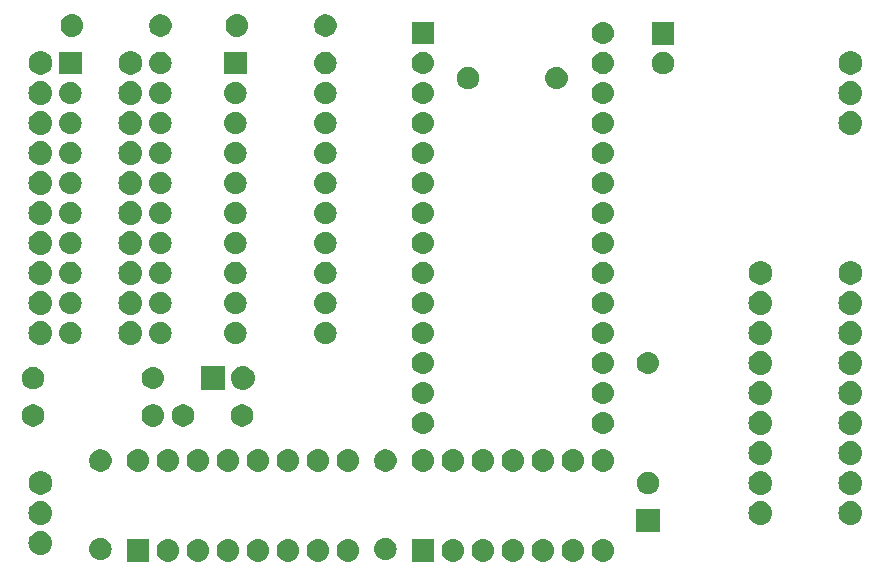
<source format=gts>
G04 #@! TF.GenerationSoftware,KiCad,Pcbnew,5.0.2-bee76a0~70~ubuntu16.04.1*
G04 #@! TF.CreationDate,2019-04-14T18:23:41+01:00*
G04 #@! TF.ProjectId,AtomRamAndNoiseKiller,41746f6d-5261-46d4-916e-644e6f697365,rev?*
G04 #@! TF.SameCoordinates,PX8e4fe28PY93c3260*
G04 #@! TF.FileFunction,Soldermask,Top*
G04 #@! TF.FilePolarity,Negative*
%FSLAX46Y46*%
G04 Gerber Fmt 4.6, Leading zero omitted, Abs format (unit mm)*
G04 Created by KiCad (PCBNEW 5.0.2-bee76a0~70~ubuntu16.04.1) date Sun 14 Apr 2019 18:23:41 BST*
%MOMM*%
%LPD*%
G01*
G04 APERTURE LIST*
%ADD10C,0.100000*%
G04 APERTURE END LIST*
D10*
G36*
X13015000Y2225000D02*
X11115000Y2225000D01*
X11115000Y4125000D01*
X13015000Y4125000D01*
X13015000Y2225000D01*
X13015000Y2225000D01*
G37*
G36*
X37145000Y2225000D02*
X35245000Y2225000D01*
X35245000Y4125000D01*
X37145000Y4125000D01*
X37145000Y2225000D01*
X37145000Y2225000D01*
G37*
G36*
X51621232Y4111254D02*
X51800311Y4056931D01*
X51965344Y3968719D01*
X52110001Y3850001D01*
X52228719Y3705344D01*
X52316931Y3540311D01*
X52316932Y3540308D01*
X52371254Y3361232D01*
X52389596Y3175000D01*
X52371254Y2988768D01*
X52353334Y2929692D01*
X52316931Y2809689D01*
X52228719Y2644656D01*
X52110001Y2499999D01*
X51965344Y2381281D01*
X51800311Y2293069D01*
X51800308Y2293068D01*
X51621232Y2238746D01*
X51481665Y2225000D01*
X51388335Y2225000D01*
X51248768Y2238746D01*
X51069692Y2293068D01*
X51069689Y2293069D01*
X50904656Y2381281D01*
X50759999Y2499999D01*
X50641281Y2644656D01*
X50553069Y2809689D01*
X50516667Y2929692D01*
X50498746Y2988768D01*
X50480404Y3175000D01*
X50498746Y3361232D01*
X50553068Y3540308D01*
X50553069Y3540311D01*
X50641281Y3705344D01*
X50759999Y3850001D01*
X50904656Y3968719D01*
X51069689Y4056931D01*
X51248768Y4111254D01*
X51388335Y4125000D01*
X51481665Y4125000D01*
X51621232Y4111254D01*
X51621232Y4111254D01*
G37*
G36*
X46541232Y4111254D02*
X46720311Y4056931D01*
X46885344Y3968719D01*
X47030001Y3850001D01*
X47148719Y3705344D01*
X47236931Y3540311D01*
X47236932Y3540308D01*
X47291254Y3361232D01*
X47309596Y3175000D01*
X47291254Y2988768D01*
X47273334Y2929692D01*
X47236931Y2809689D01*
X47148719Y2644656D01*
X47030001Y2499999D01*
X46885344Y2381281D01*
X46720311Y2293069D01*
X46720308Y2293068D01*
X46541232Y2238746D01*
X46401665Y2225000D01*
X46308335Y2225000D01*
X46168768Y2238746D01*
X45989692Y2293068D01*
X45989689Y2293069D01*
X45824656Y2381281D01*
X45679999Y2499999D01*
X45561281Y2644656D01*
X45473069Y2809689D01*
X45436667Y2929692D01*
X45418746Y2988768D01*
X45400404Y3175000D01*
X45418746Y3361232D01*
X45473068Y3540308D01*
X45473069Y3540311D01*
X45561281Y3705344D01*
X45679999Y3850001D01*
X45824656Y3968719D01*
X45989689Y4056931D01*
X46168768Y4111254D01*
X46308335Y4125000D01*
X46401665Y4125000D01*
X46541232Y4111254D01*
X46541232Y4111254D01*
G37*
G36*
X44001232Y4111254D02*
X44180311Y4056931D01*
X44345344Y3968719D01*
X44490001Y3850001D01*
X44608719Y3705344D01*
X44696931Y3540311D01*
X44696932Y3540308D01*
X44751254Y3361232D01*
X44769596Y3175000D01*
X44751254Y2988768D01*
X44733334Y2929692D01*
X44696931Y2809689D01*
X44608719Y2644656D01*
X44490001Y2499999D01*
X44345344Y2381281D01*
X44180311Y2293069D01*
X44180308Y2293068D01*
X44001232Y2238746D01*
X43861665Y2225000D01*
X43768335Y2225000D01*
X43628768Y2238746D01*
X43449692Y2293068D01*
X43449689Y2293069D01*
X43284656Y2381281D01*
X43139999Y2499999D01*
X43021281Y2644656D01*
X42933069Y2809689D01*
X42896667Y2929692D01*
X42878746Y2988768D01*
X42860404Y3175000D01*
X42878746Y3361232D01*
X42933068Y3540308D01*
X42933069Y3540311D01*
X43021281Y3705344D01*
X43139999Y3850001D01*
X43284656Y3968719D01*
X43449689Y4056931D01*
X43628768Y4111254D01*
X43768335Y4125000D01*
X43861665Y4125000D01*
X44001232Y4111254D01*
X44001232Y4111254D01*
G37*
G36*
X41461232Y4111254D02*
X41640311Y4056931D01*
X41805344Y3968719D01*
X41950001Y3850001D01*
X42068719Y3705344D01*
X42156931Y3540311D01*
X42156932Y3540308D01*
X42211254Y3361232D01*
X42229596Y3175000D01*
X42211254Y2988768D01*
X42193334Y2929692D01*
X42156931Y2809689D01*
X42068719Y2644656D01*
X41950001Y2499999D01*
X41805344Y2381281D01*
X41640311Y2293069D01*
X41640308Y2293068D01*
X41461232Y2238746D01*
X41321665Y2225000D01*
X41228335Y2225000D01*
X41088768Y2238746D01*
X40909692Y2293068D01*
X40909689Y2293069D01*
X40744656Y2381281D01*
X40599999Y2499999D01*
X40481281Y2644656D01*
X40393069Y2809689D01*
X40356667Y2929692D01*
X40338746Y2988768D01*
X40320404Y3175000D01*
X40338746Y3361232D01*
X40393068Y3540308D01*
X40393069Y3540311D01*
X40481281Y3705344D01*
X40599999Y3850001D01*
X40744656Y3968719D01*
X40909689Y4056931D01*
X41088768Y4111254D01*
X41228335Y4125000D01*
X41321665Y4125000D01*
X41461232Y4111254D01*
X41461232Y4111254D01*
G37*
G36*
X38921232Y4111254D02*
X39100311Y4056931D01*
X39265344Y3968719D01*
X39410001Y3850001D01*
X39528719Y3705344D01*
X39616931Y3540311D01*
X39616932Y3540308D01*
X39671254Y3361232D01*
X39689596Y3175000D01*
X39671254Y2988768D01*
X39653334Y2929692D01*
X39616931Y2809689D01*
X39528719Y2644656D01*
X39410001Y2499999D01*
X39265344Y2381281D01*
X39100311Y2293069D01*
X39100308Y2293068D01*
X38921232Y2238746D01*
X38781665Y2225000D01*
X38688335Y2225000D01*
X38548768Y2238746D01*
X38369692Y2293068D01*
X38369689Y2293069D01*
X38204656Y2381281D01*
X38059999Y2499999D01*
X37941281Y2644656D01*
X37853069Y2809689D01*
X37816667Y2929692D01*
X37798746Y2988768D01*
X37780404Y3175000D01*
X37798746Y3361232D01*
X37853068Y3540308D01*
X37853069Y3540311D01*
X37941281Y3705344D01*
X38059999Y3850001D01*
X38204656Y3968719D01*
X38369689Y4056931D01*
X38548768Y4111254D01*
X38688335Y4125000D01*
X38781665Y4125000D01*
X38921232Y4111254D01*
X38921232Y4111254D01*
G37*
G36*
X49081232Y4111254D02*
X49260311Y4056931D01*
X49425344Y3968719D01*
X49570001Y3850001D01*
X49688719Y3705344D01*
X49776931Y3540311D01*
X49776932Y3540308D01*
X49831254Y3361232D01*
X49849596Y3175000D01*
X49831254Y2988768D01*
X49813334Y2929692D01*
X49776931Y2809689D01*
X49688719Y2644656D01*
X49570001Y2499999D01*
X49425344Y2381281D01*
X49260311Y2293069D01*
X49081232Y2238746D01*
X48941665Y2225000D01*
X48848335Y2225000D01*
X48708768Y2238746D01*
X48529689Y2293069D01*
X48364656Y2381281D01*
X48219999Y2499999D01*
X48101281Y2644656D01*
X48013069Y2809689D01*
X47976667Y2929692D01*
X47958746Y2988768D01*
X47940404Y3175000D01*
X47958746Y3361232D01*
X48013068Y3540308D01*
X48013069Y3540311D01*
X48101281Y3705344D01*
X48219999Y3850001D01*
X48364656Y3968719D01*
X48529689Y4056931D01*
X48708768Y4111254D01*
X48848335Y4125000D01*
X48941665Y4125000D01*
X49081232Y4111254D01*
X49081232Y4111254D01*
G37*
G36*
X27491232Y4111254D02*
X27670311Y4056931D01*
X27835344Y3968719D01*
X27980001Y3850001D01*
X28098719Y3705344D01*
X28186931Y3540311D01*
X28186932Y3540308D01*
X28241254Y3361232D01*
X28259596Y3175000D01*
X28241254Y2988768D01*
X28223334Y2929692D01*
X28186931Y2809689D01*
X28098719Y2644656D01*
X27980001Y2499999D01*
X27835344Y2381281D01*
X27670311Y2293069D01*
X27670308Y2293068D01*
X27491232Y2238746D01*
X27351665Y2225000D01*
X27258335Y2225000D01*
X27118768Y2238746D01*
X26939692Y2293068D01*
X26939689Y2293069D01*
X26774656Y2381281D01*
X26629999Y2499999D01*
X26511281Y2644656D01*
X26423069Y2809689D01*
X26386667Y2929692D01*
X26368746Y2988768D01*
X26350404Y3175000D01*
X26368746Y3361232D01*
X26423068Y3540308D01*
X26423069Y3540311D01*
X26511281Y3705344D01*
X26629999Y3850001D01*
X26774656Y3968719D01*
X26939689Y4056931D01*
X27118768Y4111254D01*
X27258335Y4125000D01*
X27351665Y4125000D01*
X27491232Y4111254D01*
X27491232Y4111254D01*
G37*
G36*
X30031232Y4111254D02*
X30210311Y4056931D01*
X30375344Y3968719D01*
X30520001Y3850001D01*
X30638719Y3705344D01*
X30726931Y3540311D01*
X30726932Y3540308D01*
X30781254Y3361232D01*
X30799596Y3175000D01*
X30781254Y2988768D01*
X30763334Y2929692D01*
X30726931Y2809689D01*
X30638719Y2644656D01*
X30520001Y2499999D01*
X30375344Y2381281D01*
X30210311Y2293069D01*
X30210308Y2293068D01*
X30031232Y2238746D01*
X29891665Y2225000D01*
X29798335Y2225000D01*
X29658768Y2238746D01*
X29479692Y2293068D01*
X29479689Y2293069D01*
X29314656Y2381281D01*
X29169999Y2499999D01*
X29051281Y2644656D01*
X28963069Y2809689D01*
X28926667Y2929692D01*
X28908746Y2988768D01*
X28890404Y3175000D01*
X28908746Y3361232D01*
X28963068Y3540308D01*
X28963069Y3540311D01*
X29051281Y3705344D01*
X29169999Y3850001D01*
X29314656Y3968719D01*
X29479689Y4056931D01*
X29658768Y4111254D01*
X29798335Y4125000D01*
X29891665Y4125000D01*
X30031232Y4111254D01*
X30031232Y4111254D01*
G37*
G36*
X14791232Y4111254D02*
X14970311Y4056931D01*
X15135344Y3968719D01*
X15280001Y3850001D01*
X15398719Y3705344D01*
X15486931Y3540311D01*
X15486932Y3540308D01*
X15541254Y3361232D01*
X15559596Y3175000D01*
X15541254Y2988768D01*
X15523334Y2929692D01*
X15486931Y2809689D01*
X15398719Y2644656D01*
X15280001Y2499999D01*
X15135344Y2381281D01*
X14970311Y2293069D01*
X14970308Y2293068D01*
X14791232Y2238746D01*
X14651665Y2225000D01*
X14558335Y2225000D01*
X14418768Y2238746D01*
X14239692Y2293068D01*
X14239689Y2293069D01*
X14074656Y2381281D01*
X13929999Y2499999D01*
X13811281Y2644656D01*
X13723069Y2809689D01*
X13686667Y2929692D01*
X13668746Y2988768D01*
X13650404Y3175000D01*
X13668746Y3361232D01*
X13723068Y3540308D01*
X13723069Y3540311D01*
X13811281Y3705344D01*
X13929999Y3850001D01*
X14074656Y3968719D01*
X14239689Y4056931D01*
X14418768Y4111254D01*
X14558335Y4125000D01*
X14651665Y4125000D01*
X14791232Y4111254D01*
X14791232Y4111254D01*
G37*
G36*
X17331232Y4111254D02*
X17510311Y4056931D01*
X17675344Y3968719D01*
X17820001Y3850001D01*
X17938719Y3705344D01*
X18026931Y3540311D01*
X18026932Y3540308D01*
X18081254Y3361232D01*
X18099596Y3175000D01*
X18081254Y2988768D01*
X18063334Y2929692D01*
X18026931Y2809689D01*
X17938719Y2644656D01*
X17820001Y2499999D01*
X17675344Y2381281D01*
X17510311Y2293069D01*
X17510308Y2293068D01*
X17331232Y2238746D01*
X17191665Y2225000D01*
X17098335Y2225000D01*
X16958768Y2238746D01*
X16779692Y2293068D01*
X16779689Y2293069D01*
X16614656Y2381281D01*
X16469999Y2499999D01*
X16351281Y2644656D01*
X16263069Y2809689D01*
X16226667Y2929692D01*
X16208746Y2988768D01*
X16190404Y3175000D01*
X16208746Y3361232D01*
X16263068Y3540308D01*
X16263069Y3540311D01*
X16351281Y3705344D01*
X16469999Y3850001D01*
X16614656Y3968719D01*
X16779689Y4056931D01*
X16958768Y4111254D01*
X17098335Y4125000D01*
X17191665Y4125000D01*
X17331232Y4111254D01*
X17331232Y4111254D01*
G37*
G36*
X22411232Y4111254D02*
X22590311Y4056931D01*
X22755344Y3968719D01*
X22900001Y3850001D01*
X23018719Y3705344D01*
X23106931Y3540311D01*
X23106932Y3540308D01*
X23161254Y3361232D01*
X23179596Y3175000D01*
X23161254Y2988768D01*
X23143334Y2929692D01*
X23106931Y2809689D01*
X23018719Y2644656D01*
X22900001Y2499999D01*
X22755344Y2381281D01*
X22590311Y2293069D01*
X22590308Y2293068D01*
X22411232Y2238746D01*
X22271665Y2225000D01*
X22178335Y2225000D01*
X22038768Y2238746D01*
X21859692Y2293068D01*
X21859689Y2293069D01*
X21694656Y2381281D01*
X21549999Y2499999D01*
X21431281Y2644656D01*
X21343069Y2809689D01*
X21306667Y2929692D01*
X21288746Y2988768D01*
X21270404Y3175000D01*
X21288746Y3361232D01*
X21343068Y3540308D01*
X21343069Y3540311D01*
X21431281Y3705344D01*
X21549999Y3850001D01*
X21694656Y3968719D01*
X21859689Y4056931D01*
X22038768Y4111254D01*
X22178335Y4125000D01*
X22271665Y4125000D01*
X22411232Y4111254D01*
X22411232Y4111254D01*
G37*
G36*
X24951232Y4111254D02*
X25130311Y4056931D01*
X25295344Y3968719D01*
X25440001Y3850001D01*
X25558719Y3705344D01*
X25646931Y3540311D01*
X25646932Y3540308D01*
X25701254Y3361232D01*
X25719596Y3175000D01*
X25701254Y2988768D01*
X25683334Y2929692D01*
X25646931Y2809689D01*
X25558719Y2644656D01*
X25440001Y2499999D01*
X25295344Y2381281D01*
X25130311Y2293069D01*
X25130308Y2293068D01*
X24951232Y2238746D01*
X24811665Y2225000D01*
X24718335Y2225000D01*
X24578768Y2238746D01*
X24399692Y2293068D01*
X24399689Y2293069D01*
X24234656Y2381281D01*
X24089999Y2499999D01*
X23971281Y2644656D01*
X23883069Y2809689D01*
X23846667Y2929692D01*
X23828746Y2988768D01*
X23810404Y3175000D01*
X23828746Y3361232D01*
X23883068Y3540308D01*
X23883069Y3540311D01*
X23971281Y3705344D01*
X24089999Y3850001D01*
X24234656Y3968719D01*
X24399689Y4056931D01*
X24578768Y4111254D01*
X24718335Y4125000D01*
X24811665Y4125000D01*
X24951232Y4111254D01*
X24951232Y4111254D01*
G37*
G36*
X19871232Y4111254D02*
X20050311Y4056931D01*
X20215344Y3968719D01*
X20360001Y3850001D01*
X20478719Y3705344D01*
X20566931Y3540311D01*
X20566932Y3540308D01*
X20621254Y3361232D01*
X20639596Y3175000D01*
X20621254Y2988768D01*
X20603334Y2929692D01*
X20566931Y2809689D01*
X20478719Y2644656D01*
X20360001Y2499999D01*
X20215344Y2381281D01*
X20050311Y2293069D01*
X20050308Y2293068D01*
X19871232Y2238746D01*
X19731665Y2225000D01*
X19638335Y2225000D01*
X19498768Y2238746D01*
X19319692Y2293068D01*
X19319689Y2293069D01*
X19154656Y2381281D01*
X19009999Y2499999D01*
X18891281Y2644656D01*
X18803069Y2809689D01*
X18766667Y2929692D01*
X18748746Y2988768D01*
X18730404Y3175000D01*
X18748746Y3361232D01*
X18803068Y3540308D01*
X18803069Y3540311D01*
X18891281Y3705344D01*
X19009999Y3850001D01*
X19154656Y3968719D01*
X19319689Y4056931D01*
X19498768Y4111254D01*
X19638335Y4125000D01*
X19731665Y4125000D01*
X19871232Y4111254D01*
X19871232Y4111254D01*
G37*
G36*
X9076232Y4231254D02*
X9197279Y4194535D01*
X9255311Y4176931D01*
X9420344Y4088719D01*
X9565001Y3970001D01*
X9683719Y3825344D01*
X9771931Y3660311D01*
X9771932Y3660308D01*
X9826254Y3481232D01*
X9844596Y3295000D01*
X9826254Y3108768D01*
X9771931Y2929689D01*
X9683719Y2764656D01*
X9565001Y2619999D01*
X9420344Y2501281D01*
X9255311Y2413069D01*
X9076232Y2358746D01*
X8936665Y2345000D01*
X8843335Y2345000D01*
X8703768Y2358746D01*
X8524689Y2413069D01*
X8359656Y2501281D01*
X8214999Y2619999D01*
X8096281Y2764656D01*
X8008069Y2929689D01*
X7953746Y3108768D01*
X7935404Y3295000D01*
X7953746Y3481232D01*
X8008068Y3660308D01*
X8008069Y3660311D01*
X8096281Y3825344D01*
X8214999Y3970001D01*
X8359656Y4088719D01*
X8524689Y4176931D01*
X8582722Y4194535D01*
X8703768Y4231254D01*
X8843335Y4245000D01*
X8936665Y4245000D01*
X9076232Y4231254D01*
X9076232Y4231254D01*
G37*
G36*
X33206232Y4231254D02*
X33327279Y4194535D01*
X33385311Y4176931D01*
X33550344Y4088719D01*
X33695001Y3970001D01*
X33813719Y3825344D01*
X33901931Y3660311D01*
X33901932Y3660308D01*
X33956254Y3481232D01*
X33974596Y3295000D01*
X33956254Y3108768D01*
X33901931Y2929689D01*
X33813719Y2764656D01*
X33695001Y2619999D01*
X33550344Y2501281D01*
X33385311Y2413069D01*
X33206232Y2358746D01*
X33066665Y2345000D01*
X32973335Y2345000D01*
X32833768Y2358746D01*
X32654689Y2413069D01*
X32489656Y2501281D01*
X32344999Y2619999D01*
X32226281Y2764656D01*
X32138069Y2929689D01*
X32083746Y3108768D01*
X32065404Y3295000D01*
X32083746Y3481232D01*
X32138068Y3660308D01*
X32138069Y3660311D01*
X32226281Y3825344D01*
X32344999Y3970001D01*
X32489656Y4088719D01*
X32654689Y4176931D01*
X32712722Y4194535D01*
X32833768Y4231254D01*
X32973335Y4245000D01*
X33066665Y4245000D01*
X33206232Y4231254D01*
X33206232Y4231254D01*
G37*
G36*
X4006034Y4795530D02*
X4194538Y4738348D01*
X4368257Y4645493D01*
X4368259Y4645492D01*
X4368258Y4645492D01*
X4520528Y4520528D01*
X4634288Y4381910D01*
X4645493Y4368257D01*
X4738348Y4194538D01*
X4795530Y4006034D01*
X4814838Y3810000D01*
X4795530Y3613966D01*
X4738348Y3425462D01*
X4704016Y3361232D01*
X4645492Y3251742D01*
X4520528Y3099472D01*
X4385634Y2988768D01*
X4368257Y2974507D01*
X4194538Y2881652D01*
X4006034Y2824470D01*
X3859121Y2810000D01*
X3760879Y2810000D01*
X3613966Y2824470D01*
X3425462Y2881652D01*
X3251743Y2974507D01*
X3234366Y2988768D01*
X3099472Y3099472D01*
X2974508Y3251742D01*
X2915984Y3361232D01*
X2881652Y3425462D01*
X2824470Y3613966D01*
X2805162Y3810000D01*
X2824470Y4006034D01*
X2881652Y4194538D01*
X2974507Y4368257D01*
X2985712Y4381910D01*
X3099472Y4520528D01*
X3251742Y4645492D01*
X3251741Y4645492D01*
X3251743Y4645493D01*
X3425462Y4738348D01*
X3613966Y4795530D01*
X3760879Y4810000D01*
X3859121Y4810000D01*
X4006034Y4795530D01*
X4006034Y4795530D01*
G37*
G36*
X56245000Y4715000D02*
X54245000Y4715000D01*
X54245000Y6715000D01*
X56245000Y6715000D01*
X56245000Y4715000D01*
X56245000Y4715000D01*
G37*
G36*
X72586034Y7335530D02*
X72774538Y7278348D01*
X72948257Y7185493D01*
X72948259Y7185492D01*
X72948258Y7185492D01*
X73100528Y7060528D01*
X73214288Y6921910D01*
X73225493Y6908257D01*
X73318348Y6734538D01*
X73375530Y6546034D01*
X73394838Y6350000D01*
X73375530Y6153966D01*
X73318348Y5965462D01*
X73225493Y5791743D01*
X73225492Y5791742D01*
X73100528Y5639472D01*
X72961910Y5525712D01*
X72948257Y5514507D01*
X72774538Y5421652D01*
X72586034Y5364470D01*
X72439121Y5350000D01*
X72340879Y5350000D01*
X72193966Y5364470D01*
X72005462Y5421652D01*
X71831743Y5514507D01*
X71818090Y5525712D01*
X71679472Y5639472D01*
X71554508Y5791742D01*
X71554507Y5791743D01*
X71461652Y5965462D01*
X71404470Y6153966D01*
X71385162Y6350000D01*
X71404470Y6546034D01*
X71461652Y6734538D01*
X71554507Y6908257D01*
X71565712Y6921910D01*
X71679472Y7060528D01*
X71831742Y7185492D01*
X71831741Y7185492D01*
X71831743Y7185493D01*
X72005462Y7278348D01*
X72193966Y7335530D01*
X72340879Y7350000D01*
X72439121Y7350000D01*
X72586034Y7335530D01*
X72586034Y7335530D01*
G37*
G36*
X64966034Y7335530D02*
X65154538Y7278348D01*
X65328257Y7185493D01*
X65328259Y7185492D01*
X65328258Y7185492D01*
X65480528Y7060528D01*
X65594288Y6921910D01*
X65605493Y6908257D01*
X65698348Y6734538D01*
X65755530Y6546034D01*
X65774838Y6350000D01*
X65755530Y6153966D01*
X65698348Y5965462D01*
X65605493Y5791743D01*
X65605492Y5791742D01*
X65480528Y5639472D01*
X65341910Y5525712D01*
X65328257Y5514507D01*
X65154538Y5421652D01*
X64966034Y5364470D01*
X64819121Y5350000D01*
X64720879Y5350000D01*
X64573966Y5364470D01*
X64385462Y5421652D01*
X64211743Y5514507D01*
X64198090Y5525712D01*
X64059472Y5639472D01*
X63934508Y5791742D01*
X63934507Y5791743D01*
X63841652Y5965462D01*
X63784470Y6153966D01*
X63765162Y6350000D01*
X63784470Y6546034D01*
X63841652Y6734538D01*
X63934507Y6908257D01*
X63945712Y6921910D01*
X64059472Y7060528D01*
X64211742Y7185492D01*
X64211741Y7185492D01*
X64211743Y7185493D01*
X64385462Y7278348D01*
X64573966Y7335530D01*
X64720879Y7350000D01*
X64819121Y7350000D01*
X64966034Y7335530D01*
X64966034Y7335530D01*
G37*
G36*
X4006034Y7335530D02*
X4194538Y7278348D01*
X4368257Y7185493D01*
X4368259Y7185492D01*
X4368258Y7185492D01*
X4520528Y7060528D01*
X4634288Y6921910D01*
X4645493Y6908257D01*
X4738348Y6734538D01*
X4795530Y6546034D01*
X4814838Y6350000D01*
X4795530Y6153966D01*
X4738348Y5965462D01*
X4645493Y5791743D01*
X4645492Y5791742D01*
X4520528Y5639472D01*
X4381910Y5525712D01*
X4368257Y5514507D01*
X4194538Y5421652D01*
X4006034Y5364470D01*
X3859121Y5350000D01*
X3760879Y5350000D01*
X3613966Y5364470D01*
X3425462Y5421652D01*
X3251743Y5514507D01*
X3238090Y5525712D01*
X3099472Y5639472D01*
X2974508Y5791742D01*
X2974507Y5791743D01*
X2881652Y5965462D01*
X2824470Y6153966D01*
X2805162Y6350000D01*
X2824470Y6546034D01*
X2881652Y6734538D01*
X2974507Y6908257D01*
X2985712Y6921910D01*
X3099472Y7060528D01*
X3251742Y7185492D01*
X3251741Y7185492D01*
X3251743Y7185493D01*
X3425462Y7278348D01*
X3613966Y7335530D01*
X3760879Y7350000D01*
X3859121Y7350000D01*
X4006034Y7335530D01*
X4006034Y7335530D01*
G37*
G36*
X64966034Y9875530D02*
X65021364Y9858746D01*
X65154538Y9818348D01*
X65328257Y9725493D01*
X65328259Y9725492D01*
X65328258Y9725492D01*
X65480528Y9600528D01*
X65594288Y9461910D01*
X65605493Y9448257D01*
X65698348Y9274538D01*
X65755530Y9086034D01*
X65774838Y8890000D01*
X65755530Y8693966D01*
X65698348Y8505462D01*
X65650699Y8416318D01*
X65605492Y8331742D01*
X65480528Y8179472D01*
X65341910Y8065712D01*
X65328257Y8054507D01*
X65154538Y7961652D01*
X64966034Y7904470D01*
X64819121Y7890000D01*
X64720879Y7890000D01*
X64573966Y7904470D01*
X64385462Y7961652D01*
X64211743Y8054507D01*
X64198090Y8065712D01*
X64059472Y8179472D01*
X63934508Y8331742D01*
X63889301Y8416318D01*
X63841652Y8505462D01*
X63784470Y8693966D01*
X63765162Y8890000D01*
X63784470Y9086034D01*
X63841652Y9274538D01*
X63934507Y9448257D01*
X63945712Y9461910D01*
X64059472Y9600528D01*
X64211742Y9725492D01*
X64211741Y9725492D01*
X64211743Y9725493D01*
X64385462Y9818348D01*
X64518637Y9858746D01*
X64573966Y9875530D01*
X64720879Y9890000D01*
X64819121Y9890000D01*
X64966034Y9875530D01*
X64966034Y9875530D01*
G37*
G36*
X72586034Y9875530D02*
X72641364Y9858746D01*
X72774538Y9818348D01*
X72948257Y9725493D01*
X72948259Y9725492D01*
X72948258Y9725492D01*
X73100528Y9600528D01*
X73214288Y9461910D01*
X73225493Y9448257D01*
X73318348Y9274538D01*
X73375530Y9086034D01*
X73394838Y8890000D01*
X73375530Y8693966D01*
X73318348Y8505462D01*
X73270699Y8416318D01*
X73225492Y8331742D01*
X73100528Y8179472D01*
X72961910Y8065712D01*
X72948257Y8054507D01*
X72774538Y7961652D01*
X72586034Y7904470D01*
X72439121Y7890000D01*
X72340879Y7890000D01*
X72193966Y7904470D01*
X72005462Y7961652D01*
X71831743Y8054507D01*
X71818090Y8065712D01*
X71679472Y8179472D01*
X71554508Y8331742D01*
X71509301Y8416318D01*
X71461652Y8505462D01*
X71404470Y8693966D01*
X71385162Y8890000D01*
X71404470Y9086034D01*
X71461652Y9274538D01*
X71554507Y9448257D01*
X71565712Y9461910D01*
X71679472Y9600528D01*
X71831742Y9725492D01*
X71831741Y9725492D01*
X71831743Y9725493D01*
X72005462Y9818348D01*
X72138637Y9858746D01*
X72193966Y9875530D01*
X72340879Y9890000D01*
X72439121Y9890000D01*
X72586034Y9875530D01*
X72586034Y9875530D01*
G37*
G36*
X4101689Y9851571D02*
X4283678Y9776189D01*
X4447463Y9666751D01*
X4586751Y9527463D01*
X4696189Y9363678D01*
X4771571Y9181689D01*
X4810000Y8988491D01*
X4810000Y8791509D01*
X4771571Y8598311D01*
X4696189Y8416322D01*
X4586751Y8252537D01*
X4447463Y8113249D01*
X4283678Y8003811D01*
X4101689Y7928429D01*
X3908491Y7890000D01*
X3711509Y7890000D01*
X3518311Y7928429D01*
X3336322Y8003811D01*
X3172537Y8113249D01*
X3033249Y8252537D01*
X2923811Y8416322D01*
X2848429Y8598311D01*
X2810000Y8791509D01*
X2810000Y8988491D01*
X2848429Y9181689D01*
X2923811Y9363678D01*
X3033249Y9527463D01*
X3172537Y9666751D01*
X3336322Y9776189D01*
X3518311Y9851571D01*
X3711509Y9890000D01*
X3908491Y9890000D01*
X4101689Y9851571D01*
X4101689Y9851571D01*
G37*
G36*
X55522105Y9803492D02*
X55694994Y9731879D01*
X55850590Y9627913D01*
X55982913Y9495590D01*
X56086879Y9339994D01*
X56158492Y9167105D01*
X56195000Y8983567D01*
X56195000Y8796433D01*
X56158492Y8612895D01*
X56086879Y8440006D01*
X55982913Y8284410D01*
X55850590Y8152087D01*
X55694994Y8048121D01*
X55522105Y7976508D01*
X55338567Y7940000D01*
X55151433Y7940000D01*
X54967895Y7976508D01*
X54795006Y8048121D01*
X54639410Y8152087D01*
X54507087Y8284410D01*
X54403121Y8440006D01*
X54331508Y8612895D01*
X54295000Y8796433D01*
X54295000Y8983567D01*
X54331508Y9167105D01*
X54403121Y9339994D01*
X54507087Y9495590D01*
X54639410Y9627913D01*
X54795006Y9731879D01*
X54967895Y9803492D01*
X55151433Y9840000D01*
X55338567Y9840000D01*
X55522105Y9803492D01*
X55522105Y9803492D01*
G37*
G36*
X14791232Y11731254D02*
X14970311Y11676931D01*
X15135344Y11588719D01*
X15280001Y11470001D01*
X15398719Y11325344D01*
X15486931Y11160311D01*
X15541254Y10981232D01*
X15559596Y10795000D01*
X15541254Y10608768D01*
X15486931Y10429689D01*
X15398719Y10264656D01*
X15280001Y10119999D01*
X15135344Y10001281D01*
X14970311Y9913069D01*
X14970308Y9913068D01*
X14791232Y9858746D01*
X14651665Y9845000D01*
X14558335Y9845000D01*
X14418768Y9858746D01*
X14239692Y9913068D01*
X14239689Y9913069D01*
X14074656Y10001281D01*
X13929999Y10119999D01*
X13811281Y10264656D01*
X13723069Y10429689D01*
X13668746Y10608768D01*
X13650404Y10795000D01*
X13668746Y10981232D01*
X13723069Y11160311D01*
X13811281Y11325344D01*
X13929999Y11470001D01*
X14074656Y11588719D01*
X14239689Y11676931D01*
X14418768Y11731254D01*
X14558335Y11745000D01*
X14651665Y11745000D01*
X14791232Y11731254D01*
X14791232Y11731254D01*
G37*
G36*
X27491232Y11731254D02*
X27670311Y11676931D01*
X27835344Y11588719D01*
X27980001Y11470001D01*
X28098719Y11325344D01*
X28186931Y11160311D01*
X28241254Y10981232D01*
X28259596Y10795000D01*
X28241254Y10608768D01*
X28186931Y10429689D01*
X28098719Y10264656D01*
X27980001Y10119999D01*
X27835344Y10001281D01*
X27670311Y9913069D01*
X27670308Y9913068D01*
X27491232Y9858746D01*
X27351665Y9845000D01*
X27258335Y9845000D01*
X27118768Y9858746D01*
X26939692Y9913068D01*
X26939689Y9913069D01*
X26774656Y10001281D01*
X26629999Y10119999D01*
X26511281Y10264656D01*
X26423069Y10429689D01*
X26368746Y10608768D01*
X26350404Y10795000D01*
X26368746Y10981232D01*
X26423069Y11160311D01*
X26511281Y11325344D01*
X26629999Y11470001D01*
X26774656Y11588719D01*
X26939689Y11676931D01*
X27118768Y11731254D01*
X27258335Y11745000D01*
X27351665Y11745000D01*
X27491232Y11731254D01*
X27491232Y11731254D01*
G37*
G36*
X24951232Y11731254D02*
X25130311Y11676931D01*
X25295344Y11588719D01*
X25440001Y11470001D01*
X25558719Y11325344D01*
X25646931Y11160311D01*
X25701254Y10981232D01*
X25719596Y10795000D01*
X25701254Y10608768D01*
X25646931Y10429689D01*
X25558719Y10264656D01*
X25440001Y10119999D01*
X25295344Y10001281D01*
X25130311Y9913069D01*
X25130308Y9913068D01*
X24951232Y9858746D01*
X24811665Y9845000D01*
X24718335Y9845000D01*
X24578768Y9858746D01*
X24399692Y9913068D01*
X24399689Y9913069D01*
X24234656Y10001281D01*
X24089999Y10119999D01*
X23971281Y10264656D01*
X23883069Y10429689D01*
X23828746Y10608768D01*
X23810404Y10795000D01*
X23828746Y10981232D01*
X23883069Y11160311D01*
X23971281Y11325344D01*
X24089999Y11470001D01*
X24234656Y11588719D01*
X24399689Y11676931D01*
X24578768Y11731254D01*
X24718335Y11745000D01*
X24811665Y11745000D01*
X24951232Y11731254D01*
X24951232Y11731254D01*
G37*
G36*
X30031232Y11731254D02*
X30210311Y11676931D01*
X30375344Y11588719D01*
X30520001Y11470001D01*
X30638719Y11325344D01*
X30726931Y11160311D01*
X30781254Y10981232D01*
X30799596Y10795000D01*
X30781254Y10608768D01*
X30726931Y10429689D01*
X30638719Y10264656D01*
X30520001Y10119999D01*
X30375344Y10001281D01*
X30210311Y9913069D01*
X30210308Y9913068D01*
X30031232Y9858746D01*
X29891665Y9845000D01*
X29798335Y9845000D01*
X29658768Y9858746D01*
X29479692Y9913068D01*
X29479689Y9913069D01*
X29314656Y10001281D01*
X29169999Y10119999D01*
X29051281Y10264656D01*
X28963069Y10429689D01*
X28908746Y10608768D01*
X28890404Y10795000D01*
X28908746Y10981232D01*
X28963069Y11160311D01*
X29051281Y11325344D01*
X29169999Y11470001D01*
X29314656Y11588719D01*
X29479689Y11676931D01*
X29658768Y11731254D01*
X29798335Y11745000D01*
X29891665Y11745000D01*
X30031232Y11731254D01*
X30031232Y11731254D01*
G37*
G36*
X22411232Y11731254D02*
X22590311Y11676931D01*
X22755344Y11588719D01*
X22900001Y11470001D01*
X23018719Y11325344D01*
X23106931Y11160311D01*
X23161254Y10981232D01*
X23179596Y10795000D01*
X23161254Y10608768D01*
X23106931Y10429689D01*
X23018719Y10264656D01*
X22900001Y10119999D01*
X22755344Y10001281D01*
X22590311Y9913069D01*
X22590308Y9913068D01*
X22411232Y9858746D01*
X22271665Y9845000D01*
X22178335Y9845000D01*
X22038768Y9858746D01*
X21859692Y9913068D01*
X21859689Y9913069D01*
X21694656Y10001281D01*
X21549999Y10119999D01*
X21431281Y10264656D01*
X21343069Y10429689D01*
X21288746Y10608768D01*
X21270404Y10795000D01*
X21288746Y10981232D01*
X21343069Y11160311D01*
X21431281Y11325344D01*
X21549999Y11470001D01*
X21694656Y11588719D01*
X21859689Y11676931D01*
X22038768Y11731254D01*
X22178335Y11745000D01*
X22271665Y11745000D01*
X22411232Y11731254D01*
X22411232Y11731254D01*
G37*
G36*
X19871232Y11731254D02*
X20050311Y11676931D01*
X20215344Y11588719D01*
X20360001Y11470001D01*
X20478719Y11325344D01*
X20566931Y11160311D01*
X20621254Y10981232D01*
X20639596Y10795000D01*
X20621254Y10608768D01*
X20566931Y10429689D01*
X20478719Y10264656D01*
X20360001Y10119999D01*
X20215344Y10001281D01*
X20050311Y9913069D01*
X20050308Y9913068D01*
X19871232Y9858746D01*
X19731665Y9845000D01*
X19638335Y9845000D01*
X19498768Y9858746D01*
X19319692Y9913068D01*
X19319689Y9913069D01*
X19154656Y10001281D01*
X19009999Y10119999D01*
X18891281Y10264656D01*
X18803069Y10429689D01*
X18748746Y10608768D01*
X18730404Y10795000D01*
X18748746Y10981232D01*
X18803069Y11160311D01*
X18891281Y11325344D01*
X19009999Y11470001D01*
X19154656Y11588719D01*
X19319689Y11676931D01*
X19498768Y11731254D01*
X19638335Y11745000D01*
X19731665Y11745000D01*
X19871232Y11731254D01*
X19871232Y11731254D01*
G37*
G36*
X36381232Y11731254D02*
X36560311Y11676931D01*
X36725344Y11588719D01*
X36870001Y11470001D01*
X36988719Y11325344D01*
X37076931Y11160311D01*
X37131254Y10981232D01*
X37149596Y10795000D01*
X37131254Y10608768D01*
X37076931Y10429689D01*
X36988719Y10264656D01*
X36870001Y10119999D01*
X36725344Y10001281D01*
X36560311Y9913069D01*
X36560308Y9913068D01*
X36381232Y9858746D01*
X36241665Y9845000D01*
X36148335Y9845000D01*
X36008768Y9858746D01*
X35829692Y9913068D01*
X35829689Y9913069D01*
X35664656Y10001281D01*
X35519999Y10119999D01*
X35401281Y10264656D01*
X35313069Y10429689D01*
X35258746Y10608768D01*
X35240404Y10795000D01*
X35258746Y10981232D01*
X35313069Y11160311D01*
X35401281Y11325344D01*
X35519999Y11470001D01*
X35664656Y11588719D01*
X35829689Y11676931D01*
X36008768Y11731254D01*
X36148335Y11745000D01*
X36241665Y11745000D01*
X36381232Y11731254D01*
X36381232Y11731254D01*
G37*
G36*
X33297105Y11708492D02*
X33469994Y11636879D01*
X33625590Y11532913D01*
X33757913Y11400590D01*
X33861879Y11244994D01*
X33933492Y11072105D01*
X33970000Y10888567D01*
X33970000Y10701433D01*
X33933492Y10517895D01*
X33861879Y10345006D01*
X33757913Y10189410D01*
X33625590Y10057087D01*
X33469994Y9953121D01*
X33297105Y9881508D01*
X33113567Y9845000D01*
X32926433Y9845000D01*
X32742895Y9881508D01*
X32570006Y9953121D01*
X32414410Y10057087D01*
X32282087Y10189410D01*
X32178121Y10345006D01*
X32106508Y10517895D01*
X32070000Y10701433D01*
X32070000Y10888567D01*
X32106508Y11072105D01*
X32178121Y11244994D01*
X32282087Y11400590D01*
X32414410Y11532913D01*
X32570006Y11636879D01*
X32742895Y11708492D01*
X32926433Y11745000D01*
X33113567Y11745000D01*
X33297105Y11708492D01*
X33297105Y11708492D01*
G37*
G36*
X9167105Y11708492D02*
X9339994Y11636879D01*
X9495590Y11532913D01*
X9627913Y11400590D01*
X9731879Y11244994D01*
X9803492Y11072105D01*
X9840000Y10888567D01*
X9840000Y10701433D01*
X9803492Y10517895D01*
X9731879Y10345006D01*
X9627913Y10189410D01*
X9495590Y10057087D01*
X9339994Y9953121D01*
X9167105Y9881508D01*
X8983567Y9845000D01*
X8796433Y9845000D01*
X8612895Y9881508D01*
X8440006Y9953121D01*
X8284410Y10057087D01*
X8152087Y10189410D01*
X8048121Y10345006D01*
X7976508Y10517895D01*
X7940000Y10701433D01*
X7940000Y10888567D01*
X7976508Y11072105D01*
X8048121Y11244994D01*
X8152087Y11400590D01*
X8284410Y11532913D01*
X8440006Y11636879D01*
X8612895Y11708492D01*
X8796433Y11745000D01*
X8983567Y11745000D01*
X9167105Y11708492D01*
X9167105Y11708492D01*
G37*
G36*
X46541232Y11731254D02*
X46720311Y11676931D01*
X46885344Y11588719D01*
X47030001Y11470001D01*
X47148719Y11325344D01*
X47236931Y11160311D01*
X47291254Y10981232D01*
X47309596Y10795000D01*
X47291254Y10608768D01*
X47236931Y10429689D01*
X47148719Y10264656D01*
X47030001Y10119999D01*
X46885344Y10001281D01*
X46720311Y9913069D01*
X46720308Y9913068D01*
X46541232Y9858746D01*
X46401665Y9845000D01*
X46308335Y9845000D01*
X46168768Y9858746D01*
X45989692Y9913068D01*
X45989689Y9913069D01*
X45824656Y10001281D01*
X45679999Y10119999D01*
X45561281Y10264656D01*
X45473069Y10429689D01*
X45418746Y10608768D01*
X45400404Y10795000D01*
X45418746Y10981232D01*
X45473069Y11160311D01*
X45561281Y11325344D01*
X45679999Y11470001D01*
X45824656Y11588719D01*
X45989689Y11676931D01*
X46168768Y11731254D01*
X46308335Y11745000D01*
X46401665Y11745000D01*
X46541232Y11731254D01*
X46541232Y11731254D01*
G37*
G36*
X51621232Y11731254D02*
X51800311Y11676931D01*
X51965344Y11588719D01*
X52110001Y11470001D01*
X52228719Y11325344D01*
X52316931Y11160311D01*
X52371254Y10981232D01*
X52389596Y10795000D01*
X52371254Y10608768D01*
X52316931Y10429689D01*
X52228719Y10264656D01*
X52110001Y10119999D01*
X51965344Y10001281D01*
X51800311Y9913069D01*
X51800308Y9913068D01*
X51621232Y9858746D01*
X51481665Y9845000D01*
X51388335Y9845000D01*
X51248768Y9858746D01*
X51069692Y9913068D01*
X51069689Y9913069D01*
X50904656Y10001281D01*
X50759999Y10119999D01*
X50641281Y10264656D01*
X50553069Y10429689D01*
X50498746Y10608768D01*
X50480404Y10795000D01*
X50498746Y10981232D01*
X50553069Y11160311D01*
X50641281Y11325344D01*
X50759999Y11470001D01*
X50904656Y11588719D01*
X51069689Y11676931D01*
X51248768Y11731254D01*
X51388335Y11745000D01*
X51481665Y11745000D01*
X51621232Y11731254D01*
X51621232Y11731254D01*
G37*
G36*
X44001232Y11731254D02*
X44180311Y11676931D01*
X44345344Y11588719D01*
X44490001Y11470001D01*
X44608719Y11325344D01*
X44696931Y11160311D01*
X44751254Y10981232D01*
X44769596Y10795000D01*
X44751254Y10608768D01*
X44696931Y10429689D01*
X44608719Y10264656D01*
X44490001Y10119999D01*
X44345344Y10001281D01*
X44180311Y9913069D01*
X44180308Y9913068D01*
X44001232Y9858746D01*
X43861665Y9845000D01*
X43768335Y9845000D01*
X43628768Y9858746D01*
X43449692Y9913068D01*
X43449689Y9913069D01*
X43284656Y10001281D01*
X43139999Y10119999D01*
X43021281Y10264656D01*
X42933069Y10429689D01*
X42878746Y10608768D01*
X42860404Y10795000D01*
X42878746Y10981232D01*
X42933069Y11160311D01*
X43021281Y11325344D01*
X43139999Y11470001D01*
X43284656Y11588719D01*
X43449689Y11676931D01*
X43628768Y11731254D01*
X43768335Y11745000D01*
X43861665Y11745000D01*
X44001232Y11731254D01*
X44001232Y11731254D01*
G37*
G36*
X12251232Y11731254D02*
X12430311Y11676931D01*
X12595344Y11588719D01*
X12740001Y11470001D01*
X12858719Y11325344D01*
X12946931Y11160311D01*
X13001254Y10981232D01*
X13019596Y10795000D01*
X13001254Y10608768D01*
X12946931Y10429689D01*
X12858719Y10264656D01*
X12740001Y10119999D01*
X12595344Y10001281D01*
X12430311Y9913069D01*
X12430308Y9913068D01*
X12251232Y9858746D01*
X12111665Y9845000D01*
X12018335Y9845000D01*
X11878768Y9858746D01*
X11699692Y9913068D01*
X11699689Y9913069D01*
X11534656Y10001281D01*
X11389999Y10119999D01*
X11271281Y10264656D01*
X11183069Y10429689D01*
X11128746Y10608768D01*
X11110404Y10795000D01*
X11128746Y10981232D01*
X11183069Y11160311D01*
X11271281Y11325344D01*
X11389999Y11470001D01*
X11534656Y11588719D01*
X11699689Y11676931D01*
X11878768Y11731254D01*
X12018335Y11745000D01*
X12111665Y11745000D01*
X12251232Y11731254D01*
X12251232Y11731254D01*
G37*
G36*
X41461232Y11731254D02*
X41640311Y11676931D01*
X41805344Y11588719D01*
X41950001Y11470001D01*
X42068719Y11325344D01*
X42156931Y11160311D01*
X42211254Y10981232D01*
X42229596Y10795000D01*
X42211254Y10608768D01*
X42156931Y10429689D01*
X42068719Y10264656D01*
X41950001Y10119999D01*
X41805344Y10001281D01*
X41640311Y9913069D01*
X41640308Y9913068D01*
X41461232Y9858746D01*
X41321665Y9845000D01*
X41228335Y9845000D01*
X41088768Y9858746D01*
X40909692Y9913068D01*
X40909689Y9913069D01*
X40744656Y10001281D01*
X40599999Y10119999D01*
X40481281Y10264656D01*
X40393069Y10429689D01*
X40338746Y10608768D01*
X40320404Y10795000D01*
X40338746Y10981232D01*
X40393069Y11160311D01*
X40481281Y11325344D01*
X40599999Y11470001D01*
X40744656Y11588719D01*
X40909689Y11676931D01*
X41088768Y11731254D01*
X41228335Y11745000D01*
X41321665Y11745000D01*
X41461232Y11731254D01*
X41461232Y11731254D01*
G37*
G36*
X38921232Y11731254D02*
X39100311Y11676931D01*
X39265344Y11588719D01*
X39410001Y11470001D01*
X39528719Y11325344D01*
X39616931Y11160311D01*
X39671254Y10981232D01*
X39689596Y10795000D01*
X39671254Y10608768D01*
X39616931Y10429689D01*
X39528719Y10264656D01*
X39410001Y10119999D01*
X39265344Y10001281D01*
X39100311Y9913069D01*
X39100308Y9913068D01*
X38921232Y9858746D01*
X38781665Y9845000D01*
X38688335Y9845000D01*
X38548768Y9858746D01*
X38369692Y9913068D01*
X38369689Y9913069D01*
X38204656Y10001281D01*
X38059999Y10119999D01*
X37941281Y10264656D01*
X37853069Y10429689D01*
X37798746Y10608768D01*
X37780404Y10795000D01*
X37798746Y10981232D01*
X37853069Y11160311D01*
X37941281Y11325344D01*
X38059999Y11470001D01*
X38204656Y11588719D01*
X38369689Y11676931D01*
X38548768Y11731254D01*
X38688335Y11745000D01*
X38781665Y11745000D01*
X38921232Y11731254D01*
X38921232Y11731254D01*
G37*
G36*
X17331232Y11731254D02*
X17510311Y11676931D01*
X17675344Y11588719D01*
X17820001Y11470001D01*
X17938719Y11325344D01*
X18026931Y11160311D01*
X18081254Y10981232D01*
X18099596Y10795000D01*
X18081254Y10608768D01*
X18026931Y10429689D01*
X17938719Y10264656D01*
X17820001Y10119999D01*
X17675344Y10001281D01*
X17510311Y9913069D01*
X17510308Y9913068D01*
X17331232Y9858746D01*
X17191665Y9845000D01*
X17098335Y9845000D01*
X16958768Y9858746D01*
X16779692Y9913068D01*
X16779689Y9913069D01*
X16614656Y10001281D01*
X16469999Y10119999D01*
X16351281Y10264656D01*
X16263069Y10429689D01*
X16208746Y10608768D01*
X16190404Y10795000D01*
X16208746Y10981232D01*
X16263069Y11160311D01*
X16351281Y11325344D01*
X16469999Y11470001D01*
X16614656Y11588719D01*
X16779689Y11676931D01*
X16958768Y11731254D01*
X17098335Y11745000D01*
X17191665Y11745000D01*
X17331232Y11731254D01*
X17331232Y11731254D01*
G37*
G36*
X49081232Y11731254D02*
X49260311Y11676931D01*
X49425344Y11588719D01*
X49570001Y11470001D01*
X49688719Y11325344D01*
X49776931Y11160311D01*
X49831254Y10981232D01*
X49849596Y10795000D01*
X49831254Y10608768D01*
X49776931Y10429689D01*
X49688719Y10264656D01*
X49570001Y10119999D01*
X49425344Y10001281D01*
X49260311Y9913069D01*
X49260308Y9913068D01*
X49081232Y9858746D01*
X48941665Y9845000D01*
X48848335Y9845000D01*
X48708768Y9858746D01*
X48529692Y9913068D01*
X48529689Y9913069D01*
X48364656Y10001281D01*
X48219999Y10119999D01*
X48101281Y10264656D01*
X48013069Y10429689D01*
X47958746Y10608768D01*
X47940404Y10795000D01*
X47958746Y10981232D01*
X48013069Y11160311D01*
X48101281Y11325344D01*
X48219999Y11470001D01*
X48364656Y11588719D01*
X48529689Y11676931D01*
X48708768Y11731254D01*
X48848335Y11745000D01*
X48941665Y11745000D01*
X49081232Y11731254D01*
X49081232Y11731254D01*
G37*
G36*
X72586034Y12415530D02*
X72774538Y12358348D01*
X72948257Y12265493D01*
X72948259Y12265492D01*
X72948258Y12265492D01*
X73100528Y12140528D01*
X73214288Y12001910D01*
X73225493Y11988257D01*
X73318348Y11814538D01*
X73318349Y11814535D01*
X73375530Y11626034D01*
X73394838Y11430000D01*
X73375530Y11233966D01*
X73326430Y11072103D01*
X73318348Y11045462D01*
X73225493Y10871743D01*
X73225492Y10871742D01*
X73100528Y10719472D01*
X72965634Y10608768D01*
X72948257Y10594507D01*
X72774538Y10501652D01*
X72586034Y10444470D01*
X72439121Y10430000D01*
X72340879Y10430000D01*
X72193966Y10444470D01*
X72005462Y10501652D01*
X71831743Y10594507D01*
X71814366Y10608768D01*
X71679472Y10719472D01*
X71554508Y10871742D01*
X71554507Y10871743D01*
X71461652Y11045462D01*
X71453571Y11072103D01*
X71404470Y11233966D01*
X71385162Y11430000D01*
X71404470Y11626034D01*
X71461651Y11814535D01*
X71461652Y11814538D01*
X71554507Y11988257D01*
X71565712Y12001910D01*
X71679472Y12140528D01*
X71831742Y12265492D01*
X71831741Y12265492D01*
X71831743Y12265493D01*
X72005462Y12358348D01*
X72193966Y12415530D01*
X72340879Y12430000D01*
X72439121Y12430000D01*
X72586034Y12415530D01*
X72586034Y12415530D01*
G37*
G36*
X64966034Y12415530D02*
X65154538Y12358348D01*
X65328257Y12265493D01*
X65328259Y12265492D01*
X65328258Y12265492D01*
X65480528Y12140528D01*
X65594288Y12001910D01*
X65605493Y11988257D01*
X65698348Y11814538D01*
X65698349Y11814535D01*
X65755530Y11626034D01*
X65774838Y11430000D01*
X65755530Y11233966D01*
X65706430Y11072103D01*
X65698348Y11045462D01*
X65605493Y10871743D01*
X65605492Y10871742D01*
X65480528Y10719472D01*
X65345634Y10608768D01*
X65328257Y10594507D01*
X65154538Y10501652D01*
X64966034Y10444470D01*
X64819121Y10430000D01*
X64720879Y10430000D01*
X64573966Y10444470D01*
X64385462Y10501652D01*
X64211743Y10594507D01*
X64194366Y10608768D01*
X64059472Y10719472D01*
X63934508Y10871742D01*
X63934507Y10871743D01*
X63841652Y11045462D01*
X63833571Y11072103D01*
X63784470Y11233966D01*
X63765162Y11430000D01*
X63784470Y11626034D01*
X63841651Y11814535D01*
X63841652Y11814538D01*
X63934507Y11988257D01*
X63945712Y12001910D01*
X64059472Y12140528D01*
X64211742Y12265492D01*
X64211741Y12265492D01*
X64211743Y12265493D01*
X64385462Y12358348D01*
X64573966Y12415530D01*
X64720879Y12430000D01*
X64819121Y12430000D01*
X64966034Y12415530D01*
X64966034Y12415530D01*
G37*
G36*
X72586034Y14955530D02*
X72748476Y14906254D01*
X72774538Y14898348D01*
X72948257Y14805493D01*
X72948259Y14805492D01*
X72948258Y14805492D01*
X73100528Y14680528D01*
X73214288Y14541910D01*
X73225493Y14528257D01*
X73318348Y14354538D01*
X73318349Y14354535D01*
X73375530Y14166034D01*
X73394838Y13970000D01*
X73375530Y13773966D01*
X73324181Y13604689D01*
X73318348Y13585462D01*
X73240412Y13439655D01*
X73225492Y13411742D01*
X73100528Y13259472D01*
X72961910Y13145712D01*
X72948257Y13134507D01*
X72774538Y13041652D01*
X72774535Y13041651D01*
X72703161Y13020000D01*
X72586034Y12984470D01*
X72439121Y12970000D01*
X72340879Y12970000D01*
X72193966Y12984470D01*
X72076839Y13020000D01*
X72005465Y13041651D01*
X72005462Y13041652D01*
X71831743Y13134507D01*
X71818090Y13145712D01*
X71679472Y13259472D01*
X71554508Y13411742D01*
X71539588Y13439655D01*
X71461652Y13585462D01*
X71455820Y13604689D01*
X71404470Y13773966D01*
X71385162Y13970000D01*
X71404470Y14166034D01*
X71461651Y14354535D01*
X71461652Y14354538D01*
X71554507Y14528257D01*
X71565712Y14541910D01*
X71679472Y14680528D01*
X71831742Y14805492D01*
X71831741Y14805492D01*
X71831743Y14805493D01*
X72005462Y14898348D01*
X72031525Y14906254D01*
X72193966Y14955530D01*
X72340879Y14970000D01*
X72439121Y14970000D01*
X72586034Y14955530D01*
X72586034Y14955530D01*
G37*
G36*
X64966034Y14955530D02*
X65128476Y14906254D01*
X65154538Y14898348D01*
X65328257Y14805493D01*
X65328259Y14805492D01*
X65328258Y14805492D01*
X65480528Y14680528D01*
X65594288Y14541910D01*
X65605493Y14528257D01*
X65698348Y14354538D01*
X65698349Y14354535D01*
X65755530Y14166034D01*
X65774838Y13970000D01*
X65755530Y13773966D01*
X65704181Y13604689D01*
X65698348Y13585462D01*
X65620412Y13439655D01*
X65605492Y13411742D01*
X65480528Y13259472D01*
X65341910Y13145712D01*
X65328257Y13134507D01*
X65154538Y13041652D01*
X65154535Y13041651D01*
X65083161Y13020000D01*
X64966034Y12984470D01*
X64819121Y12970000D01*
X64720879Y12970000D01*
X64573966Y12984470D01*
X64456839Y13020000D01*
X64385465Y13041651D01*
X64385462Y13041652D01*
X64211743Y13134507D01*
X64198090Y13145712D01*
X64059472Y13259472D01*
X63934508Y13411742D01*
X63919588Y13439655D01*
X63841652Y13585462D01*
X63835820Y13604689D01*
X63784470Y13773966D01*
X63765162Y13970000D01*
X63784470Y14166034D01*
X63841651Y14354535D01*
X63841652Y14354538D01*
X63934507Y14528257D01*
X63945712Y14541910D01*
X64059472Y14680528D01*
X64211742Y14805492D01*
X64211741Y14805492D01*
X64211743Y14805493D01*
X64385462Y14898348D01*
X64411525Y14906254D01*
X64573966Y14955530D01*
X64720879Y14970000D01*
X64819121Y14970000D01*
X64966034Y14955530D01*
X64966034Y14955530D01*
G37*
G36*
X36381232Y14906254D02*
X36560311Y14851931D01*
X36725344Y14763719D01*
X36870001Y14645001D01*
X36988719Y14500344D01*
X37076931Y14335311D01*
X37076932Y14335308D01*
X37131254Y14156232D01*
X37149596Y13970000D01*
X37131254Y13783768D01*
X37096363Y13668746D01*
X37076931Y13604689D01*
X36988719Y13439656D01*
X36870001Y13294999D01*
X36725344Y13176281D01*
X36560311Y13088069D01*
X36560308Y13088068D01*
X36381232Y13033746D01*
X36241665Y13020000D01*
X36148335Y13020000D01*
X36008768Y13033746D01*
X35829692Y13088068D01*
X35829689Y13088069D01*
X35664656Y13176281D01*
X35519999Y13294999D01*
X35401281Y13439656D01*
X35313069Y13604689D01*
X35293638Y13668746D01*
X35258746Y13783768D01*
X35240404Y13970000D01*
X35258746Y14156232D01*
X35313068Y14335308D01*
X35313069Y14335311D01*
X35401281Y14500344D01*
X35519999Y14645001D01*
X35664656Y14763719D01*
X35829689Y14851931D01*
X36008768Y14906254D01*
X36148335Y14920000D01*
X36241665Y14920000D01*
X36381232Y14906254D01*
X36381232Y14906254D01*
G37*
G36*
X51621232Y14906254D02*
X51800311Y14851931D01*
X51965344Y14763719D01*
X52110001Y14645001D01*
X52228719Y14500344D01*
X52316931Y14335311D01*
X52316932Y14335308D01*
X52371254Y14156232D01*
X52389596Y13970000D01*
X52371254Y13783768D01*
X52336363Y13668746D01*
X52316931Y13604689D01*
X52228719Y13439656D01*
X52110001Y13294999D01*
X51965344Y13176281D01*
X51800311Y13088069D01*
X51800308Y13088068D01*
X51621232Y13033746D01*
X51481665Y13020000D01*
X51388335Y13020000D01*
X51248768Y13033746D01*
X51069692Y13088068D01*
X51069689Y13088069D01*
X50904656Y13176281D01*
X50759999Y13294999D01*
X50641281Y13439656D01*
X50553069Y13604689D01*
X50533638Y13668746D01*
X50498746Y13783768D01*
X50480404Y13970000D01*
X50498746Y14156232D01*
X50553068Y14335308D01*
X50553069Y14335311D01*
X50641281Y14500344D01*
X50759999Y14645001D01*
X50904656Y14763719D01*
X51069689Y14851931D01*
X51248768Y14906254D01*
X51388335Y14920000D01*
X51481665Y14920000D01*
X51621232Y14906254D01*
X51621232Y14906254D01*
G37*
G36*
X16152105Y15518492D02*
X16324994Y15446879D01*
X16480590Y15342913D01*
X16612913Y15210590D01*
X16716879Y15054994D01*
X16788492Y14882105D01*
X16825000Y14698567D01*
X16825000Y14511433D01*
X16788492Y14327895D01*
X16716879Y14155006D01*
X16612913Y13999410D01*
X16480590Y13867087D01*
X16324994Y13763121D01*
X16152105Y13691508D01*
X15968567Y13655000D01*
X15781433Y13655000D01*
X15597895Y13691508D01*
X15425006Y13763121D01*
X15269410Y13867087D01*
X15137087Y13999410D01*
X15033121Y14155006D01*
X14961508Y14327895D01*
X14925000Y14511433D01*
X14925000Y14698567D01*
X14961508Y14882105D01*
X15033121Y15054994D01*
X15137087Y15210590D01*
X15269410Y15342913D01*
X15425006Y15446879D01*
X15597895Y15518492D01*
X15781433Y15555000D01*
X15968567Y15555000D01*
X16152105Y15518492D01*
X16152105Y15518492D01*
G37*
G36*
X13521232Y15541254D02*
X13576562Y15524470D01*
X13700311Y15486931D01*
X13865344Y15398719D01*
X14010001Y15280001D01*
X14128719Y15135344D01*
X14216931Y14970311D01*
X14216932Y14970308D01*
X14238760Y14898349D01*
X14271254Y14791232D01*
X14289596Y14605000D01*
X14271254Y14418768D01*
X14216931Y14239689D01*
X14128719Y14074656D01*
X14010001Y13929999D01*
X13865344Y13811281D01*
X13700311Y13723069D01*
X13700308Y13723068D01*
X13521232Y13668746D01*
X13381665Y13655000D01*
X13288335Y13655000D01*
X13148768Y13668746D01*
X12969692Y13723068D01*
X12969689Y13723069D01*
X12804656Y13811281D01*
X12659999Y13929999D01*
X12541281Y14074656D01*
X12453069Y14239689D01*
X12398746Y14418768D01*
X12380404Y14605000D01*
X12398746Y14791232D01*
X12431240Y14898349D01*
X12453068Y14970308D01*
X12453069Y14970311D01*
X12541281Y15135344D01*
X12659999Y15280001D01*
X12804656Y15398719D01*
X12969689Y15486931D01*
X13093439Y15524470D01*
X13148768Y15541254D01*
X13288335Y15555000D01*
X13381665Y15555000D01*
X13521232Y15541254D01*
X13521232Y15541254D01*
G37*
G36*
X3452105Y15518492D02*
X3624994Y15446879D01*
X3780590Y15342913D01*
X3912913Y15210590D01*
X4016879Y15054994D01*
X4088492Y14882105D01*
X4125000Y14698567D01*
X4125000Y14511433D01*
X4088492Y14327895D01*
X4016879Y14155006D01*
X3912913Y13999410D01*
X3780590Y13867087D01*
X3624994Y13763121D01*
X3452105Y13691508D01*
X3268567Y13655000D01*
X3081433Y13655000D01*
X2897895Y13691508D01*
X2725006Y13763121D01*
X2569410Y13867087D01*
X2437087Y13999410D01*
X2333121Y14155006D01*
X2261508Y14327895D01*
X2225000Y14511433D01*
X2225000Y14698567D01*
X2261508Y14882105D01*
X2333121Y15054994D01*
X2437087Y15210590D01*
X2569410Y15342913D01*
X2725006Y15446879D01*
X2897895Y15518492D01*
X3081433Y15555000D01*
X3268567Y15555000D01*
X3452105Y15518492D01*
X3452105Y15518492D01*
G37*
G36*
X21152105Y15518492D02*
X21324994Y15446879D01*
X21480590Y15342913D01*
X21612913Y15210590D01*
X21716879Y15054994D01*
X21788492Y14882105D01*
X21825000Y14698567D01*
X21825000Y14511433D01*
X21788492Y14327895D01*
X21716879Y14155006D01*
X21612913Y13999410D01*
X21480590Y13867087D01*
X21324994Y13763121D01*
X21152105Y13691508D01*
X20968567Y13655000D01*
X20781433Y13655000D01*
X20597895Y13691508D01*
X20425006Y13763121D01*
X20269410Y13867087D01*
X20137087Y13999410D01*
X20033121Y14155006D01*
X19961508Y14327895D01*
X19925000Y14511433D01*
X19925000Y14698567D01*
X19961508Y14882105D01*
X20033121Y15054994D01*
X20137087Y15210590D01*
X20269410Y15342913D01*
X20425006Y15446879D01*
X20597895Y15518492D01*
X20781433Y15555000D01*
X20968567Y15555000D01*
X21152105Y15518492D01*
X21152105Y15518492D01*
G37*
G36*
X72586034Y17495530D02*
X72748476Y17446254D01*
X72774538Y17438348D01*
X72948257Y17345493D01*
X72948259Y17345492D01*
X72948258Y17345492D01*
X73100528Y17220528D01*
X73214288Y17081910D01*
X73225493Y17068257D01*
X73318348Y16894538D01*
X73318349Y16894535D01*
X73375530Y16706034D01*
X73394838Y16510000D01*
X73375530Y16313966D01*
X73324181Y16144689D01*
X73318348Y16125462D01*
X73240412Y15979655D01*
X73225492Y15951742D01*
X73100528Y15799472D01*
X72961910Y15685712D01*
X72948257Y15674507D01*
X72774538Y15581652D01*
X72774535Y15581651D01*
X72586034Y15524470D01*
X72439121Y15510000D01*
X72340879Y15510000D01*
X72193966Y15524470D01*
X72005465Y15581651D01*
X72005462Y15581652D01*
X71831743Y15674507D01*
X71818090Y15685712D01*
X71679472Y15799472D01*
X71554508Y15951742D01*
X71539588Y15979655D01*
X71461652Y16125462D01*
X71455820Y16144689D01*
X71404470Y16313966D01*
X71385162Y16510000D01*
X71404470Y16706034D01*
X71461651Y16894535D01*
X71461652Y16894538D01*
X71554507Y17068257D01*
X71565712Y17081910D01*
X71679472Y17220528D01*
X71831742Y17345492D01*
X71831741Y17345492D01*
X71831743Y17345493D01*
X72005462Y17438348D01*
X72031525Y17446254D01*
X72193966Y17495530D01*
X72340879Y17510000D01*
X72439121Y17510000D01*
X72586034Y17495530D01*
X72586034Y17495530D01*
G37*
G36*
X64966034Y17495530D02*
X65128476Y17446254D01*
X65154538Y17438348D01*
X65328257Y17345493D01*
X65328259Y17345492D01*
X65328258Y17345492D01*
X65480528Y17220528D01*
X65594288Y17081910D01*
X65605493Y17068257D01*
X65698348Y16894538D01*
X65698349Y16894535D01*
X65755530Y16706034D01*
X65774838Y16510000D01*
X65755530Y16313966D01*
X65704181Y16144689D01*
X65698348Y16125462D01*
X65620412Y15979655D01*
X65605492Y15951742D01*
X65480528Y15799472D01*
X65341910Y15685712D01*
X65328257Y15674507D01*
X65154538Y15581652D01*
X65154535Y15581651D01*
X64966034Y15524470D01*
X64819121Y15510000D01*
X64720879Y15510000D01*
X64573966Y15524470D01*
X64385465Y15581651D01*
X64385462Y15581652D01*
X64211743Y15674507D01*
X64198090Y15685712D01*
X64059472Y15799472D01*
X63934508Y15951742D01*
X63919588Y15979655D01*
X63841652Y16125462D01*
X63835820Y16144689D01*
X63784470Y16313966D01*
X63765162Y16510000D01*
X63784470Y16706034D01*
X63841651Y16894535D01*
X63841652Y16894538D01*
X63934507Y17068257D01*
X63945712Y17081910D01*
X64059472Y17220528D01*
X64211742Y17345492D01*
X64211741Y17345492D01*
X64211743Y17345493D01*
X64385462Y17438348D01*
X64411525Y17446254D01*
X64573966Y17495530D01*
X64720879Y17510000D01*
X64819121Y17510000D01*
X64966034Y17495530D01*
X64966034Y17495530D01*
G37*
G36*
X36381232Y17446254D02*
X36560311Y17391931D01*
X36725344Y17303719D01*
X36870001Y17185001D01*
X36988719Y17040344D01*
X37076931Y16875311D01*
X37131254Y16696232D01*
X37149596Y16510000D01*
X37131254Y16323768D01*
X37076931Y16144689D01*
X36988719Y15979656D01*
X36870001Y15834999D01*
X36725344Y15716281D01*
X36560311Y15628069D01*
X36560308Y15628068D01*
X36381232Y15573746D01*
X36241665Y15560000D01*
X36148335Y15560000D01*
X36008768Y15573746D01*
X35829692Y15628068D01*
X35829689Y15628069D01*
X35664656Y15716281D01*
X35519999Y15834999D01*
X35401281Y15979656D01*
X35313069Y16144689D01*
X35258746Y16323768D01*
X35240404Y16510000D01*
X35258746Y16696232D01*
X35313069Y16875311D01*
X35401281Y17040344D01*
X35519999Y17185001D01*
X35664656Y17303719D01*
X35829689Y17391931D01*
X36008768Y17446254D01*
X36148335Y17460000D01*
X36241665Y17460000D01*
X36381232Y17446254D01*
X36381232Y17446254D01*
G37*
G36*
X51621232Y17446254D02*
X51800311Y17391931D01*
X51965344Y17303719D01*
X52110001Y17185001D01*
X52228719Y17040344D01*
X52316931Y16875311D01*
X52371254Y16696232D01*
X52389596Y16510000D01*
X52371254Y16323768D01*
X52316931Y16144689D01*
X52228719Y15979656D01*
X52110001Y15834999D01*
X51965344Y15716281D01*
X51800311Y15628069D01*
X51800308Y15628068D01*
X51621232Y15573746D01*
X51481665Y15560000D01*
X51388335Y15560000D01*
X51248768Y15573746D01*
X51069692Y15628068D01*
X51069689Y15628069D01*
X50904656Y15716281D01*
X50759999Y15834999D01*
X50641281Y15979656D01*
X50553069Y16144689D01*
X50498746Y16323768D01*
X50480404Y16510000D01*
X50498746Y16696232D01*
X50553069Y16875311D01*
X50641281Y17040344D01*
X50759999Y17185001D01*
X50904656Y17303719D01*
X51069689Y17391931D01*
X51248768Y17446254D01*
X51388335Y17460000D01*
X51481665Y17460000D01*
X51621232Y17446254D01*
X51621232Y17446254D01*
G37*
G36*
X19415000Y16780000D02*
X17415000Y16780000D01*
X17415000Y18780000D01*
X19415000Y18780000D01*
X19415000Y16780000D01*
X19415000Y16780000D01*
G37*
G36*
X21151034Y18765530D02*
X21313476Y18716254D01*
X21339538Y18708348D01*
X21513257Y18615493D01*
X21513259Y18615492D01*
X21513258Y18615492D01*
X21665528Y18490528D01*
X21779288Y18351910D01*
X21790493Y18338257D01*
X21883348Y18164538D01*
X21883349Y18164535D01*
X21940530Y17976034D01*
X21959838Y17780000D01*
X21940530Y17583966D01*
X21889181Y17414689D01*
X21883348Y17395462D01*
X21805412Y17249655D01*
X21790492Y17221742D01*
X21665528Y17069472D01*
X21526910Y16955712D01*
X21513257Y16944507D01*
X21339538Y16851652D01*
X21339535Y16851651D01*
X21268161Y16830000D01*
X21151034Y16794470D01*
X21004121Y16780000D01*
X20905879Y16780000D01*
X20758966Y16794470D01*
X20641839Y16830000D01*
X20570465Y16851651D01*
X20570462Y16851652D01*
X20396743Y16944507D01*
X20383090Y16955712D01*
X20244472Y17069472D01*
X20119508Y17221742D01*
X20104588Y17249655D01*
X20026652Y17395462D01*
X20020820Y17414689D01*
X19969470Y17583966D01*
X19950162Y17780000D01*
X19969470Y17976034D01*
X20026651Y18164535D01*
X20026652Y18164538D01*
X20119507Y18338257D01*
X20130712Y18351910D01*
X20244472Y18490528D01*
X20396742Y18615492D01*
X20396741Y18615492D01*
X20396743Y18615493D01*
X20570462Y18708348D01*
X20596525Y18716254D01*
X20758966Y18765530D01*
X20905879Y18780000D01*
X21004121Y18780000D01*
X21151034Y18765530D01*
X21151034Y18765530D01*
G37*
G36*
X3452105Y18693492D02*
X3624994Y18621879D01*
X3697070Y18573719D01*
X3780589Y18517914D01*
X3912914Y18385589D01*
X3943728Y18339472D01*
X4016879Y18229994D01*
X4088492Y18057105D01*
X4125000Y17873567D01*
X4125000Y17686433D01*
X4088492Y17502895D01*
X4016879Y17330006D01*
X3999314Y17303718D01*
X3912914Y17174411D01*
X3780589Y17042086D01*
X3702258Y16989747D01*
X3624994Y16938121D01*
X3452105Y16866508D01*
X3268567Y16830000D01*
X3081433Y16830000D01*
X2897895Y16866508D01*
X2725006Y16938121D01*
X2647742Y16989747D01*
X2569411Y17042086D01*
X2437086Y17174411D01*
X2350686Y17303718D01*
X2333121Y17330006D01*
X2261508Y17502895D01*
X2225000Y17686433D01*
X2225000Y17873567D01*
X2261508Y18057105D01*
X2333121Y18229994D01*
X2406272Y18339472D01*
X2437086Y18385589D01*
X2569411Y18517914D01*
X2652930Y18573719D01*
X2725006Y18621879D01*
X2897895Y18693492D01*
X3081433Y18730000D01*
X3268567Y18730000D01*
X3452105Y18693492D01*
X3452105Y18693492D01*
G37*
G36*
X13521232Y18716254D02*
X13700311Y18661931D01*
X13865344Y18573719D01*
X14010001Y18455001D01*
X14128719Y18310344D01*
X14216931Y18145311D01*
X14271254Y17966232D01*
X14289596Y17780000D01*
X14271254Y17593768D01*
X14216931Y17414689D01*
X14128719Y17249656D01*
X14010001Y17104999D01*
X13865344Y16986281D01*
X13700311Y16898069D01*
X13521232Y16843746D01*
X13381665Y16830000D01*
X13288335Y16830000D01*
X13148768Y16843746D01*
X12969689Y16898069D01*
X12804656Y16986281D01*
X12659999Y17104999D01*
X12541281Y17249656D01*
X12453069Y17414689D01*
X12398746Y17593768D01*
X12380404Y17780000D01*
X12398746Y17966232D01*
X12453069Y18145311D01*
X12541281Y18310344D01*
X12659999Y18455001D01*
X12804656Y18573719D01*
X12969689Y18661931D01*
X13148768Y18716254D01*
X13288335Y18730000D01*
X13381665Y18730000D01*
X13521232Y18716254D01*
X13521232Y18716254D01*
G37*
G36*
X64966034Y20035530D02*
X65128476Y19986254D01*
X65154538Y19978348D01*
X65328257Y19885493D01*
X65328259Y19885492D01*
X65328258Y19885492D01*
X65480528Y19760528D01*
X65594288Y19621910D01*
X65605493Y19608257D01*
X65698348Y19434538D01*
X65698349Y19434535D01*
X65755530Y19246034D01*
X65774838Y19050000D01*
X65755530Y18853966D01*
X65704181Y18684689D01*
X65698348Y18665462D01*
X65619481Y18517913D01*
X65605492Y18491742D01*
X65480528Y18339472D01*
X65347133Y18229998D01*
X65328257Y18214507D01*
X65154538Y18121652D01*
X65154535Y18121651D01*
X65083161Y18100000D01*
X64966034Y18064470D01*
X64819121Y18050000D01*
X64720879Y18050000D01*
X64573966Y18064470D01*
X64456839Y18100000D01*
X64385465Y18121651D01*
X64385462Y18121652D01*
X64211743Y18214507D01*
X64192867Y18229998D01*
X64059472Y18339472D01*
X63934508Y18491742D01*
X63920519Y18517913D01*
X63841652Y18665462D01*
X63835820Y18684689D01*
X63784470Y18853966D01*
X63765162Y19050000D01*
X63784470Y19246034D01*
X63841651Y19434535D01*
X63841652Y19434538D01*
X63934507Y19608257D01*
X63945712Y19621910D01*
X64059472Y19760528D01*
X64211742Y19885492D01*
X64211741Y19885492D01*
X64211743Y19885493D01*
X64385462Y19978348D01*
X64411525Y19986254D01*
X64573966Y20035530D01*
X64720879Y20050000D01*
X64819121Y20050000D01*
X64966034Y20035530D01*
X64966034Y20035530D01*
G37*
G36*
X72586034Y20035530D02*
X72748476Y19986254D01*
X72774538Y19978348D01*
X72948257Y19885493D01*
X72948259Y19885492D01*
X72948258Y19885492D01*
X73100528Y19760528D01*
X73214288Y19621910D01*
X73225493Y19608257D01*
X73318348Y19434538D01*
X73318349Y19434535D01*
X73375530Y19246034D01*
X73394838Y19050000D01*
X73375530Y18853966D01*
X73324181Y18684689D01*
X73318348Y18665462D01*
X73239481Y18517913D01*
X73225492Y18491742D01*
X73100528Y18339472D01*
X72967133Y18229998D01*
X72948257Y18214507D01*
X72774538Y18121652D01*
X72774535Y18121651D01*
X72703161Y18100000D01*
X72586034Y18064470D01*
X72439121Y18050000D01*
X72340879Y18050000D01*
X72193966Y18064470D01*
X72076839Y18100000D01*
X72005465Y18121651D01*
X72005462Y18121652D01*
X71831743Y18214507D01*
X71812867Y18229998D01*
X71679472Y18339472D01*
X71554508Y18491742D01*
X71540519Y18517913D01*
X71461652Y18665462D01*
X71455820Y18684689D01*
X71404470Y18853966D01*
X71385162Y19050000D01*
X71404470Y19246034D01*
X71461651Y19434535D01*
X71461652Y19434538D01*
X71554507Y19608257D01*
X71565712Y19621910D01*
X71679472Y19760528D01*
X71831742Y19885492D01*
X71831741Y19885492D01*
X71831743Y19885493D01*
X72005462Y19978348D01*
X72031525Y19986254D01*
X72193966Y20035530D01*
X72340879Y20050000D01*
X72439121Y20050000D01*
X72586034Y20035530D01*
X72586034Y20035530D01*
G37*
G36*
X36381232Y19986254D02*
X36560311Y19931931D01*
X36725344Y19843719D01*
X36870001Y19725001D01*
X36988719Y19580344D01*
X37076931Y19415311D01*
X37131254Y19236232D01*
X37149596Y19050000D01*
X37131254Y18863768D01*
X37076931Y18684689D01*
X36988719Y18519656D01*
X36870001Y18374999D01*
X36725344Y18256281D01*
X36560311Y18168069D01*
X36560308Y18168068D01*
X36381232Y18113746D01*
X36241665Y18100000D01*
X36148335Y18100000D01*
X36008768Y18113746D01*
X35829692Y18168068D01*
X35829689Y18168069D01*
X35664656Y18256281D01*
X35519999Y18374999D01*
X35401281Y18519656D01*
X35313069Y18684689D01*
X35258746Y18863768D01*
X35240404Y19050000D01*
X35258746Y19236232D01*
X35313069Y19415311D01*
X35401281Y19580344D01*
X35519999Y19725001D01*
X35664656Y19843719D01*
X35829689Y19931931D01*
X36008768Y19986254D01*
X36148335Y20000000D01*
X36241665Y20000000D01*
X36381232Y19986254D01*
X36381232Y19986254D01*
G37*
G36*
X51621232Y19986254D02*
X51800311Y19931931D01*
X51965344Y19843719D01*
X52110001Y19725001D01*
X52228719Y19580344D01*
X52316931Y19415311D01*
X52371254Y19236232D01*
X52389596Y19050000D01*
X52371254Y18863768D01*
X52316931Y18684689D01*
X52228719Y18519656D01*
X52110001Y18374999D01*
X51965344Y18256281D01*
X51800311Y18168069D01*
X51800308Y18168068D01*
X51621232Y18113746D01*
X51481665Y18100000D01*
X51388335Y18100000D01*
X51248768Y18113746D01*
X51069692Y18168068D01*
X51069689Y18168069D01*
X50904656Y18256281D01*
X50759999Y18374999D01*
X50641281Y18519656D01*
X50553069Y18684689D01*
X50498746Y18863768D01*
X50480404Y19050000D01*
X50498746Y19236232D01*
X50553069Y19415311D01*
X50641281Y19580344D01*
X50759999Y19725001D01*
X50904656Y19843719D01*
X51069689Y19931931D01*
X51248768Y19986254D01*
X51388335Y20000000D01*
X51481665Y20000000D01*
X51621232Y19986254D01*
X51621232Y19986254D01*
G37*
G36*
X55431232Y19986254D02*
X55610311Y19931931D01*
X55775344Y19843719D01*
X55920001Y19725001D01*
X56038719Y19580344D01*
X56126931Y19415311D01*
X56181254Y19236232D01*
X56199596Y19050000D01*
X56181254Y18863768D01*
X56126931Y18684689D01*
X56038719Y18519656D01*
X55920001Y18374999D01*
X55775344Y18256281D01*
X55610311Y18168069D01*
X55610308Y18168068D01*
X55431232Y18113746D01*
X55291665Y18100000D01*
X55198335Y18100000D01*
X55058768Y18113746D01*
X54879692Y18168068D01*
X54879689Y18168069D01*
X54714656Y18256281D01*
X54569999Y18374999D01*
X54451281Y18519656D01*
X54363069Y18684689D01*
X54308746Y18863768D01*
X54290404Y19050000D01*
X54308746Y19236232D01*
X54363069Y19415311D01*
X54451281Y19580344D01*
X54569999Y19725001D01*
X54714656Y19843719D01*
X54879689Y19931931D01*
X55058768Y19986254D01*
X55198335Y20000000D01*
X55291665Y20000000D01*
X55431232Y19986254D01*
X55431232Y19986254D01*
G37*
G36*
X11626034Y22575530D02*
X11788476Y22526254D01*
X11814538Y22518348D01*
X11988257Y22425493D01*
X11988259Y22425492D01*
X11988258Y22425492D01*
X12140528Y22300528D01*
X12254288Y22161910D01*
X12265493Y22148257D01*
X12358348Y21974538D01*
X12358349Y21974535D01*
X12415530Y21786034D01*
X12434838Y21590000D01*
X12415530Y21393966D01*
X12364181Y21224689D01*
X12358348Y21205462D01*
X12280412Y21059655D01*
X12265492Y21031742D01*
X12140528Y20879472D01*
X12001910Y20765712D01*
X11988257Y20754507D01*
X11814538Y20661652D01*
X11814535Y20661651D01*
X11743161Y20640000D01*
X11626034Y20604470D01*
X11479121Y20590000D01*
X11380879Y20590000D01*
X11233966Y20604470D01*
X11116839Y20640000D01*
X11045465Y20661651D01*
X11045462Y20661652D01*
X10871743Y20754507D01*
X10858090Y20765712D01*
X10719472Y20879472D01*
X10594508Y21031742D01*
X10579588Y21059655D01*
X10501652Y21205462D01*
X10495820Y21224689D01*
X10444470Y21393966D01*
X10425162Y21590000D01*
X10444470Y21786034D01*
X10501651Y21974535D01*
X10501652Y21974538D01*
X10594507Y22148257D01*
X10605712Y22161910D01*
X10719472Y22300528D01*
X10871742Y22425492D01*
X10871741Y22425492D01*
X10871743Y22425493D01*
X11045462Y22518348D01*
X11071525Y22526254D01*
X11233966Y22575530D01*
X11380879Y22590000D01*
X11479121Y22590000D01*
X11626034Y22575530D01*
X11626034Y22575530D01*
G37*
G36*
X72586034Y22575530D02*
X72748476Y22526254D01*
X72774538Y22518348D01*
X72948257Y22425493D01*
X72948259Y22425492D01*
X72948258Y22425492D01*
X73100528Y22300528D01*
X73214288Y22161910D01*
X73225493Y22148257D01*
X73318348Y21974538D01*
X73318349Y21974535D01*
X73375530Y21786034D01*
X73394838Y21590000D01*
X73375530Y21393966D01*
X73324181Y21224689D01*
X73318348Y21205462D01*
X73240412Y21059655D01*
X73225492Y21031742D01*
X73100528Y20879472D01*
X72961910Y20765712D01*
X72948257Y20754507D01*
X72774538Y20661652D01*
X72774535Y20661651D01*
X72703161Y20640000D01*
X72586034Y20604470D01*
X72439121Y20590000D01*
X72340879Y20590000D01*
X72193966Y20604470D01*
X72076839Y20640000D01*
X72005465Y20661651D01*
X72005462Y20661652D01*
X71831743Y20754507D01*
X71818090Y20765712D01*
X71679472Y20879472D01*
X71554508Y21031742D01*
X71539588Y21059655D01*
X71461652Y21205462D01*
X71455820Y21224689D01*
X71404470Y21393966D01*
X71385162Y21590000D01*
X71404470Y21786034D01*
X71461651Y21974535D01*
X71461652Y21974538D01*
X71554507Y22148257D01*
X71565712Y22161910D01*
X71679472Y22300528D01*
X71831742Y22425492D01*
X71831741Y22425492D01*
X71831743Y22425493D01*
X72005462Y22518348D01*
X72031525Y22526254D01*
X72193966Y22575530D01*
X72340879Y22590000D01*
X72439121Y22590000D01*
X72586034Y22575530D01*
X72586034Y22575530D01*
G37*
G36*
X64966034Y22575530D02*
X65128476Y22526254D01*
X65154538Y22518348D01*
X65328257Y22425493D01*
X65328259Y22425492D01*
X65328258Y22425492D01*
X65480528Y22300528D01*
X65594288Y22161910D01*
X65605493Y22148257D01*
X65698348Y21974538D01*
X65698349Y21974535D01*
X65755530Y21786034D01*
X65774838Y21590000D01*
X65755530Y21393966D01*
X65704181Y21224689D01*
X65698348Y21205462D01*
X65620412Y21059655D01*
X65605492Y21031742D01*
X65480528Y20879472D01*
X65341910Y20765712D01*
X65328257Y20754507D01*
X65154538Y20661652D01*
X65154535Y20661651D01*
X65083161Y20640000D01*
X64966034Y20604470D01*
X64819121Y20590000D01*
X64720879Y20590000D01*
X64573966Y20604470D01*
X64456839Y20640000D01*
X64385465Y20661651D01*
X64385462Y20661652D01*
X64211743Y20754507D01*
X64198090Y20765712D01*
X64059472Y20879472D01*
X63934508Y21031742D01*
X63919588Y21059655D01*
X63841652Y21205462D01*
X63835820Y21224689D01*
X63784470Y21393966D01*
X63765162Y21590000D01*
X63784470Y21786034D01*
X63841651Y21974535D01*
X63841652Y21974538D01*
X63934507Y22148257D01*
X63945712Y22161910D01*
X64059472Y22300528D01*
X64211742Y22425492D01*
X64211741Y22425492D01*
X64211743Y22425493D01*
X64385462Y22518348D01*
X64411525Y22526254D01*
X64573966Y22575530D01*
X64720879Y22590000D01*
X64819121Y22590000D01*
X64966034Y22575530D01*
X64966034Y22575530D01*
G37*
G36*
X4006034Y22575530D02*
X4168476Y22526254D01*
X4194538Y22518348D01*
X4368257Y22425493D01*
X4368259Y22425492D01*
X4368258Y22425492D01*
X4520528Y22300528D01*
X4634288Y22161910D01*
X4645493Y22148257D01*
X4738348Y21974538D01*
X4738349Y21974535D01*
X4795530Y21786034D01*
X4814838Y21590000D01*
X4795530Y21393966D01*
X4744181Y21224689D01*
X4738348Y21205462D01*
X4660412Y21059655D01*
X4645492Y21031742D01*
X4520528Y20879472D01*
X4381910Y20765712D01*
X4368257Y20754507D01*
X4194538Y20661652D01*
X4194535Y20661651D01*
X4123161Y20640000D01*
X4006034Y20604470D01*
X3859121Y20590000D01*
X3760879Y20590000D01*
X3613966Y20604470D01*
X3496839Y20640000D01*
X3425465Y20661651D01*
X3425462Y20661652D01*
X3251743Y20754507D01*
X3238090Y20765712D01*
X3099472Y20879472D01*
X2974508Y21031742D01*
X2959588Y21059655D01*
X2881652Y21205462D01*
X2875820Y21224689D01*
X2824470Y21393966D01*
X2805162Y21590000D01*
X2824470Y21786034D01*
X2881651Y21974535D01*
X2881652Y21974538D01*
X2974507Y22148257D01*
X2985712Y22161910D01*
X3099472Y22300528D01*
X3251742Y22425492D01*
X3251741Y22425492D01*
X3251743Y22425493D01*
X3425462Y22518348D01*
X3451525Y22526254D01*
X3613966Y22575530D01*
X3760879Y22590000D01*
X3859121Y22590000D01*
X4006034Y22575530D01*
X4006034Y22575530D01*
G37*
G36*
X28126232Y22526254D02*
X28305311Y22471931D01*
X28470344Y22383719D01*
X28615001Y22265001D01*
X28733719Y22120344D01*
X28821931Y21955311D01*
X28876254Y21776232D01*
X28894596Y21590000D01*
X28876254Y21403768D01*
X28821931Y21224689D01*
X28733719Y21059656D01*
X28615001Y20914999D01*
X28470344Y20796281D01*
X28305311Y20708069D01*
X28126232Y20653746D01*
X27986665Y20640000D01*
X27893335Y20640000D01*
X27753768Y20653746D01*
X27574689Y20708069D01*
X27409656Y20796281D01*
X27264999Y20914999D01*
X27146281Y21059656D01*
X27058069Y21224689D01*
X27003746Y21403768D01*
X26985404Y21590000D01*
X27003746Y21776232D01*
X27058069Y21955311D01*
X27146281Y22120344D01*
X27264999Y22265001D01*
X27409656Y22383719D01*
X27574689Y22471931D01*
X27753768Y22526254D01*
X27893335Y22540000D01*
X27986665Y22540000D01*
X28126232Y22526254D01*
X28126232Y22526254D01*
G37*
G36*
X51621232Y22526254D02*
X51800311Y22471931D01*
X51965344Y22383719D01*
X52110001Y22265001D01*
X52228719Y22120344D01*
X52316931Y21955311D01*
X52371254Y21776232D01*
X52389596Y21590000D01*
X52371254Y21403768D01*
X52316931Y21224689D01*
X52228719Y21059656D01*
X52110001Y20914999D01*
X51965344Y20796281D01*
X51800311Y20708069D01*
X51621232Y20653746D01*
X51481665Y20640000D01*
X51388335Y20640000D01*
X51248768Y20653746D01*
X51069689Y20708069D01*
X50904656Y20796281D01*
X50759999Y20914999D01*
X50641281Y21059656D01*
X50553069Y21224689D01*
X50498746Y21403768D01*
X50480404Y21590000D01*
X50498746Y21776232D01*
X50553069Y21955311D01*
X50641281Y22120344D01*
X50759999Y22265001D01*
X50904656Y22383719D01*
X51069689Y22471931D01*
X51248768Y22526254D01*
X51388335Y22540000D01*
X51481665Y22540000D01*
X51621232Y22526254D01*
X51621232Y22526254D01*
G37*
G36*
X20506232Y22526254D02*
X20685311Y22471931D01*
X20850344Y22383719D01*
X20995001Y22265001D01*
X21113719Y22120344D01*
X21201931Y21955311D01*
X21256254Y21776232D01*
X21274596Y21590000D01*
X21256254Y21403768D01*
X21201931Y21224689D01*
X21113719Y21059656D01*
X20995001Y20914999D01*
X20850344Y20796281D01*
X20685311Y20708069D01*
X20506232Y20653746D01*
X20366665Y20640000D01*
X20273335Y20640000D01*
X20133768Y20653746D01*
X19954689Y20708069D01*
X19789656Y20796281D01*
X19644999Y20914999D01*
X19526281Y21059656D01*
X19438069Y21224689D01*
X19383746Y21403768D01*
X19365404Y21590000D01*
X19383746Y21776232D01*
X19438069Y21955311D01*
X19526281Y22120344D01*
X19644999Y22265001D01*
X19789656Y22383719D01*
X19954689Y22471931D01*
X20133768Y22526254D01*
X20273335Y22540000D01*
X20366665Y22540000D01*
X20506232Y22526254D01*
X20506232Y22526254D01*
G37*
G36*
X14156232Y22526254D02*
X14335311Y22471931D01*
X14500344Y22383719D01*
X14645001Y22265001D01*
X14763719Y22120344D01*
X14851931Y21955311D01*
X14906254Y21776232D01*
X14924596Y21590000D01*
X14906254Y21403768D01*
X14851931Y21224689D01*
X14763719Y21059656D01*
X14645001Y20914999D01*
X14500344Y20796281D01*
X14335311Y20708069D01*
X14156232Y20653746D01*
X14016665Y20640000D01*
X13923335Y20640000D01*
X13783768Y20653746D01*
X13604689Y20708069D01*
X13439656Y20796281D01*
X13294999Y20914999D01*
X13176281Y21059656D01*
X13088069Y21224689D01*
X13033746Y21403768D01*
X13015404Y21590000D01*
X13033746Y21776232D01*
X13088069Y21955311D01*
X13176281Y22120344D01*
X13294999Y22265001D01*
X13439656Y22383719D01*
X13604689Y22471931D01*
X13783768Y22526254D01*
X13923335Y22540000D01*
X14016665Y22540000D01*
X14156232Y22526254D01*
X14156232Y22526254D01*
G37*
G36*
X36381232Y22526254D02*
X36560311Y22471931D01*
X36725344Y22383719D01*
X36870001Y22265001D01*
X36988719Y22120344D01*
X37076931Y21955311D01*
X37131254Y21776232D01*
X37149596Y21590000D01*
X37131254Y21403768D01*
X37076931Y21224689D01*
X36988719Y21059656D01*
X36870001Y20914999D01*
X36725344Y20796281D01*
X36560311Y20708069D01*
X36560308Y20708068D01*
X36381232Y20653746D01*
X36241665Y20640000D01*
X36148335Y20640000D01*
X36008768Y20653746D01*
X35829692Y20708068D01*
X35829689Y20708069D01*
X35664656Y20796281D01*
X35519999Y20914999D01*
X35401281Y21059656D01*
X35313069Y21224689D01*
X35258746Y21403768D01*
X35240404Y21590000D01*
X35258746Y21776232D01*
X35313069Y21955311D01*
X35401281Y22120344D01*
X35519999Y22265001D01*
X35664656Y22383719D01*
X35829689Y22471931D01*
X36008768Y22526254D01*
X36148335Y22540000D01*
X36241665Y22540000D01*
X36381232Y22526254D01*
X36381232Y22526254D01*
G37*
G36*
X6536232Y22526254D02*
X6715311Y22471931D01*
X6880344Y22383719D01*
X7025001Y22265001D01*
X7143719Y22120344D01*
X7231931Y21955311D01*
X7286254Y21776232D01*
X7304596Y21590000D01*
X7286254Y21403768D01*
X7231931Y21224689D01*
X7143719Y21059656D01*
X7025001Y20914999D01*
X6880344Y20796281D01*
X6715311Y20708069D01*
X6715308Y20708068D01*
X6536232Y20653746D01*
X6396665Y20640000D01*
X6303335Y20640000D01*
X6163768Y20653746D01*
X5984692Y20708068D01*
X5984689Y20708069D01*
X5819656Y20796281D01*
X5674999Y20914999D01*
X5556281Y21059656D01*
X5468069Y21224689D01*
X5413746Y21403768D01*
X5395404Y21590000D01*
X5413746Y21776232D01*
X5468069Y21955311D01*
X5556281Y22120344D01*
X5674999Y22265001D01*
X5819656Y22383719D01*
X5984689Y22471931D01*
X6163768Y22526254D01*
X6303335Y22540000D01*
X6396665Y22540000D01*
X6536232Y22526254D01*
X6536232Y22526254D01*
G37*
G36*
X4006034Y25115530D02*
X4168476Y25066254D01*
X4194538Y25058348D01*
X4368257Y24965493D01*
X4368259Y24965492D01*
X4368258Y24965492D01*
X4520528Y24840528D01*
X4634288Y24701910D01*
X4645493Y24688257D01*
X4738348Y24514538D01*
X4738349Y24514535D01*
X4795530Y24326034D01*
X4814838Y24130000D01*
X4795530Y23933966D01*
X4744181Y23764689D01*
X4738348Y23745462D01*
X4660412Y23599655D01*
X4645492Y23571742D01*
X4520528Y23419472D01*
X4381910Y23305712D01*
X4368257Y23294507D01*
X4194538Y23201652D01*
X4194535Y23201651D01*
X4123161Y23180000D01*
X4006034Y23144470D01*
X3859121Y23130000D01*
X3760879Y23130000D01*
X3613966Y23144470D01*
X3496839Y23180000D01*
X3425465Y23201651D01*
X3425462Y23201652D01*
X3251743Y23294507D01*
X3238090Y23305712D01*
X3099472Y23419472D01*
X2974508Y23571742D01*
X2959588Y23599655D01*
X2881652Y23745462D01*
X2875820Y23764689D01*
X2824470Y23933966D01*
X2805162Y24130000D01*
X2824470Y24326034D01*
X2881651Y24514535D01*
X2881652Y24514538D01*
X2974507Y24688257D01*
X2985712Y24701910D01*
X3099472Y24840528D01*
X3251742Y24965492D01*
X3251741Y24965492D01*
X3251743Y24965493D01*
X3425462Y25058348D01*
X3451525Y25066254D01*
X3613966Y25115530D01*
X3760879Y25130000D01*
X3859121Y25130000D01*
X4006034Y25115530D01*
X4006034Y25115530D01*
G37*
G36*
X72586034Y25115530D02*
X72748476Y25066254D01*
X72774538Y25058348D01*
X72948257Y24965493D01*
X72948259Y24965492D01*
X72948258Y24965492D01*
X73100528Y24840528D01*
X73214288Y24701910D01*
X73225493Y24688257D01*
X73318348Y24514538D01*
X73318349Y24514535D01*
X73375530Y24326034D01*
X73394838Y24130000D01*
X73375530Y23933966D01*
X73324181Y23764689D01*
X73318348Y23745462D01*
X73240412Y23599655D01*
X73225492Y23571742D01*
X73100528Y23419472D01*
X72961910Y23305712D01*
X72948257Y23294507D01*
X72774538Y23201652D01*
X72774535Y23201651D01*
X72703161Y23180000D01*
X72586034Y23144470D01*
X72439121Y23130000D01*
X72340879Y23130000D01*
X72193966Y23144470D01*
X72076839Y23180000D01*
X72005465Y23201651D01*
X72005462Y23201652D01*
X71831743Y23294507D01*
X71818090Y23305712D01*
X71679472Y23419472D01*
X71554508Y23571742D01*
X71539588Y23599655D01*
X71461652Y23745462D01*
X71455820Y23764689D01*
X71404470Y23933966D01*
X71385162Y24130000D01*
X71404470Y24326034D01*
X71461651Y24514535D01*
X71461652Y24514538D01*
X71554507Y24688257D01*
X71565712Y24701910D01*
X71679472Y24840528D01*
X71831742Y24965492D01*
X71831741Y24965492D01*
X71831743Y24965493D01*
X72005462Y25058348D01*
X72031525Y25066254D01*
X72193966Y25115530D01*
X72340879Y25130000D01*
X72439121Y25130000D01*
X72586034Y25115530D01*
X72586034Y25115530D01*
G37*
G36*
X64966034Y25115530D02*
X65128476Y25066254D01*
X65154538Y25058348D01*
X65328257Y24965493D01*
X65328259Y24965492D01*
X65328258Y24965492D01*
X65480528Y24840528D01*
X65594288Y24701910D01*
X65605493Y24688257D01*
X65698348Y24514538D01*
X65698349Y24514535D01*
X65755530Y24326034D01*
X65774838Y24130000D01*
X65755530Y23933966D01*
X65704181Y23764689D01*
X65698348Y23745462D01*
X65620412Y23599655D01*
X65605492Y23571742D01*
X65480528Y23419472D01*
X65341910Y23305712D01*
X65328257Y23294507D01*
X65154538Y23201652D01*
X65154535Y23201651D01*
X65083161Y23180000D01*
X64966034Y23144470D01*
X64819121Y23130000D01*
X64720879Y23130000D01*
X64573966Y23144470D01*
X64456839Y23180000D01*
X64385465Y23201651D01*
X64385462Y23201652D01*
X64211743Y23294507D01*
X64198090Y23305712D01*
X64059472Y23419472D01*
X63934508Y23571742D01*
X63919588Y23599655D01*
X63841652Y23745462D01*
X63835820Y23764689D01*
X63784470Y23933966D01*
X63765162Y24130000D01*
X63784470Y24326034D01*
X63841651Y24514535D01*
X63841652Y24514538D01*
X63934507Y24688257D01*
X63945712Y24701910D01*
X64059472Y24840528D01*
X64211742Y24965492D01*
X64211741Y24965492D01*
X64211743Y24965493D01*
X64385462Y25058348D01*
X64411525Y25066254D01*
X64573966Y25115530D01*
X64720879Y25130000D01*
X64819121Y25130000D01*
X64966034Y25115530D01*
X64966034Y25115530D01*
G37*
G36*
X11626034Y25115530D02*
X11788476Y25066254D01*
X11814538Y25058348D01*
X11988257Y24965493D01*
X11988259Y24965492D01*
X11988258Y24965492D01*
X12140528Y24840528D01*
X12254288Y24701910D01*
X12265493Y24688257D01*
X12358348Y24514538D01*
X12358349Y24514535D01*
X12415530Y24326034D01*
X12434838Y24130000D01*
X12415530Y23933966D01*
X12364181Y23764689D01*
X12358348Y23745462D01*
X12280412Y23599655D01*
X12265492Y23571742D01*
X12140528Y23419472D01*
X12001910Y23305712D01*
X11988257Y23294507D01*
X11814538Y23201652D01*
X11814535Y23201651D01*
X11743161Y23180000D01*
X11626034Y23144470D01*
X11479121Y23130000D01*
X11380879Y23130000D01*
X11233966Y23144470D01*
X11116839Y23180000D01*
X11045465Y23201651D01*
X11045462Y23201652D01*
X10871743Y23294507D01*
X10858090Y23305712D01*
X10719472Y23419472D01*
X10594508Y23571742D01*
X10579588Y23599655D01*
X10501652Y23745462D01*
X10495820Y23764689D01*
X10444470Y23933966D01*
X10425162Y24130000D01*
X10444470Y24326034D01*
X10501651Y24514535D01*
X10501652Y24514538D01*
X10594507Y24688257D01*
X10605712Y24701910D01*
X10719472Y24840528D01*
X10871742Y24965492D01*
X10871741Y24965492D01*
X10871743Y24965493D01*
X11045462Y25058348D01*
X11071525Y25066254D01*
X11233966Y25115530D01*
X11380879Y25130000D01*
X11479121Y25130000D01*
X11626034Y25115530D01*
X11626034Y25115530D01*
G37*
G36*
X14156232Y25066254D02*
X14335311Y25011931D01*
X14500344Y24923719D01*
X14645001Y24805001D01*
X14763719Y24660344D01*
X14851931Y24495311D01*
X14906254Y24316232D01*
X14924596Y24130000D01*
X14906254Y23943768D01*
X14851931Y23764689D01*
X14763719Y23599656D01*
X14645001Y23454999D01*
X14500344Y23336281D01*
X14335311Y23248069D01*
X14335308Y23248068D01*
X14156232Y23193746D01*
X14016665Y23180000D01*
X13923335Y23180000D01*
X13783768Y23193746D01*
X13604692Y23248068D01*
X13604689Y23248069D01*
X13439656Y23336281D01*
X13294999Y23454999D01*
X13176281Y23599656D01*
X13088069Y23764689D01*
X13033746Y23943768D01*
X13015404Y24130000D01*
X13033746Y24316232D01*
X13088069Y24495311D01*
X13176281Y24660344D01*
X13294999Y24805001D01*
X13439656Y24923719D01*
X13604689Y25011931D01*
X13783768Y25066254D01*
X13923335Y25080000D01*
X14016665Y25080000D01*
X14156232Y25066254D01*
X14156232Y25066254D01*
G37*
G36*
X36381232Y25066254D02*
X36560311Y25011931D01*
X36725344Y24923719D01*
X36870001Y24805001D01*
X36988719Y24660344D01*
X37076931Y24495311D01*
X37131254Y24316232D01*
X37149596Y24130000D01*
X37131254Y23943768D01*
X37076931Y23764689D01*
X36988719Y23599656D01*
X36870001Y23454999D01*
X36725344Y23336281D01*
X36560311Y23248069D01*
X36560308Y23248068D01*
X36381232Y23193746D01*
X36241665Y23180000D01*
X36148335Y23180000D01*
X36008768Y23193746D01*
X35829692Y23248068D01*
X35829689Y23248069D01*
X35664656Y23336281D01*
X35519999Y23454999D01*
X35401281Y23599656D01*
X35313069Y23764689D01*
X35258746Y23943768D01*
X35240404Y24130000D01*
X35258746Y24316232D01*
X35313069Y24495311D01*
X35401281Y24660344D01*
X35519999Y24805001D01*
X35664656Y24923719D01*
X35829689Y25011931D01*
X36008768Y25066254D01*
X36148335Y25080000D01*
X36241665Y25080000D01*
X36381232Y25066254D01*
X36381232Y25066254D01*
G37*
G36*
X51621232Y25066254D02*
X51800311Y25011931D01*
X51965344Y24923719D01*
X52110001Y24805001D01*
X52228719Y24660344D01*
X52316931Y24495311D01*
X52371254Y24316232D01*
X52389596Y24130000D01*
X52371254Y23943768D01*
X52316931Y23764689D01*
X52228719Y23599656D01*
X52110001Y23454999D01*
X51965344Y23336281D01*
X51800311Y23248069D01*
X51800308Y23248068D01*
X51621232Y23193746D01*
X51481665Y23180000D01*
X51388335Y23180000D01*
X51248768Y23193746D01*
X51069692Y23248068D01*
X51069689Y23248069D01*
X50904656Y23336281D01*
X50759999Y23454999D01*
X50641281Y23599656D01*
X50553069Y23764689D01*
X50498746Y23943768D01*
X50480404Y24130000D01*
X50498746Y24316232D01*
X50553069Y24495311D01*
X50641281Y24660344D01*
X50759999Y24805001D01*
X50904656Y24923719D01*
X51069689Y25011931D01*
X51248768Y25066254D01*
X51388335Y25080000D01*
X51481665Y25080000D01*
X51621232Y25066254D01*
X51621232Y25066254D01*
G37*
G36*
X6536232Y25066254D02*
X6715311Y25011931D01*
X6880344Y24923719D01*
X7025001Y24805001D01*
X7143719Y24660344D01*
X7231931Y24495311D01*
X7286254Y24316232D01*
X7304596Y24130000D01*
X7286254Y23943768D01*
X7231931Y23764689D01*
X7143719Y23599656D01*
X7025001Y23454999D01*
X6880344Y23336281D01*
X6715311Y23248069D01*
X6715308Y23248068D01*
X6536232Y23193746D01*
X6396665Y23180000D01*
X6303335Y23180000D01*
X6163768Y23193746D01*
X5984692Y23248068D01*
X5984689Y23248069D01*
X5819656Y23336281D01*
X5674999Y23454999D01*
X5556281Y23599656D01*
X5468069Y23764689D01*
X5413746Y23943768D01*
X5395404Y24130000D01*
X5413746Y24316232D01*
X5468069Y24495311D01*
X5556281Y24660344D01*
X5674999Y24805001D01*
X5819656Y24923719D01*
X5984689Y25011931D01*
X6163768Y25066254D01*
X6303335Y25080000D01*
X6396665Y25080000D01*
X6536232Y25066254D01*
X6536232Y25066254D01*
G37*
G36*
X20506232Y25066254D02*
X20685311Y25011931D01*
X20850344Y24923719D01*
X20995001Y24805001D01*
X21113719Y24660344D01*
X21201931Y24495311D01*
X21256254Y24316232D01*
X21274596Y24130000D01*
X21256254Y23943768D01*
X21201931Y23764689D01*
X21113719Y23599656D01*
X20995001Y23454999D01*
X20850344Y23336281D01*
X20685311Y23248069D01*
X20685308Y23248068D01*
X20506232Y23193746D01*
X20366665Y23180000D01*
X20273335Y23180000D01*
X20133768Y23193746D01*
X19954692Y23248068D01*
X19954689Y23248069D01*
X19789656Y23336281D01*
X19644999Y23454999D01*
X19526281Y23599656D01*
X19438069Y23764689D01*
X19383746Y23943768D01*
X19365404Y24130000D01*
X19383746Y24316232D01*
X19438069Y24495311D01*
X19526281Y24660344D01*
X19644999Y24805001D01*
X19789656Y24923719D01*
X19954689Y25011931D01*
X20133768Y25066254D01*
X20273335Y25080000D01*
X20366665Y25080000D01*
X20506232Y25066254D01*
X20506232Y25066254D01*
G37*
G36*
X28126232Y25066254D02*
X28305311Y25011931D01*
X28470344Y24923719D01*
X28615001Y24805001D01*
X28733719Y24660344D01*
X28821931Y24495311D01*
X28876254Y24316232D01*
X28894596Y24130000D01*
X28876254Y23943768D01*
X28821931Y23764689D01*
X28733719Y23599656D01*
X28615001Y23454999D01*
X28470344Y23336281D01*
X28305311Y23248069D01*
X28305308Y23248068D01*
X28126232Y23193746D01*
X27986665Y23180000D01*
X27893335Y23180000D01*
X27753768Y23193746D01*
X27574692Y23248068D01*
X27574689Y23248069D01*
X27409656Y23336281D01*
X27264999Y23454999D01*
X27146281Y23599656D01*
X27058069Y23764689D01*
X27003746Y23943768D01*
X26985404Y24130000D01*
X27003746Y24316232D01*
X27058069Y24495311D01*
X27146281Y24660344D01*
X27264999Y24805001D01*
X27409656Y24923719D01*
X27574689Y25011931D01*
X27753768Y25066254D01*
X27893335Y25080000D01*
X27986665Y25080000D01*
X28126232Y25066254D01*
X28126232Y25066254D01*
G37*
G36*
X65061689Y27631571D02*
X65243678Y27556189D01*
X65407463Y27446751D01*
X65546751Y27307463D01*
X65656189Y27143678D01*
X65731571Y26961689D01*
X65770000Y26768491D01*
X65770000Y26571509D01*
X65731571Y26378311D01*
X65656189Y26196322D01*
X65546751Y26032537D01*
X65407463Y25893249D01*
X65243678Y25783811D01*
X65061689Y25708429D01*
X64868491Y25670000D01*
X64671509Y25670000D01*
X64478311Y25708429D01*
X64296322Y25783811D01*
X64132537Y25893249D01*
X63993249Y26032537D01*
X63883811Y26196322D01*
X63808429Y26378311D01*
X63770000Y26571509D01*
X63770000Y26768491D01*
X63808429Y26961689D01*
X63883811Y27143678D01*
X63993249Y27307463D01*
X64132537Y27446751D01*
X64296322Y27556189D01*
X64478311Y27631571D01*
X64671509Y27670000D01*
X64868491Y27670000D01*
X65061689Y27631571D01*
X65061689Y27631571D01*
G37*
G36*
X72681689Y27631571D02*
X72863678Y27556189D01*
X73027463Y27446751D01*
X73166751Y27307463D01*
X73276189Y27143678D01*
X73351571Y26961689D01*
X73390000Y26768491D01*
X73390000Y26571509D01*
X73351571Y26378311D01*
X73276189Y26196322D01*
X73166751Y26032537D01*
X73027463Y25893249D01*
X72863678Y25783811D01*
X72681689Y25708429D01*
X72488491Y25670000D01*
X72291509Y25670000D01*
X72098311Y25708429D01*
X71916322Y25783811D01*
X71752537Y25893249D01*
X71613249Y26032537D01*
X71503811Y26196322D01*
X71428429Y26378311D01*
X71390000Y26571509D01*
X71390000Y26768491D01*
X71428429Y26961689D01*
X71503811Y27143678D01*
X71613249Y27307463D01*
X71752537Y27446751D01*
X71916322Y27556189D01*
X72098311Y27631571D01*
X72291509Y27670000D01*
X72488491Y27670000D01*
X72681689Y27631571D01*
X72681689Y27631571D01*
G37*
G36*
X11626034Y27655530D02*
X11788476Y27606254D01*
X11814538Y27598348D01*
X11988257Y27505493D01*
X11988259Y27505492D01*
X11988258Y27505492D01*
X12140528Y27380528D01*
X12254288Y27241910D01*
X12265493Y27228257D01*
X12358348Y27054538D01*
X12358349Y27054535D01*
X12415530Y26866034D01*
X12434838Y26670000D01*
X12415530Y26473966D01*
X12364181Y26304689D01*
X12358348Y26285462D01*
X12280412Y26139655D01*
X12265492Y26111742D01*
X12140528Y25959472D01*
X12001910Y25845712D01*
X11988257Y25834507D01*
X11814538Y25741652D01*
X11814535Y25741651D01*
X11743161Y25720000D01*
X11626034Y25684470D01*
X11479121Y25670000D01*
X11380879Y25670000D01*
X11233966Y25684470D01*
X11116839Y25720000D01*
X11045465Y25741651D01*
X11045462Y25741652D01*
X10871743Y25834507D01*
X10858090Y25845712D01*
X10719472Y25959472D01*
X10594508Y26111742D01*
X10579588Y26139655D01*
X10501652Y26285462D01*
X10495820Y26304689D01*
X10444470Y26473966D01*
X10425162Y26670000D01*
X10444470Y26866034D01*
X10501651Y27054535D01*
X10501652Y27054538D01*
X10594507Y27228257D01*
X10605712Y27241910D01*
X10719472Y27380528D01*
X10871742Y27505492D01*
X10871741Y27505492D01*
X10871743Y27505493D01*
X11045462Y27598348D01*
X11071525Y27606254D01*
X11233966Y27655530D01*
X11380879Y27670000D01*
X11479121Y27670000D01*
X11626034Y27655530D01*
X11626034Y27655530D01*
G37*
G36*
X4006034Y27655530D02*
X4168476Y27606254D01*
X4194538Y27598348D01*
X4368257Y27505493D01*
X4368259Y27505492D01*
X4368258Y27505492D01*
X4520528Y27380528D01*
X4634288Y27241910D01*
X4645493Y27228257D01*
X4738348Y27054538D01*
X4738349Y27054535D01*
X4795530Y26866034D01*
X4814838Y26670000D01*
X4795530Y26473966D01*
X4744181Y26304689D01*
X4738348Y26285462D01*
X4660412Y26139655D01*
X4645492Y26111742D01*
X4520528Y25959472D01*
X4381910Y25845712D01*
X4368257Y25834507D01*
X4194538Y25741652D01*
X4194535Y25741651D01*
X4123161Y25720000D01*
X4006034Y25684470D01*
X3859121Y25670000D01*
X3760879Y25670000D01*
X3613966Y25684470D01*
X3496839Y25720000D01*
X3425465Y25741651D01*
X3425462Y25741652D01*
X3251743Y25834507D01*
X3238090Y25845712D01*
X3099472Y25959472D01*
X2974508Y26111742D01*
X2959588Y26139655D01*
X2881652Y26285462D01*
X2875820Y26304689D01*
X2824470Y26473966D01*
X2805162Y26670000D01*
X2824470Y26866034D01*
X2881651Y27054535D01*
X2881652Y27054538D01*
X2974507Y27228257D01*
X2985712Y27241910D01*
X3099472Y27380528D01*
X3251742Y27505492D01*
X3251741Y27505492D01*
X3251743Y27505493D01*
X3425462Y27598348D01*
X3451525Y27606254D01*
X3613966Y27655530D01*
X3760879Y27670000D01*
X3859121Y27670000D01*
X4006034Y27655530D01*
X4006034Y27655530D01*
G37*
G36*
X20506232Y27606254D02*
X20671275Y27556189D01*
X20685311Y27551931D01*
X20850344Y27463719D01*
X20995001Y27345001D01*
X21113719Y27200344D01*
X21201931Y27035311D01*
X21256254Y26856232D01*
X21274596Y26670000D01*
X21256254Y26483768D01*
X21201931Y26304689D01*
X21113719Y26139656D01*
X20995001Y25994999D01*
X20850344Y25876281D01*
X20685311Y25788069D01*
X20685308Y25788068D01*
X20532295Y25741652D01*
X20506232Y25733746D01*
X20366665Y25720000D01*
X20273335Y25720000D01*
X20133768Y25733746D01*
X20107705Y25741652D01*
X19954692Y25788068D01*
X19954689Y25788069D01*
X19789656Y25876281D01*
X19644999Y25994999D01*
X19526281Y26139656D01*
X19438069Y26304689D01*
X19383746Y26483768D01*
X19365404Y26670000D01*
X19383746Y26856232D01*
X19438069Y27035311D01*
X19526281Y27200344D01*
X19644999Y27345001D01*
X19789656Y27463719D01*
X19954689Y27551931D01*
X19968726Y27556189D01*
X20133768Y27606254D01*
X20273335Y27620000D01*
X20366665Y27620000D01*
X20506232Y27606254D01*
X20506232Y27606254D01*
G37*
G36*
X6536232Y27606254D02*
X6701275Y27556189D01*
X6715311Y27551931D01*
X6880344Y27463719D01*
X7025001Y27345001D01*
X7143719Y27200344D01*
X7231931Y27035311D01*
X7286254Y26856232D01*
X7304596Y26670000D01*
X7286254Y26483768D01*
X7231931Y26304689D01*
X7143719Y26139656D01*
X7025001Y25994999D01*
X6880344Y25876281D01*
X6715311Y25788069D01*
X6715308Y25788068D01*
X6536232Y25733746D01*
X6396665Y25720000D01*
X6303335Y25720000D01*
X6163768Y25733746D01*
X5984692Y25788068D01*
X5984689Y25788069D01*
X5819656Y25876281D01*
X5674999Y25994999D01*
X5556281Y26139656D01*
X5468069Y26304689D01*
X5413746Y26483768D01*
X5395404Y26670000D01*
X5413746Y26856232D01*
X5468069Y27035311D01*
X5556281Y27200344D01*
X5674999Y27345001D01*
X5819656Y27463719D01*
X5984689Y27551931D01*
X5998726Y27556189D01*
X6163768Y27606254D01*
X6303335Y27620000D01*
X6396665Y27620000D01*
X6536232Y27606254D01*
X6536232Y27606254D01*
G37*
G36*
X14156232Y27606254D02*
X14321275Y27556189D01*
X14335311Y27551931D01*
X14500344Y27463719D01*
X14645001Y27345001D01*
X14763719Y27200344D01*
X14851931Y27035311D01*
X14906254Y26856232D01*
X14924596Y26670000D01*
X14906254Y26483768D01*
X14851931Y26304689D01*
X14763719Y26139656D01*
X14645001Y25994999D01*
X14500344Y25876281D01*
X14335311Y25788069D01*
X14335308Y25788068D01*
X14156232Y25733746D01*
X14016665Y25720000D01*
X13923335Y25720000D01*
X13783768Y25733746D01*
X13604692Y25788068D01*
X13604689Y25788069D01*
X13439656Y25876281D01*
X13294999Y25994999D01*
X13176281Y26139656D01*
X13088069Y26304689D01*
X13033746Y26483768D01*
X13015404Y26670000D01*
X13033746Y26856232D01*
X13088069Y27035311D01*
X13176281Y27200344D01*
X13294999Y27345001D01*
X13439656Y27463719D01*
X13604689Y27551931D01*
X13618726Y27556189D01*
X13783768Y27606254D01*
X13923335Y27620000D01*
X14016665Y27620000D01*
X14156232Y27606254D01*
X14156232Y27606254D01*
G37*
G36*
X51621232Y27606254D02*
X51786275Y27556189D01*
X51800311Y27551931D01*
X51965344Y27463719D01*
X52110001Y27345001D01*
X52228719Y27200344D01*
X52316931Y27035311D01*
X52371254Y26856232D01*
X52389596Y26670000D01*
X52371254Y26483768D01*
X52316931Y26304689D01*
X52228719Y26139656D01*
X52110001Y25994999D01*
X51965344Y25876281D01*
X51800311Y25788069D01*
X51800308Y25788068D01*
X51621232Y25733746D01*
X51481665Y25720000D01*
X51388335Y25720000D01*
X51248768Y25733746D01*
X51069692Y25788068D01*
X51069689Y25788069D01*
X50904656Y25876281D01*
X50759999Y25994999D01*
X50641281Y26139656D01*
X50553069Y26304689D01*
X50498746Y26483768D01*
X50480404Y26670000D01*
X50498746Y26856232D01*
X50553069Y27035311D01*
X50641281Y27200344D01*
X50759999Y27345001D01*
X50904656Y27463719D01*
X51069689Y27551931D01*
X51083726Y27556189D01*
X51248768Y27606254D01*
X51388335Y27620000D01*
X51481665Y27620000D01*
X51621232Y27606254D01*
X51621232Y27606254D01*
G37*
G36*
X36381232Y27606254D02*
X36546275Y27556189D01*
X36560311Y27551931D01*
X36725344Y27463719D01*
X36870001Y27345001D01*
X36988719Y27200344D01*
X37076931Y27035311D01*
X37131254Y26856232D01*
X37149596Y26670000D01*
X37131254Y26483768D01*
X37076931Y26304689D01*
X36988719Y26139656D01*
X36870001Y25994999D01*
X36725344Y25876281D01*
X36560311Y25788069D01*
X36560308Y25788068D01*
X36381232Y25733746D01*
X36241665Y25720000D01*
X36148335Y25720000D01*
X36008768Y25733746D01*
X35829692Y25788068D01*
X35829689Y25788069D01*
X35664656Y25876281D01*
X35519999Y25994999D01*
X35401281Y26139656D01*
X35313069Y26304689D01*
X35258746Y26483768D01*
X35240404Y26670000D01*
X35258746Y26856232D01*
X35313069Y27035311D01*
X35401281Y27200344D01*
X35519999Y27345001D01*
X35664656Y27463719D01*
X35829689Y27551931D01*
X35843726Y27556189D01*
X36008768Y27606254D01*
X36148335Y27620000D01*
X36241665Y27620000D01*
X36381232Y27606254D01*
X36381232Y27606254D01*
G37*
G36*
X28126232Y27606254D02*
X28291275Y27556189D01*
X28305311Y27551931D01*
X28470344Y27463719D01*
X28615001Y27345001D01*
X28733719Y27200344D01*
X28821931Y27035311D01*
X28876254Y26856232D01*
X28894596Y26670000D01*
X28876254Y26483768D01*
X28821931Y26304689D01*
X28733719Y26139656D01*
X28615001Y25994999D01*
X28470344Y25876281D01*
X28305311Y25788069D01*
X28305308Y25788068D01*
X28152295Y25741652D01*
X28126232Y25733746D01*
X27986665Y25720000D01*
X27893335Y25720000D01*
X27753768Y25733746D01*
X27727705Y25741652D01*
X27574692Y25788068D01*
X27574689Y25788069D01*
X27409656Y25876281D01*
X27264999Y25994999D01*
X27146281Y26139656D01*
X27058069Y26304689D01*
X27003746Y26483768D01*
X26985404Y26670000D01*
X27003746Y26856232D01*
X27058069Y27035311D01*
X27146281Y27200344D01*
X27264999Y27345001D01*
X27409656Y27463719D01*
X27574689Y27551931D01*
X27588726Y27556189D01*
X27753768Y27606254D01*
X27893335Y27620000D01*
X27986665Y27620000D01*
X28126232Y27606254D01*
X28126232Y27606254D01*
G37*
G36*
X4006034Y30195530D02*
X4168476Y30146254D01*
X4194538Y30138348D01*
X4368257Y30045493D01*
X4368259Y30045492D01*
X4368258Y30045492D01*
X4520528Y29920528D01*
X4634288Y29781910D01*
X4645493Y29768257D01*
X4738348Y29594538D01*
X4738349Y29594535D01*
X4795530Y29406034D01*
X4814838Y29210000D01*
X4795530Y29013966D01*
X4744181Y28844689D01*
X4738348Y28825462D01*
X4660412Y28679655D01*
X4645492Y28651742D01*
X4520528Y28499472D01*
X4381910Y28385712D01*
X4368257Y28374507D01*
X4194538Y28281652D01*
X4194535Y28281651D01*
X4123161Y28260000D01*
X4006034Y28224470D01*
X3859121Y28210000D01*
X3760879Y28210000D01*
X3613966Y28224470D01*
X3496839Y28260000D01*
X3425465Y28281651D01*
X3425462Y28281652D01*
X3251743Y28374507D01*
X3238090Y28385712D01*
X3099472Y28499472D01*
X2974508Y28651742D01*
X2959588Y28679655D01*
X2881652Y28825462D01*
X2875820Y28844689D01*
X2824470Y29013966D01*
X2805162Y29210000D01*
X2824470Y29406034D01*
X2881651Y29594535D01*
X2881652Y29594538D01*
X2974507Y29768257D01*
X2985712Y29781910D01*
X3099472Y29920528D01*
X3251742Y30045492D01*
X3251741Y30045492D01*
X3251743Y30045493D01*
X3425462Y30138348D01*
X3451525Y30146254D01*
X3613966Y30195530D01*
X3760879Y30210000D01*
X3859121Y30210000D01*
X4006034Y30195530D01*
X4006034Y30195530D01*
G37*
G36*
X11626034Y30195530D02*
X11788476Y30146254D01*
X11814538Y30138348D01*
X11988257Y30045493D01*
X11988259Y30045492D01*
X11988258Y30045492D01*
X12140528Y29920528D01*
X12254288Y29781910D01*
X12265493Y29768257D01*
X12358348Y29594538D01*
X12358349Y29594535D01*
X12415530Y29406034D01*
X12434838Y29210000D01*
X12415530Y29013966D01*
X12364181Y28844689D01*
X12358348Y28825462D01*
X12280412Y28679655D01*
X12265492Y28651742D01*
X12140528Y28499472D01*
X12001910Y28385712D01*
X11988257Y28374507D01*
X11814538Y28281652D01*
X11814535Y28281651D01*
X11743161Y28260000D01*
X11626034Y28224470D01*
X11479121Y28210000D01*
X11380879Y28210000D01*
X11233966Y28224470D01*
X11116839Y28260000D01*
X11045465Y28281651D01*
X11045462Y28281652D01*
X10871743Y28374507D01*
X10858090Y28385712D01*
X10719472Y28499472D01*
X10594508Y28651742D01*
X10579588Y28679655D01*
X10501652Y28825462D01*
X10495820Y28844689D01*
X10444470Y29013966D01*
X10425162Y29210000D01*
X10444470Y29406034D01*
X10501651Y29594535D01*
X10501652Y29594538D01*
X10594507Y29768257D01*
X10605712Y29781910D01*
X10719472Y29920528D01*
X10871742Y30045492D01*
X10871741Y30045492D01*
X10871743Y30045493D01*
X11045462Y30138348D01*
X11071525Y30146254D01*
X11233966Y30195530D01*
X11380879Y30210000D01*
X11479121Y30210000D01*
X11626034Y30195530D01*
X11626034Y30195530D01*
G37*
G36*
X14156232Y30146254D02*
X14335311Y30091931D01*
X14500344Y30003719D01*
X14645001Y29885001D01*
X14763719Y29740344D01*
X14851931Y29575311D01*
X14906254Y29396232D01*
X14924596Y29210000D01*
X14906254Y29023768D01*
X14851931Y28844689D01*
X14763719Y28679656D01*
X14645001Y28534999D01*
X14500344Y28416281D01*
X14335311Y28328069D01*
X14156232Y28273746D01*
X14016665Y28260000D01*
X13923335Y28260000D01*
X13783768Y28273746D01*
X13604689Y28328069D01*
X13439656Y28416281D01*
X13294999Y28534999D01*
X13176281Y28679656D01*
X13088069Y28844689D01*
X13033746Y29023768D01*
X13015404Y29210000D01*
X13033746Y29396232D01*
X13088069Y29575311D01*
X13176281Y29740344D01*
X13294999Y29885001D01*
X13439656Y30003719D01*
X13604689Y30091931D01*
X13783768Y30146254D01*
X13923335Y30160000D01*
X14016665Y30160000D01*
X14156232Y30146254D01*
X14156232Y30146254D01*
G37*
G36*
X28126232Y30146254D02*
X28305311Y30091931D01*
X28470344Y30003719D01*
X28615001Y29885001D01*
X28733719Y29740344D01*
X28821931Y29575311D01*
X28876254Y29396232D01*
X28894596Y29210000D01*
X28876254Y29023768D01*
X28821931Y28844689D01*
X28733719Y28679656D01*
X28615001Y28534999D01*
X28470344Y28416281D01*
X28305311Y28328069D01*
X28126232Y28273746D01*
X27986665Y28260000D01*
X27893335Y28260000D01*
X27753768Y28273746D01*
X27574689Y28328069D01*
X27409656Y28416281D01*
X27264999Y28534999D01*
X27146281Y28679656D01*
X27058069Y28844689D01*
X27003746Y29023768D01*
X26985404Y29210000D01*
X27003746Y29396232D01*
X27058069Y29575311D01*
X27146281Y29740344D01*
X27264999Y29885001D01*
X27409656Y30003719D01*
X27574689Y30091931D01*
X27753768Y30146254D01*
X27893335Y30160000D01*
X27986665Y30160000D01*
X28126232Y30146254D01*
X28126232Y30146254D01*
G37*
G36*
X6536232Y30146254D02*
X6715311Y30091931D01*
X6880344Y30003719D01*
X7025001Y29885001D01*
X7143719Y29740344D01*
X7231931Y29575311D01*
X7286254Y29396232D01*
X7304596Y29210000D01*
X7286254Y29023768D01*
X7231931Y28844689D01*
X7143719Y28679656D01*
X7025001Y28534999D01*
X6880344Y28416281D01*
X6715311Y28328069D01*
X6715308Y28328068D01*
X6536232Y28273746D01*
X6396665Y28260000D01*
X6303335Y28260000D01*
X6163768Y28273746D01*
X5984692Y28328068D01*
X5984689Y28328069D01*
X5819656Y28416281D01*
X5674999Y28534999D01*
X5556281Y28679656D01*
X5468069Y28844689D01*
X5413746Y29023768D01*
X5395404Y29210000D01*
X5413746Y29396232D01*
X5468069Y29575311D01*
X5556281Y29740344D01*
X5674999Y29885001D01*
X5819656Y30003719D01*
X5984689Y30091931D01*
X6163768Y30146254D01*
X6303335Y30160000D01*
X6396665Y30160000D01*
X6536232Y30146254D01*
X6536232Y30146254D01*
G37*
G36*
X20506232Y30146254D02*
X20685311Y30091931D01*
X20850344Y30003719D01*
X20995001Y29885001D01*
X21113719Y29740344D01*
X21201931Y29575311D01*
X21256254Y29396232D01*
X21274596Y29210000D01*
X21256254Y29023768D01*
X21201931Y28844689D01*
X21113719Y28679656D01*
X20995001Y28534999D01*
X20850344Y28416281D01*
X20685311Y28328069D01*
X20506232Y28273746D01*
X20366665Y28260000D01*
X20273335Y28260000D01*
X20133768Y28273746D01*
X19954689Y28328069D01*
X19789656Y28416281D01*
X19644999Y28534999D01*
X19526281Y28679656D01*
X19438069Y28844689D01*
X19383746Y29023768D01*
X19365404Y29210000D01*
X19383746Y29396232D01*
X19438069Y29575311D01*
X19526281Y29740344D01*
X19644999Y29885001D01*
X19789656Y30003719D01*
X19954689Y30091931D01*
X20133768Y30146254D01*
X20273335Y30160000D01*
X20366665Y30160000D01*
X20506232Y30146254D01*
X20506232Y30146254D01*
G37*
G36*
X36381232Y30146254D02*
X36560311Y30091931D01*
X36725344Y30003719D01*
X36870001Y29885001D01*
X36988719Y29740344D01*
X37076931Y29575311D01*
X37131254Y29396232D01*
X37149596Y29210000D01*
X37131254Y29023768D01*
X37076931Y28844689D01*
X36988719Y28679656D01*
X36870001Y28534999D01*
X36725344Y28416281D01*
X36560311Y28328069D01*
X36381232Y28273746D01*
X36241665Y28260000D01*
X36148335Y28260000D01*
X36008768Y28273746D01*
X35829689Y28328069D01*
X35664656Y28416281D01*
X35519999Y28534999D01*
X35401281Y28679656D01*
X35313069Y28844689D01*
X35258746Y29023768D01*
X35240404Y29210000D01*
X35258746Y29396232D01*
X35313069Y29575311D01*
X35401281Y29740344D01*
X35519999Y29885001D01*
X35664656Y30003719D01*
X35829689Y30091931D01*
X36008768Y30146254D01*
X36148335Y30160000D01*
X36241665Y30160000D01*
X36381232Y30146254D01*
X36381232Y30146254D01*
G37*
G36*
X51621232Y30146254D02*
X51800311Y30091931D01*
X51965344Y30003719D01*
X52110001Y29885001D01*
X52228719Y29740344D01*
X52316931Y29575311D01*
X52371254Y29396232D01*
X52389596Y29210000D01*
X52371254Y29023768D01*
X52316931Y28844689D01*
X52228719Y28679656D01*
X52110001Y28534999D01*
X51965344Y28416281D01*
X51800311Y28328069D01*
X51621232Y28273746D01*
X51481665Y28260000D01*
X51388335Y28260000D01*
X51248768Y28273746D01*
X51069689Y28328069D01*
X50904656Y28416281D01*
X50759999Y28534999D01*
X50641281Y28679656D01*
X50553069Y28844689D01*
X50498746Y29023768D01*
X50480404Y29210000D01*
X50498746Y29396232D01*
X50553069Y29575311D01*
X50641281Y29740344D01*
X50759999Y29885001D01*
X50904656Y30003719D01*
X51069689Y30091931D01*
X51248768Y30146254D01*
X51388335Y30160000D01*
X51481665Y30160000D01*
X51621232Y30146254D01*
X51621232Y30146254D01*
G37*
G36*
X11626034Y32735530D02*
X11788476Y32686254D01*
X11814538Y32678348D01*
X11988257Y32585493D01*
X11988259Y32585492D01*
X11988258Y32585492D01*
X12140528Y32460528D01*
X12254288Y32321910D01*
X12265493Y32308257D01*
X12358348Y32134538D01*
X12358349Y32134535D01*
X12415530Y31946034D01*
X12434838Y31750000D01*
X12415530Y31553966D01*
X12364181Y31384689D01*
X12358348Y31365462D01*
X12280412Y31219655D01*
X12265492Y31191742D01*
X12140528Y31039472D01*
X12001910Y30925712D01*
X11988257Y30914507D01*
X11814538Y30821652D01*
X11814535Y30821651D01*
X11743161Y30800000D01*
X11626034Y30764470D01*
X11479121Y30750000D01*
X11380879Y30750000D01*
X11233966Y30764470D01*
X11116839Y30800000D01*
X11045465Y30821651D01*
X11045462Y30821652D01*
X10871743Y30914507D01*
X10858090Y30925712D01*
X10719472Y31039472D01*
X10594508Y31191742D01*
X10579588Y31219655D01*
X10501652Y31365462D01*
X10495820Y31384689D01*
X10444470Y31553966D01*
X10425162Y31750000D01*
X10444470Y31946034D01*
X10501651Y32134535D01*
X10501652Y32134538D01*
X10594507Y32308257D01*
X10605712Y32321910D01*
X10719472Y32460528D01*
X10871742Y32585492D01*
X10871741Y32585492D01*
X10871743Y32585493D01*
X11045462Y32678348D01*
X11071525Y32686254D01*
X11233966Y32735530D01*
X11380879Y32750000D01*
X11479121Y32750000D01*
X11626034Y32735530D01*
X11626034Y32735530D01*
G37*
G36*
X4006034Y32735530D02*
X4168476Y32686254D01*
X4194538Y32678348D01*
X4368257Y32585493D01*
X4368259Y32585492D01*
X4368258Y32585492D01*
X4520528Y32460528D01*
X4634288Y32321910D01*
X4645493Y32308257D01*
X4738348Y32134538D01*
X4738349Y32134535D01*
X4795530Y31946034D01*
X4814838Y31750000D01*
X4795530Y31553966D01*
X4744181Y31384689D01*
X4738348Y31365462D01*
X4660412Y31219655D01*
X4645492Y31191742D01*
X4520528Y31039472D01*
X4381910Y30925712D01*
X4368257Y30914507D01*
X4194538Y30821652D01*
X4194535Y30821651D01*
X4123161Y30800000D01*
X4006034Y30764470D01*
X3859121Y30750000D01*
X3760879Y30750000D01*
X3613966Y30764470D01*
X3496839Y30800000D01*
X3425465Y30821651D01*
X3425462Y30821652D01*
X3251743Y30914507D01*
X3238090Y30925712D01*
X3099472Y31039472D01*
X2974508Y31191742D01*
X2959588Y31219655D01*
X2881652Y31365462D01*
X2875820Y31384689D01*
X2824470Y31553966D01*
X2805162Y31750000D01*
X2824470Y31946034D01*
X2881651Y32134535D01*
X2881652Y32134538D01*
X2974507Y32308257D01*
X2985712Y32321910D01*
X3099472Y32460528D01*
X3251742Y32585492D01*
X3251741Y32585492D01*
X3251743Y32585493D01*
X3425462Y32678348D01*
X3451525Y32686254D01*
X3613966Y32735530D01*
X3760879Y32750000D01*
X3859121Y32750000D01*
X4006034Y32735530D01*
X4006034Y32735530D01*
G37*
G36*
X20506232Y32686254D02*
X20685311Y32631931D01*
X20850344Y32543719D01*
X20995001Y32425001D01*
X21113719Y32280344D01*
X21201931Y32115311D01*
X21256254Y31936232D01*
X21274596Y31750000D01*
X21256254Y31563768D01*
X21201931Y31384689D01*
X21113719Y31219656D01*
X20995001Y31074999D01*
X20850344Y30956281D01*
X20685311Y30868069D01*
X20506232Y30813746D01*
X20366665Y30800000D01*
X20273335Y30800000D01*
X20133768Y30813746D01*
X19954689Y30868069D01*
X19789656Y30956281D01*
X19644999Y31074999D01*
X19526281Y31219656D01*
X19438069Y31384689D01*
X19383746Y31563768D01*
X19365404Y31750000D01*
X19383746Y31936232D01*
X19438069Y32115311D01*
X19526281Y32280344D01*
X19644999Y32425001D01*
X19789656Y32543719D01*
X19954689Y32631931D01*
X20133768Y32686254D01*
X20273335Y32700000D01*
X20366665Y32700000D01*
X20506232Y32686254D01*
X20506232Y32686254D01*
G37*
G36*
X14156232Y32686254D02*
X14335311Y32631931D01*
X14500344Y32543719D01*
X14645001Y32425001D01*
X14763719Y32280344D01*
X14851931Y32115311D01*
X14906254Y31936232D01*
X14924596Y31750000D01*
X14906254Y31563768D01*
X14851931Y31384689D01*
X14763719Y31219656D01*
X14645001Y31074999D01*
X14500344Y30956281D01*
X14335311Y30868069D01*
X14156232Y30813746D01*
X14016665Y30800000D01*
X13923335Y30800000D01*
X13783768Y30813746D01*
X13604689Y30868069D01*
X13439656Y30956281D01*
X13294999Y31074999D01*
X13176281Y31219656D01*
X13088069Y31384689D01*
X13033746Y31563768D01*
X13015404Y31750000D01*
X13033746Y31936232D01*
X13088069Y32115311D01*
X13176281Y32280344D01*
X13294999Y32425001D01*
X13439656Y32543719D01*
X13604689Y32631931D01*
X13783768Y32686254D01*
X13923335Y32700000D01*
X14016665Y32700000D01*
X14156232Y32686254D01*
X14156232Y32686254D01*
G37*
G36*
X6536232Y32686254D02*
X6715311Y32631931D01*
X6880344Y32543719D01*
X7025001Y32425001D01*
X7143719Y32280344D01*
X7231931Y32115311D01*
X7286254Y31936232D01*
X7304596Y31750000D01*
X7286254Y31563768D01*
X7231931Y31384689D01*
X7143719Y31219656D01*
X7025001Y31074999D01*
X6880344Y30956281D01*
X6715311Y30868069D01*
X6536232Y30813746D01*
X6396665Y30800000D01*
X6303335Y30800000D01*
X6163768Y30813746D01*
X5984689Y30868069D01*
X5819656Y30956281D01*
X5674999Y31074999D01*
X5556281Y31219656D01*
X5468069Y31384689D01*
X5413746Y31563768D01*
X5395404Y31750000D01*
X5413746Y31936232D01*
X5468069Y32115311D01*
X5556281Y32280344D01*
X5674999Y32425001D01*
X5819656Y32543719D01*
X5984689Y32631931D01*
X6163768Y32686254D01*
X6303335Y32700000D01*
X6396665Y32700000D01*
X6536232Y32686254D01*
X6536232Y32686254D01*
G37*
G36*
X28126232Y32686254D02*
X28305311Y32631931D01*
X28470344Y32543719D01*
X28615001Y32425001D01*
X28733719Y32280344D01*
X28821931Y32115311D01*
X28876254Y31936232D01*
X28894596Y31750000D01*
X28876254Y31563768D01*
X28821931Y31384689D01*
X28733719Y31219656D01*
X28615001Y31074999D01*
X28470344Y30956281D01*
X28305311Y30868069D01*
X28126232Y30813746D01*
X27986665Y30800000D01*
X27893335Y30800000D01*
X27753768Y30813746D01*
X27574689Y30868069D01*
X27409656Y30956281D01*
X27264999Y31074999D01*
X27146281Y31219656D01*
X27058069Y31384689D01*
X27003746Y31563768D01*
X26985404Y31750000D01*
X27003746Y31936232D01*
X27058069Y32115311D01*
X27146281Y32280344D01*
X27264999Y32425001D01*
X27409656Y32543719D01*
X27574689Y32631931D01*
X27753768Y32686254D01*
X27893335Y32700000D01*
X27986665Y32700000D01*
X28126232Y32686254D01*
X28126232Y32686254D01*
G37*
G36*
X36381232Y32686254D02*
X36560311Y32631931D01*
X36725344Y32543719D01*
X36870001Y32425001D01*
X36988719Y32280344D01*
X37076931Y32115311D01*
X37131254Y31936232D01*
X37149596Y31750000D01*
X37131254Y31563768D01*
X37076931Y31384689D01*
X36988719Y31219656D01*
X36870001Y31074999D01*
X36725344Y30956281D01*
X36560311Y30868069D01*
X36381232Y30813746D01*
X36241665Y30800000D01*
X36148335Y30800000D01*
X36008768Y30813746D01*
X35829689Y30868069D01*
X35664656Y30956281D01*
X35519999Y31074999D01*
X35401281Y31219656D01*
X35313069Y31384689D01*
X35258746Y31563768D01*
X35240404Y31750000D01*
X35258746Y31936232D01*
X35313069Y32115311D01*
X35401281Y32280344D01*
X35519999Y32425001D01*
X35664656Y32543719D01*
X35829689Y32631931D01*
X36008768Y32686254D01*
X36148335Y32700000D01*
X36241665Y32700000D01*
X36381232Y32686254D01*
X36381232Y32686254D01*
G37*
G36*
X51621232Y32686254D02*
X51800311Y32631931D01*
X51965344Y32543719D01*
X52110001Y32425001D01*
X52228719Y32280344D01*
X52316931Y32115311D01*
X52371254Y31936232D01*
X52389596Y31750000D01*
X52371254Y31563768D01*
X52316931Y31384689D01*
X52228719Y31219656D01*
X52110001Y31074999D01*
X51965344Y30956281D01*
X51800311Y30868069D01*
X51800308Y30868068D01*
X51621232Y30813746D01*
X51481665Y30800000D01*
X51388335Y30800000D01*
X51248768Y30813746D01*
X51069692Y30868068D01*
X51069689Y30868069D01*
X50904656Y30956281D01*
X50759999Y31074999D01*
X50641281Y31219656D01*
X50553069Y31384689D01*
X50498746Y31563768D01*
X50480404Y31750000D01*
X50498746Y31936232D01*
X50553069Y32115311D01*
X50641281Y32280344D01*
X50759999Y32425001D01*
X50904656Y32543719D01*
X51069689Y32631931D01*
X51248768Y32686254D01*
X51388335Y32700000D01*
X51481665Y32700000D01*
X51621232Y32686254D01*
X51621232Y32686254D01*
G37*
G36*
X11626034Y35275530D02*
X11788476Y35226254D01*
X11814538Y35218348D01*
X11988257Y35125493D01*
X11988259Y35125492D01*
X11988258Y35125492D01*
X12140528Y35000528D01*
X12254288Y34861910D01*
X12265493Y34848257D01*
X12358348Y34674538D01*
X12358349Y34674535D01*
X12415530Y34486034D01*
X12434838Y34290000D01*
X12415530Y34093966D01*
X12364181Y33924689D01*
X12358348Y33905462D01*
X12280412Y33759655D01*
X12265492Y33731742D01*
X12140528Y33579472D01*
X12001910Y33465712D01*
X11988257Y33454507D01*
X11814538Y33361652D01*
X11814535Y33361651D01*
X11743161Y33340000D01*
X11626034Y33304470D01*
X11479121Y33290000D01*
X11380879Y33290000D01*
X11233966Y33304470D01*
X11116839Y33340000D01*
X11045465Y33361651D01*
X11045462Y33361652D01*
X10871743Y33454507D01*
X10858090Y33465712D01*
X10719472Y33579472D01*
X10594508Y33731742D01*
X10579588Y33759655D01*
X10501652Y33905462D01*
X10495820Y33924689D01*
X10444470Y34093966D01*
X10425162Y34290000D01*
X10444470Y34486034D01*
X10501651Y34674535D01*
X10501652Y34674538D01*
X10594507Y34848257D01*
X10605712Y34861910D01*
X10719472Y35000528D01*
X10871742Y35125492D01*
X10871741Y35125492D01*
X10871743Y35125493D01*
X11045462Y35218348D01*
X11071525Y35226254D01*
X11233966Y35275530D01*
X11380879Y35290000D01*
X11479121Y35290000D01*
X11626034Y35275530D01*
X11626034Y35275530D01*
G37*
G36*
X4006034Y35275530D02*
X4168476Y35226254D01*
X4194538Y35218348D01*
X4368257Y35125493D01*
X4368259Y35125492D01*
X4368258Y35125492D01*
X4520528Y35000528D01*
X4634288Y34861910D01*
X4645493Y34848257D01*
X4738348Y34674538D01*
X4738349Y34674535D01*
X4795530Y34486034D01*
X4814838Y34290000D01*
X4795530Y34093966D01*
X4744181Y33924689D01*
X4738348Y33905462D01*
X4660412Y33759655D01*
X4645492Y33731742D01*
X4520528Y33579472D01*
X4381910Y33465712D01*
X4368257Y33454507D01*
X4194538Y33361652D01*
X4194535Y33361651D01*
X4123161Y33340000D01*
X4006034Y33304470D01*
X3859121Y33290000D01*
X3760879Y33290000D01*
X3613966Y33304470D01*
X3496839Y33340000D01*
X3425465Y33361651D01*
X3425462Y33361652D01*
X3251743Y33454507D01*
X3238090Y33465712D01*
X3099472Y33579472D01*
X2974508Y33731742D01*
X2959588Y33759655D01*
X2881652Y33905462D01*
X2875820Y33924689D01*
X2824470Y34093966D01*
X2805162Y34290000D01*
X2824470Y34486034D01*
X2881651Y34674535D01*
X2881652Y34674538D01*
X2974507Y34848257D01*
X2985712Y34861910D01*
X3099472Y35000528D01*
X3251742Y35125492D01*
X3251741Y35125492D01*
X3251743Y35125493D01*
X3425462Y35218348D01*
X3451525Y35226254D01*
X3613966Y35275530D01*
X3760879Y35290000D01*
X3859121Y35290000D01*
X4006034Y35275530D01*
X4006034Y35275530D01*
G37*
G36*
X14156232Y35226254D02*
X14335311Y35171931D01*
X14500344Y35083719D01*
X14645001Y34965001D01*
X14763719Y34820344D01*
X14851931Y34655311D01*
X14906254Y34476232D01*
X14924596Y34290000D01*
X14906254Y34103768D01*
X14851931Y33924689D01*
X14763719Y33759656D01*
X14645001Y33614999D01*
X14500344Y33496281D01*
X14335311Y33408069D01*
X14156232Y33353746D01*
X14016665Y33340000D01*
X13923335Y33340000D01*
X13783768Y33353746D01*
X13604689Y33408069D01*
X13439656Y33496281D01*
X13294999Y33614999D01*
X13176281Y33759656D01*
X13088069Y33924689D01*
X13033746Y34103768D01*
X13015404Y34290000D01*
X13033746Y34476232D01*
X13088069Y34655311D01*
X13176281Y34820344D01*
X13294999Y34965001D01*
X13439656Y35083719D01*
X13604689Y35171931D01*
X13783768Y35226254D01*
X13923335Y35240000D01*
X14016665Y35240000D01*
X14156232Y35226254D01*
X14156232Y35226254D01*
G37*
G36*
X28126232Y35226254D02*
X28305311Y35171931D01*
X28470344Y35083719D01*
X28615001Y34965001D01*
X28733719Y34820344D01*
X28821931Y34655311D01*
X28876254Y34476232D01*
X28894596Y34290000D01*
X28876254Y34103768D01*
X28821931Y33924689D01*
X28733719Y33759656D01*
X28615001Y33614999D01*
X28470344Y33496281D01*
X28305311Y33408069D01*
X28305308Y33408068D01*
X28126232Y33353746D01*
X27986665Y33340000D01*
X27893335Y33340000D01*
X27753768Y33353746D01*
X27574692Y33408068D01*
X27574689Y33408069D01*
X27409656Y33496281D01*
X27264999Y33614999D01*
X27146281Y33759656D01*
X27058069Y33924689D01*
X27003746Y34103768D01*
X26985404Y34290000D01*
X27003746Y34476232D01*
X27058069Y34655311D01*
X27146281Y34820344D01*
X27264999Y34965001D01*
X27409656Y35083719D01*
X27574689Y35171931D01*
X27753768Y35226254D01*
X27893335Y35240000D01*
X27986665Y35240000D01*
X28126232Y35226254D01*
X28126232Y35226254D01*
G37*
G36*
X36381232Y35226254D02*
X36560311Y35171931D01*
X36725344Y35083719D01*
X36870001Y34965001D01*
X36988719Y34820344D01*
X37076931Y34655311D01*
X37131254Y34476232D01*
X37149596Y34290000D01*
X37131254Y34103768D01*
X37076931Y33924689D01*
X36988719Y33759656D01*
X36870001Y33614999D01*
X36725344Y33496281D01*
X36560311Y33408069D01*
X36381232Y33353746D01*
X36241665Y33340000D01*
X36148335Y33340000D01*
X36008768Y33353746D01*
X35829689Y33408069D01*
X35664656Y33496281D01*
X35519999Y33614999D01*
X35401281Y33759656D01*
X35313069Y33924689D01*
X35258746Y34103768D01*
X35240404Y34290000D01*
X35258746Y34476232D01*
X35313069Y34655311D01*
X35401281Y34820344D01*
X35519999Y34965001D01*
X35664656Y35083719D01*
X35829689Y35171931D01*
X36008768Y35226254D01*
X36148335Y35240000D01*
X36241665Y35240000D01*
X36381232Y35226254D01*
X36381232Y35226254D01*
G37*
G36*
X51621232Y35226254D02*
X51800311Y35171931D01*
X51965344Y35083719D01*
X52110001Y34965001D01*
X52228719Y34820344D01*
X52316931Y34655311D01*
X52371254Y34476232D01*
X52389596Y34290000D01*
X52371254Y34103768D01*
X52316931Y33924689D01*
X52228719Y33759656D01*
X52110001Y33614999D01*
X51965344Y33496281D01*
X51800311Y33408069D01*
X51621232Y33353746D01*
X51481665Y33340000D01*
X51388335Y33340000D01*
X51248768Y33353746D01*
X51069689Y33408069D01*
X50904656Y33496281D01*
X50759999Y33614999D01*
X50641281Y33759656D01*
X50553069Y33924689D01*
X50498746Y34103768D01*
X50480404Y34290000D01*
X50498746Y34476232D01*
X50553069Y34655311D01*
X50641281Y34820344D01*
X50759999Y34965001D01*
X50904656Y35083719D01*
X51069689Y35171931D01*
X51248768Y35226254D01*
X51388335Y35240000D01*
X51481665Y35240000D01*
X51621232Y35226254D01*
X51621232Y35226254D01*
G37*
G36*
X6536232Y35226254D02*
X6715311Y35171931D01*
X6880344Y35083719D01*
X7025001Y34965001D01*
X7143719Y34820344D01*
X7231931Y34655311D01*
X7286254Y34476232D01*
X7304596Y34290000D01*
X7286254Y34103768D01*
X7231931Y33924689D01*
X7143719Y33759656D01*
X7025001Y33614999D01*
X6880344Y33496281D01*
X6715311Y33408069D01*
X6536232Y33353746D01*
X6396665Y33340000D01*
X6303335Y33340000D01*
X6163768Y33353746D01*
X5984689Y33408069D01*
X5819656Y33496281D01*
X5674999Y33614999D01*
X5556281Y33759656D01*
X5468069Y33924689D01*
X5413746Y34103768D01*
X5395404Y34290000D01*
X5413746Y34476232D01*
X5468069Y34655311D01*
X5556281Y34820344D01*
X5674999Y34965001D01*
X5819656Y35083719D01*
X5984689Y35171931D01*
X6163768Y35226254D01*
X6303335Y35240000D01*
X6396665Y35240000D01*
X6536232Y35226254D01*
X6536232Y35226254D01*
G37*
G36*
X20506232Y35226254D02*
X20685311Y35171931D01*
X20850344Y35083719D01*
X20995001Y34965001D01*
X21113719Y34820344D01*
X21201931Y34655311D01*
X21256254Y34476232D01*
X21274596Y34290000D01*
X21256254Y34103768D01*
X21201931Y33924689D01*
X21113719Y33759656D01*
X20995001Y33614999D01*
X20850344Y33496281D01*
X20685311Y33408069D01*
X20506232Y33353746D01*
X20366665Y33340000D01*
X20273335Y33340000D01*
X20133768Y33353746D01*
X19954689Y33408069D01*
X19789656Y33496281D01*
X19644999Y33614999D01*
X19526281Y33759656D01*
X19438069Y33924689D01*
X19383746Y34103768D01*
X19365404Y34290000D01*
X19383746Y34476232D01*
X19438069Y34655311D01*
X19526281Y34820344D01*
X19644999Y34965001D01*
X19789656Y35083719D01*
X19954689Y35171931D01*
X20133768Y35226254D01*
X20273335Y35240000D01*
X20366665Y35240000D01*
X20506232Y35226254D01*
X20506232Y35226254D01*
G37*
G36*
X11626034Y37815530D02*
X11788476Y37766254D01*
X11814538Y37758348D01*
X11988257Y37665493D01*
X11988259Y37665492D01*
X11988258Y37665492D01*
X12140528Y37540528D01*
X12254288Y37401910D01*
X12265493Y37388257D01*
X12358348Y37214538D01*
X12358349Y37214535D01*
X12415530Y37026034D01*
X12434838Y36830000D01*
X12415530Y36633966D01*
X12364181Y36464689D01*
X12358348Y36445462D01*
X12280412Y36299655D01*
X12265492Y36271742D01*
X12140528Y36119472D01*
X12001910Y36005712D01*
X11988257Y35994507D01*
X11814538Y35901652D01*
X11814535Y35901651D01*
X11743161Y35880000D01*
X11626034Y35844470D01*
X11479121Y35830000D01*
X11380879Y35830000D01*
X11233966Y35844470D01*
X11116839Y35880000D01*
X11045465Y35901651D01*
X11045462Y35901652D01*
X10871743Y35994507D01*
X10858090Y36005712D01*
X10719472Y36119472D01*
X10594508Y36271742D01*
X10579588Y36299655D01*
X10501652Y36445462D01*
X10495820Y36464689D01*
X10444470Y36633966D01*
X10425162Y36830000D01*
X10444470Y37026034D01*
X10501651Y37214535D01*
X10501652Y37214538D01*
X10594507Y37388257D01*
X10605712Y37401910D01*
X10719472Y37540528D01*
X10871742Y37665492D01*
X10871741Y37665492D01*
X10871743Y37665493D01*
X11045462Y37758348D01*
X11071525Y37766254D01*
X11233966Y37815530D01*
X11380879Y37830000D01*
X11479121Y37830000D01*
X11626034Y37815530D01*
X11626034Y37815530D01*
G37*
G36*
X4006034Y37815530D02*
X4168476Y37766254D01*
X4194538Y37758348D01*
X4368257Y37665493D01*
X4368259Y37665492D01*
X4368258Y37665492D01*
X4520528Y37540528D01*
X4634288Y37401910D01*
X4645493Y37388257D01*
X4738348Y37214538D01*
X4738349Y37214535D01*
X4795530Y37026034D01*
X4814838Y36830000D01*
X4795530Y36633966D01*
X4744181Y36464689D01*
X4738348Y36445462D01*
X4660412Y36299655D01*
X4645492Y36271742D01*
X4520528Y36119472D01*
X4381910Y36005712D01*
X4368257Y35994507D01*
X4194538Y35901652D01*
X4194535Y35901651D01*
X4123161Y35880000D01*
X4006034Y35844470D01*
X3859121Y35830000D01*
X3760879Y35830000D01*
X3613966Y35844470D01*
X3496839Y35880000D01*
X3425465Y35901651D01*
X3425462Y35901652D01*
X3251743Y35994507D01*
X3238090Y36005712D01*
X3099472Y36119472D01*
X2974508Y36271742D01*
X2959588Y36299655D01*
X2881652Y36445462D01*
X2875820Y36464689D01*
X2824470Y36633966D01*
X2805162Y36830000D01*
X2824470Y37026034D01*
X2881651Y37214535D01*
X2881652Y37214538D01*
X2974507Y37388257D01*
X2985712Y37401910D01*
X3099472Y37540528D01*
X3251742Y37665492D01*
X3251741Y37665492D01*
X3251743Y37665493D01*
X3425462Y37758348D01*
X3451525Y37766254D01*
X3613966Y37815530D01*
X3760879Y37830000D01*
X3859121Y37830000D01*
X4006034Y37815530D01*
X4006034Y37815530D01*
G37*
G36*
X36381232Y37766254D02*
X36560311Y37711931D01*
X36725344Y37623719D01*
X36870001Y37505001D01*
X36988719Y37360344D01*
X37076931Y37195311D01*
X37131254Y37016232D01*
X37149596Y36830000D01*
X37131254Y36643768D01*
X37076931Y36464689D01*
X36988719Y36299656D01*
X36870001Y36154999D01*
X36725344Y36036281D01*
X36560311Y35948069D01*
X36381232Y35893746D01*
X36241665Y35880000D01*
X36148335Y35880000D01*
X36008768Y35893746D01*
X35829689Y35948069D01*
X35664656Y36036281D01*
X35519999Y36154999D01*
X35401281Y36299656D01*
X35313069Y36464689D01*
X35258746Y36643768D01*
X35240404Y36830000D01*
X35258746Y37016232D01*
X35313069Y37195311D01*
X35401281Y37360344D01*
X35519999Y37505001D01*
X35664656Y37623719D01*
X35829689Y37711931D01*
X36008768Y37766254D01*
X36148335Y37780000D01*
X36241665Y37780000D01*
X36381232Y37766254D01*
X36381232Y37766254D01*
G37*
G36*
X14156232Y37766254D02*
X14335311Y37711931D01*
X14500344Y37623719D01*
X14645001Y37505001D01*
X14763719Y37360344D01*
X14851931Y37195311D01*
X14906254Y37016232D01*
X14924596Y36830000D01*
X14906254Y36643768D01*
X14851931Y36464689D01*
X14763719Y36299656D01*
X14645001Y36154999D01*
X14500344Y36036281D01*
X14335311Y35948069D01*
X14335308Y35948068D01*
X14156232Y35893746D01*
X14016665Y35880000D01*
X13923335Y35880000D01*
X13783768Y35893746D01*
X13604692Y35948068D01*
X13604689Y35948069D01*
X13439656Y36036281D01*
X13294999Y36154999D01*
X13176281Y36299656D01*
X13088069Y36464689D01*
X13033746Y36643768D01*
X13015404Y36830000D01*
X13033746Y37016232D01*
X13088069Y37195311D01*
X13176281Y37360344D01*
X13294999Y37505001D01*
X13439656Y37623719D01*
X13604689Y37711931D01*
X13783768Y37766254D01*
X13923335Y37780000D01*
X14016665Y37780000D01*
X14156232Y37766254D01*
X14156232Y37766254D01*
G37*
G36*
X51621232Y37766254D02*
X51800311Y37711931D01*
X51965344Y37623719D01*
X52110001Y37505001D01*
X52228719Y37360344D01*
X52316931Y37195311D01*
X52371254Y37016232D01*
X52389596Y36830000D01*
X52371254Y36643768D01*
X52316931Y36464689D01*
X52228719Y36299656D01*
X52110001Y36154999D01*
X51965344Y36036281D01*
X51800311Y35948069D01*
X51800308Y35948068D01*
X51621232Y35893746D01*
X51481665Y35880000D01*
X51388335Y35880000D01*
X51248768Y35893746D01*
X51069692Y35948068D01*
X51069689Y35948069D01*
X50904656Y36036281D01*
X50759999Y36154999D01*
X50641281Y36299656D01*
X50553069Y36464689D01*
X50498746Y36643768D01*
X50480404Y36830000D01*
X50498746Y37016232D01*
X50553069Y37195311D01*
X50641281Y37360344D01*
X50759999Y37505001D01*
X50904656Y37623719D01*
X51069689Y37711931D01*
X51248768Y37766254D01*
X51388335Y37780000D01*
X51481665Y37780000D01*
X51621232Y37766254D01*
X51621232Y37766254D01*
G37*
G36*
X28126232Y37766254D02*
X28305311Y37711931D01*
X28470344Y37623719D01*
X28615001Y37505001D01*
X28733719Y37360344D01*
X28821931Y37195311D01*
X28876254Y37016232D01*
X28894596Y36830000D01*
X28876254Y36643768D01*
X28821931Y36464689D01*
X28733719Y36299656D01*
X28615001Y36154999D01*
X28470344Y36036281D01*
X28305311Y35948069D01*
X28126232Y35893746D01*
X27986665Y35880000D01*
X27893335Y35880000D01*
X27753768Y35893746D01*
X27574689Y35948069D01*
X27409656Y36036281D01*
X27264999Y36154999D01*
X27146281Y36299656D01*
X27058069Y36464689D01*
X27003746Y36643768D01*
X26985404Y36830000D01*
X27003746Y37016232D01*
X27058069Y37195311D01*
X27146281Y37360344D01*
X27264999Y37505001D01*
X27409656Y37623719D01*
X27574689Y37711931D01*
X27753768Y37766254D01*
X27893335Y37780000D01*
X27986665Y37780000D01*
X28126232Y37766254D01*
X28126232Y37766254D01*
G37*
G36*
X6536232Y37766254D02*
X6715311Y37711931D01*
X6880344Y37623719D01*
X7025001Y37505001D01*
X7143719Y37360344D01*
X7231931Y37195311D01*
X7286254Y37016232D01*
X7304596Y36830000D01*
X7286254Y36643768D01*
X7231931Y36464689D01*
X7143719Y36299656D01*
X7025001Y36154999D01*
X6880344Y36036281D01*
X6715311Y35948069D01*
X6715308Y35948068D01*
X6536232Y35893746D01*
X6396665Y35880000D01*
X6303335Y35880000D01*
X6163768Y35893746D01*
X5984692Y35948068D01*
X5984689Y35948069D01*
X5819656Y36036281D01*
X5674999Y36154999D01*
X5556281Y36299656D01*
X5468069Y36464689D01*
X5413746Y36643768D01*
X5395404Y36830000D01*
X5413746Y37016232D01*
X5468069Y37195311D01*
X5556281Y37360344D01*
X5674999Y37505001D01*
X5819656Y37623719D01*
X5984689Y37711931D01*
X6163768Y37766254D01*
X6303335Y37780000D01*
X6396665Y37780000D01*
X6536232Y37766254D01*
X6536232Y37766254D01*
G37*
G36*
X20506232Y37766254D02*
X20685311Y37711931D01*
X20850344Y37623719D01*
X20995001Y37505001D01*
X21113719Y37360344D01*
X21201931Y37195311D01*
X21256254Y37016232D01*
X21274596Y36830000D01*
X21256254Y36643768D01*
X21201931Y36464689D01*
X21113719Y36299656D01*
X20995001Y36154999D01*
X20850344Y36036281D01*
X20685311Y35948069D01*
X20506232Y35893746D01*
X20366665Y35880000D01*
X20273335Y35880000D01*
X20133768Y35893746D01*
X19954689Y35948069D01*
X19789656Y36036281D01*
X19644999Y36154999D01*
X19526281Y36299656D01*
X19438069Y36464689D01*
X19383746Y36643768D01*
X19365404Y36830000D01*
X19383746Y37016232D01*
X19438069Y37195311D01*
X19526281Y37360344D01*
X19644999Y37505001D01*
X19789656Y37623719D01*
X19954689Y37711931D01*
X20133768Y37766254D01*
X20273335Y37780000D01*
X20366665Y37780000D01*
X20506232Y37766254D01*
X20506232Y37766254D01*
G37*
G36*
X11626034Y40355530D02*
X11788476Y40306254D01*
X11814538Y40298348D01*
X11988257Y40205493D01*
X11988259Y40205492D01*
X11988258Y40205492D01*
X12140528Y40080528D01*
X12254288Y39941910D01*
X12265493Y39928257D01*
X12358348Y39754538D01*
X12358349Y39754535D01*
X12415530Y39566034D01*
X12434838Y39370000D01*
X12415530Y39173966D01*
X12364181Y39004689D01*
X12358348Y38985462D01*
X12280412Y38839655D01*
X12265492Y38811742D01*
X12140528Y38659472D01*
X12001910Y38545712D01*
X11988257Y38534507D01*
X11814538Y38441652D01*
X11814535Y38441651D01*
X11743161Y38420000D01*
X11626034Y38384470D01*
X11479121Y38370000D01*
X11380879Y38370000D01*
X11233966Y38384470D01*
X11116839Y38420000D01*
X11045465Y38441651D01*
X11045462Y38441652D01*
X10871743Y38534507D01*
X10858090Y38545712D01*
X10719472Y38659472D01*
X10594508Y38811742D01*
X10579588Y38839655D01*
X10501652Y38985462D01*
X10495820Y39004689D01*
X10444470Y39173966D01*
X10425162Y39370000D01*
X10444470Y39566034D01*
X10501651Y39754535D01*
X10501652Y39754538D01*
X10594507Y39928257D01*
X10605712Y39941910D01*
X10719472Y40080528D01*
X10871742Y40205492D01*
X10871741Y40205492D01*
X10871743Y40205493D01*
X11045462Y40298348D01*
X11071525Y40306254D01*
X11233966Y40355530D01*
X11380879Y40370000D01*
X11479121Y40370000D01*
X11626034Y40355530D01*
X11626034Y40355530D01*
G37*
G36*
X72586034Y40355530D02*
X72748476Y40306254D01*
X72774538Y40298348D01*
X72948257Y40205493D01*
X72948259Y40205492D01*
X72948258Y40205492D01*
X73100528Y40080528D01*
X73214288Y39941910D01*
X73225493Y39928257D01*
X73318348Y39754538D01*
X73318349Y39754535D01*
X73375530Y39566034D01*
X73394838Y39370000D01*
X73375530Y39173966D01*
X73324181Y39004689D01*
X73318348Y38985462D01*
X73240412Y38839655D01*
X73225492Y38811742D01*
X73100528Y38659472D01*
X72961910Y38545712D01*
X72948257Y38534507D01*
X72774538Y38441652D01*
X72774535Y38441651D01*
X72703161Y38420000D01*
X72586034Y38384470D01*
X72439121Y38370000D01*
X72340879Y38370000D01*
X72193966Y38384470D01*
X72076839Y38420000D01*
X72005465Y38441651D01*
X72005462Y38441652D01*
X71831743Y38534507D01*
X71818090Y38545712D01*
X71679472Y38659472D01*
X71554508Y38811742D01*
X71539588Y38839655D01*
X71461652Y38985462D01*
X71455820Y39004689D01*
X71404470Y39173966D01*
X71385162Y39370000D01*
X71404470Y39566034D01*
X71461651Y39754535D01*
X71461652Y39754538D01*
X71554507Y39928257D01*
X71565712Y39941910D01*
X71679472Y40080528D01*
X71831742Y40205492D01*
X71831741Y40205492D01*
X71831743Y40205493D01*
X72005462Y40298348D01*
X72031525Y40306254D01*
X72193966Y40355530D01*
X72340879Y40370000D01*
X72439121Y40370000D01*
X72586034Y40355530D01*
X72586034Y40355530D01*
G37*
G36*
X4006034Y40355530D02*
X4168476Y40306254D01*
X4194538Y40298348D01*
X4368257Y40205493D01*
X4368259Y40205492D01*
X4368258Y40205492D01*
X4520528Y40080528D01*
X4634288Y39941910D01*
X4645493Y39928257D01*
X4738348Y39754538D01*
X4738349Y39754535D01*
X4795530Y39566034D01*
X4814838Y39370000D01*
X4795530Y39173966D01*
X4744181Y39004689D01*
X4738348Y38985462D01*
X4660412Y38839655D01*
X4645492Y38811742D01*
X4520528Y38659472D01*
X4381910Y38545712D01*
X4368257Y38534507D01*
X4194538Y38441652D01*
X4194535Y38441651D01*
X4123161Y38420000D01*
X4006034Y38384470D01*
X3859121Y38370000D01*
X3760879Y38370000D01*
X3613966Y38384470D01*
X3496839Y38420000D01*
X3425465Y38441651D01*
X3425462Y38441652D01*
X3251743Y38534507D01*
X3238090Y38545712D01*
X3099472Y38659472D01*
X2974508Y38811742D01*
X2959588Y38839655D01*
X2881652Y38985462D01*
X2875820Y39004689D01*
X2824470Y39173966D01*
X2805162Y39370000D01*
X2824470Y39566034D01*
X2881651Y39754535D01*
X2881652Y39754538D01*
X2974507Y39928257D01*
X2985712Y39941910D01*
X3099472Y40080528D01*
X3251742Y40205492D01*
X3251741Y40205492D01*
X3251743Y40205493D01*
X3425462Y40298348D01*
X3451525Y40306254D01*
X3613966Y40355530D01*
X3760879Y40370000D01*
X3859121Y40370000D01*
X4006034Y40355530D01*
X4006034Y40355530D01*
G37*
G36*
X28126232Y40306254D02*
X28305311Y40251931D01*
X28470344Y40163719D01*
X28615001Y40045001D01*
X28733719Y39900344D01*
X28821931Y39735311D01*
X28876254Y39556232D01*
X28894596Y39370000D01*
X28876254Y39183768D01*
X28821931Y39004689D01*
X28733719Y38839656D01*
X28615001Y38694999D01*
X28470344Y38576281D01*
X28305311Y38488069D01*
X28126232Y38433746D01*
X27986665Y38420000D01*
X27893335Y38420000D01*
X27753768Y38433746D01*
X27574689Y38488069D01*
X27409656Y38576281D01*
X27264999Y38694999D01*
X27146281Y38839656D01*
X27058069Y39004689D01*
X27003746Y39183768D01*
X26985404Y39370000D01*
X27003746Y39556232D01*
X27058069Y39735311D01*
X27146281Y39900344D01*
X27264999Y40045001D01*
X27409656Y40163719D01*
X27574689Y40251931D01*
X27753768Y40306254D01*
X27893335Y40320000D01*
X27986665Y40320000D01*
X28126232Y40306254D01*
X28126232Y40306254D01*
G37*
G36*
X51621232Y40306254D02*
X51800311Y40251931D01*
X51965344Y40163719D01*
X52110001Y40045001D01*
X52228719Y39900344D01*
X52316931Y39735311D01*
X52371254Y39556232D01*
X52389596Y39370000D01*
X52371254Y39183768D01*
X52316931Y39004689D01*
X52228719Y38839656D01*
X52110001Y38694999D01*
X51965344Y38576281D01*
X51800311Y38488069D01*
X51621232Y38433746D01*
X51481665Y38420000D01*
X51388335Y38420000D01*
X51248768Y38433746D01*
X51069689Y38488069D01*
X50904656Y38576281D01*
X50759999Y38694999D01*
X50641281Y38839656D01*
X50553069Y39004689D01*
X50498746Y39183768D01*
X50480404Y39370000D01*
X50498746Y39556232D01*
X50553069Y39735311D01*
X50641281Y39900344D01*
X50759999Y40045001D01*
X50904656Y40163719D01*
X51069689Y40251931D01*
X51248768Y40306254D01*
X51388335Y40320000D01*
X51481665Y40320000D01*
X51621232Y40306254D01*
X51621232Y40306254D01*
G37*
G36*
X36381232Y40306254D02*
X36560311Y40251931D01*
X36725344Y40163719D01*
X36870001Y40045001D01*
X36988719Y39900344D01*
X37076931Y39735311D01*
X37131254Y39556232D01*
X37149596Y39370000D01*
X37131254Y39183768D01*
X37076931Y39004689D01*
X36988719Y38839656D01*
X36870001Y38694999D01*
X36725344Y38576281D01*
X36560311Y38488069D01*
X36381232Y38433746D01*
X36241665Y38420000D01*
X36148335Y38420000D01*
X36008768Y38433746D01*
X35829689Y38488069D01*
X35664656Y38576281D01*
X35519999Y38694999D01*
X35401281Y38839656D01*
X35313069Y39004689D01*
X35258746Y39183768D01*
X35240404Y39370000D01*
X35258746Y39556232D01*
X35313069Y39735311D01*
X35401281Y39900344D01*
X35519999Y40045001D01*
X35664656Y40163719D01*
X35829689Y40251931D01*
X36008768Y40306254D01*
X36148335Y40320000D01*
X36241665Y40320000D01*
X36381232Y40306254D01*
X36381232Y40306254D01*
G37*
G36*
X20506232Y40306254D02*
X20685311Y40251931D01*
X20850344Y40163719D01*
X20995001Y40045001D01*
X21113719Y39900344D01*
X21201931Y39735311D01*
X21256254Y39556232D01*
X21274596Y39370000D01*
X21256254Y39183768D01*
X21201931Y39004689D01*
X21113719Y38839656D01*
X20995001Y38694999D01*
X20850344Y38576281D01*
X20685311Y38488069D01*
X20506232Y38433746D01*
X20366665Y38420000D01*
X20273335Y38420000D01*
X20133768Y38433746D01*
X19954689Y38488069D01*
X19789656Y38576281D01*
X19644999Y38694999D01*
X19526281Y38839656D01*
X19438069Y39004689D01*
X19383746Y39183768D01*
X19365404Y39370000D01*
X19383746Y39556232D01*
X19438069Y39735311D01*
X19526281Y39900344D01*
X19644999Y40045001D01*
X19789656Y40163719D01*
X19954689Y40251931D01*
X20133768Y40306254D01*
X20273335Y40320000D01*
X20366665Y40320000D01*
X20506232Y40306254D01*
X20506232Y40306254D01*
G37*
G36*
X14156232Y40306254D02*
X14335311Y40251931D01*
X14500344Y40163719D01*
X14645001Y40045001D01*
X14763719Y39900344D01*
X14851931Y39735311D01*
X14906254Y39556232D01*
X14924596Y39370000D01*
X14906254Y39183768D01*
X14851931Y39004689D01*
X14763719Y38839656D01*
X14645001Y38694999D01*
X14500344Y38576281D01*
X14335311Y38488069D01*
X14156232Y38433746D01*
X14016665Y38420000D01*
X13923335Y38420000D01*
X13783768Y38433746D01*
X13604689Y38488069D01*
X13439656Y38576281D01*
X13294999Y38694999D01*
X13176281Y38839656D01*
X13088069Y39004689D01*
X13033746Y39183768D01*
X13015404Y39370000D01*
X13033746Y39556232D01*
X13088069Y39735311D01*
X13176281Y39900344D01*
X13294999Y40045001D01*
X13439656Y40163719D01*
X13604689Y40251931D01*
X13783768Y40306254D01*
X13923335Y40320000D01*
X14016665Y40320000D01*
X14156232Y40306254D01*
X14156232Y40306254D01*
G37*
G36*
X6536232Y40306254D02*
X6715311Y40251931D01*
X6880344Y40163719D01*
X7025001Y40045001D01*
X7143719Y39900344D01*
X7231931Y39735311D01*
X7286254Y39556232D01*
X7304596Y39370000D01*
X7286254Y39183768D01*
X7231931Y39004689D01*
X7143719Y38839656D01*
X7025001Y38694999D01*
X6880344Y38576281D01*
X6715311Y38488069D01*
X6536232Y38433746D01*
X6396665Y38420000D01*
X6303335Y38420000D01*
X6163768Y38433746D01*
X5984689Y38488069D01*
X5819656Y38576281D01*
X5674999Y38694999D01*
X5556281Y38839656D01*
X5468069Y39004689D01*
X5413746Y39183768D01*
X5395404Y39370000D01*
X5413746Y39556232D01*
X5468069Y39735311D01*
X5556281Y39900344D01*
X5674999Y40045001D01*
X5819656Y40163719D01*
X5984689Y40251931D01*
X6163768Y40306254D01*
X6303335Y40320000D01*
X6396665Y40320000D01*
X6536232Y40306254D01*
X6536232Y40306254D01*
G37*
G36*
X4006034Y42895530D02*
X4168476Y42846254D01*
X4194538Y42838348D01*
X4368257Y42745493D01*
X4368259Y42745492D01*
X4368258Y42745492D01*
X4520528Y42620528D01*
X4634288Y42481910D01*
X4645493Y42468257D01*
X4738348Y42294538D01*
X4738349Y42294535D01*
X4795530Y42106034D01*
X4814838Y41910000D01*
X4795530Y41713966D01*
X4744181Y41544689D01*
X4738348Y41525462D01*
X4660412Y41379655D01*
X4645492Y41351742D01*
X4520528Y41199472D01*
X4381910Y41085712D01*
X4368257Y41074507D01*
X4194538Y40981652D01*
X4194535Y40981651D01*
X4123161Y40960000D01*
X4006034Y40924470D01*
X3859121Y40910000D01*
X3760879Y40910000D01*
X3613966Y40924470D01*
X3496839Y40960000D01*
X3425465Y40981651D01*
X3425462Y40981652D01*
X3251743Y41074507D01*
X3238090Y41085712D01*
X3099472Y41199472D01*
X2974508Y41351742D01*
X2959588Y41379655D01*
X2881652Y41525462D01*
X2875820Y41544689D01*
X2824470Y41713966D01*
X2805162Y41910000D01*
X2824470Y42106034D01*
X2881651Y42294535D01*
X2881652Y42294538D01*
X2974507Y42468257D01*
X2985712Y42481910D01*
X3099472Y42620528D01*
X3251742Y42745492D01*
X3251741Y42745492D01*
X3251743Y42745493D01*
X3425462Y42838348D01*
X3451525Y42846254D01*
X3613966Y42895530D01*
X3760879Y42910000D01*
X3859121Y42910000D01*
X4006034Y42895530D01*
X4006034Y42895530D01*
G37*
G36*
X11626034Y42895530D02*
X11788476Y42846254D01*
X11814538Y42838348D01*
X11988257Y42745493D01*
X11988259Y42745492D01*
X11988258Y42745492D01*
X12140528Y42620528D01*
X12254288Y42481910D01*
X12265493Y42468257D01*
X12358348Y42294538D01*
X12358349Y42294535D01*
X12415530Y42106034D01*
X12434838Y41910000D01*
X12415530Y41713966D01*
X12364181Y41544689D01*
X12358348Y41525462D01*
X12280412Y41379655D01*
X12265492Y41351742D01*
X12140528Y41199472D01*
X12001910Y41085712D01*
X11988257Y41074507D01*
X11814538Y40981652D01*
X11814535Y40981651D01*
X11743161Y40960000D01*
X11626034Y40924470D01*
X11479121Y40910000D01*
X11380879Y40910000D01*
X11233966Y40924470D01*
X11116839Y40960000D01*
X11045465Y40981651D01*
X11045462Y40981652D01*
X10871743Y41074507D01*
X10858090Y41085712D01*
X10719472Y41199472D01*
X10594508Y41351742D01*
X10579588Y41379655D01*
X10501652Y41525462D01*
X10495820Y41544689D01*
X10444470Y41713966D01*
X10425162Y41910000D01*
X10444470Y42106034D01*
X10501651Y42294535D01*
X10501652Y42294538D01*
X10594507Y42468257D01*
X10605712Y42481910D01*
X10719472Y42620528D01*
X10871742Y42745492D01*
X10871741Y42745492D01*
X10871743Y42745493D01*
X11045462Y42838348D01*
X11071525Y42846254D01*
X11233966Y42895530D01*
X11380879Y42910000D01*
X11479121Y42910000D01*
X11626034Y42895530D01*
X11626034Y42895530D01*
G37*
G36*
X72586034Y42895530D02*
X72748476Y42846254D01*
X72774538Y42838348D01*
X72948257Y42745493D01*
X72948259Y42745492D01*
X72948258Y42745492D01*
X73100528Y42620528D01*
X73214288Y42481910D01*
X73225493Y42468257D01*
X73318348Y42294538D01*
X73318349Y42294535D01*
X73375530Y42106034D01*
X73394838Y41910000D01*
X73375530Y41713966D01*
X73324181Y41544689D01*
X73318348Y41525462D01*
X73240412Y41379655D01*
X73225492Y41351742D01*
X73100528Y41199472D01*
X72961910Y41085712D01*
X72948257Y41074507D01*
X72774538Y40981652D01*
X72774535Y40981651D01*
X72703161Y40960000D01*
X72586034Y40924470D01*
X72439121Y40910000D01*
X72340879Y40910000D01*
X72193966Y40924470D01*
X72076839Y40960000D01*
X72005465Y40981651D01*
X72005462Y40981652D01*
X71831743Y41074507D01*
X71818090Y41085712D01*
X71679472Y41199472D01*
X71554508Y41351742D01*
X71539588Y41379655D01*
X71461652Y41525462D01*
X71455820Y41544689D01*
X71404470Y41713966D01*
X71385162Y41910000D01*
X71404470Y42106034D01*
X71461651Y42294535D01*
X71461652Y42294538D01*
X71554507Y42468257D01*
X71565712Y42481910D01*
X71679472Y42620528D01*
X71831742Y42745492D01*
X71831741Y42745492D01*
X71831743Y42745493D01*
X72005462Y42838348D01*
X72031525Y42846254D01*
X72193966Y42895530D01*
X72340879Y42910000D01*
X72439121Y42910000D01*
X72586034Y42895530D01*
X72586034Y42895530D01*
G37*
G36*
X28126232Y42846254D02*
X28305311Y42791931D01*
X28470344Y42703719D01*
X28615001Y42585001D01*
X28733719Y42440344D01*
X28821931Y42275311D01*
X28876254Y42096232D01*
X28894596Y41910000D01*
X28876254Y41723768D01*
X28821931Y41544689D01*
X28733719Y41379656D01*
X28615001Y41234999D01*
X28470344Y41116281D01*
X28305311Y41028069D01*
X28126232Y40973746D01*
X27986665Y40960000D01*
X27893335Y40960000D01*
X27753768Y40973746D01*
X27574689Y41028069D01*
X27409656Y41116281D01*
X27264999Y41234999D01*
X27146281Y41379656D01*
X27058069Y41544689D01*
X27003746Y41723768D01*
X26985404Y41910000D01*
X27003746Y42096232D01*
X27058069Y42275311D01*
X27146281Y42440344D01*
X27264999Y42585001D01*
X27409656Y42703719D01*
X27574689Y42791931D01*
X27753768Y42846254D01*
X27893335Y42860000D01*
X27986665Y42860000D01*
X28126232Y42846254D01*
X28126232Y42846254D01*
G37*
G36*
X14156232Y42846254D02*
X14335311Y42791931D01*
X14500344Y42703719D01*
X14645001Y42585001D01*
X14763719Y42440344D01*
X14851931Y42275311D01*
X14906254Y42096232D01*
X14924596Y41910000D01*
X14906254Y41723768D01*
X14851931Y41544689D01*
X14763719Y41379656D01*
X14645001Y41234999D01*
X14500344Y41116281D01*
X14335311Y41028069D01*
X14335308Y41028068D01*
X14156232Y40973746D01*
X14016665Y40960000D01*
X13923335Y40960000D01*
X13783768Y40973746D01*
X13604692Y41028068D01*
X13604689Y41028069D01*
X13439656Y41116281D01*
X13294999Y41234999D01*
X13176281Y41379656D01*
X13088069Y41544689D01*
X13033746Y41723768D01*
X13015404Y41910000D01*
X13033746Y42096232D01*
X13088069Y42275311D01*
X13176281Y42440344D01*
X13294999Y42585001D01*
X13439656Y42703719D01*
X13604689Y42791931D01*
X13783768Y42846254D01*
X13923335Y42860000D01*
X14016665Y42860000D01*
X14156232Y42846254D01*
X14156232Y42846254D01*
G37*
G36*
X20506232Y42846254D02*
X20685311Y42791931D01*
X20850344Y42703719D01*
X20995001Y42585001D01*
X21113719Y42440344D01*
X21201931Y42275311D01*
X21256254Y42096232D01*
X21274596Y41910000D01*
X21256254Y41723768D01*
X21201931Y41544689D01*
X21113719Y41379656D01*
X20995001Y41234999D01*
X20850344Y41116281D01*
X20685311Y41028069D01*
X20685308Y41028068D01*
X20506232Y40973746D01*
X20366665Y40960000D01*
X20273335Y40960000D01*
X20133768Y40973746D01*
X19954692Y41028068D01*
X19954689Y41028069D01*
X19789656Y41116281D01*
X19644999Y41234999D01*
X19526281Y41379656D01*
X19438069Y41544689D01*
X19383746Y41723768D01*
X19365404Y41910000D01*
X19383746Y42096232D01*
X19438069Y42275311D01*
X19526281Y42440344D01*
X19644999Y42585001D01*
X19789656Y42703719D01*
X19954689Y42791931D01*
X20133768Y42846254D01*
X20273335Y42860000D01*
X20366665Y42860000D01*
X20506232Y42846254D01*
X20506232Y42846254D01*
G37*
G36*
X6536232Y42846254D02*
X6715311Y42791931D01*
X6880344Y42703719D01*
X7025001Y42585001D01*
X7143719Y42440344D01*
X7231931Y42275311D01*
X7286254Y42096232D01*
X7304596Y41910000D01*
X7286254Y41723768D01*
X7231931Y41544689D01*
X7143719Y41379656D01*
X7025001Y41234999D01*
X6880344Y41116281D01*
X6715311Y41028069D01*
X6715308Y41028068D01*
X6536232Y40973746D01*
X6396665Y40960000D01*
X6303335Y40960000D01*
X6163768Y40973746D01*
X5984692Y41028068D01*
X5984689Y41028069D01*
X5819656Y41116281D01*
X5674999Y41234999D01*
X5556281Y41379656D01*
X5468069Y41544689D01*
X5413746Y41723768D01*
X5395404Y41910000D01*
X5413746Y42096232D01*
X5468069Y42275311D01*
X5556281Y42440344D01*
X5674999Y42585001D01*
X5819656Y42703719D01*
X5984689Y42791931D01*
X6163768Y42846254D01*
X6303335Y42860000D01*
X6396665Y42860000D01*
X6536232Y42846254D01*
X6536232Y42846254D01*
G37*
G36*
X36381232Y42846254D02*
X36560311Y42791931D01*
X36725344Y42703719D01*
X36870001Y42585001D01*
X36988719Y42440344D01*
X37076931Y42275311D01*
X37131254Y42096232D01*
X37149596Y41910000D01*
X37131254Y41723768D01*
X37076931Y41544689D01*
X36988719Y41379656D01*
X36870001Y41234999D01*
X36725344Y41116281D01*
X36560311Y41028069D01*
X36560308Y41028068D01*
X36381232Y40973746D01*
X36241665Y40960000D01*
X36148335Y40960000D01*
X36008768Y40973746D01*
X35829692Y41028068D01*
X35829689Y41028069D01*
X35664656Y41116281D01*
X35519999Y41234999D01*
X35401281Y41379656D01*
X35313069Y41544689D01*
X35258746Y41723768D01*
X35240404Y41910000D01*
X35258746Y42096232D01*
X35313069Y42275311D01*
X35401281Y42440344D01*
X35519999Y42585001D01*
X35664656Y42703719D01*
X35829689Y42791931D01*
X36008768Y42846254D01*
X36148335Y42860000D01*
X36241665Y42860000D01*
X36381232Y42846254D01*
X36381232Y42846254D01*
G37*
G36*
X51621232Y42846254D02*
X51800311Y42791931D01*
X51965344Y42703719D01*
X52110001Y42585001D01*
X52228719Y42440344D01*
X52316931Y42275311D01*
X52371254Y42096232D01*
X52389596Y41910000D01*
X52371254Y41723768D01*
X52316931Y41544689D01*
X52228719Y41379656D01*
X52110001Y41234999D01*
X51965344Y41116281D01*
X51800311Y41028069D01*
X51800308Y41028068D01*
X51621232Y40973746D01*
X51481665Y40960000D01*
X51388335Y40960000D01*
X51248768Y40973746D01*
X51069692Y41028068D01*
X51069689Y41028069D01*
X50904656Y41116281D01*
X50759999Y41234999D01*
X50641281Y41379656D01*
X50553069Y41544689D01*
X50498746Y41723768D01*
X50480404Y41910000D01*
X50498746Y42096232D01*
X50553069Y42275311D01*
X50641281Y42440344D01*
X50759999Y42585001D01*
X50904656Y42703719D01*
X51069689Y42791931D01*
X51248768Y42846254D01*
X51388335Y42860000D01*
X51481665Y42860000D01*
X51621232Y42846254D01*
X51621232Y42846254D01*
G37*
G36*
X47691232Y44116254D02*
X47870311Y44061931D01*
X48035344Y43973719D01*
X48180001Y43855001D01*
X48298719Y43710344D01*
X48386931Y43545311D01*
X48441254Y43366232D01*
X48459596Y43180000D01*
X48441254Y42993768D01*
X48386931Y42814689D01*
X48298719Y42649656D01*
X48180001Y42504999D01*
X48035344Y42386281D01*
X47870311Y42298069D01*
X47870308Y42298068D01*
X47691232Y42243746D01*
X47551665Y42230000D01*
X47458335Y42230000D01*
X47318768Y42243746D01*
X47139692Y42298068D01*
X47139689Y42298069D01*
X46974656Y42386281D01*
X46829999Y42504999D01*
X46711281Y42649656D01*
X46623069Y42814689D01*
X46568746Y42993768D01*
X46550404Y43180000D01*
X46568746Y43366232D01*
X46623069Y43545311D01*
X46711281Y43710344D01*
X46829999Y43855001D01*
X46974656Y43973719D01*
X47139689Y44061931D01*
X47318768Y44116254D01*
X47458335Y44130000D01*
X47551665Y44130000D01*
X47691232Y44116254D01*
X47691232Y44116254D01*
G37*
G36*
X40282105Y44093492D02*
X40454994Y44021879D01*
X40454998Y44021876D01*
X40607982Y43919656D01*
X40610590Y43917913D01*
X40742913Y43785590D01*
X40846879Y43629994D01*
X40918492Y43457105D01*
X40955000Y43273567D01*
X40955000Y43086433D01*
X40918492Y42902895D01*
X40846879Y42730006D01*
X40829314Y42703718D01*
X40742914Y42574411D01*
X40610589Y42442086D01*
X40532258Y42389747D01*
X40454994Y42338121D01*
X40282105Y42266508D01*
X40098567Y42230000D01*
X39911433Y42230000D01*
X39727895Y42266508D01*
X39555006Y42338121D01*
X39477742Y42389747D01*
X39399411Y42442086D01*
X39267086Y42574411D01*
X39180686Y42703718D01*
X39163121Y42730006D01*
X39091508Y42902895D01*
X39055000Y43086433D01*
X39055000Y43273567D01*
X39091508Y43457105D01*
X39163121Y43629994D01*
X39267087Y43785590D01*
X39399410Y43917913D01*
X39402019Y43919656D01*
X39555002Y44021876D01*
X39555006Y44021879D01*
X39727895Y44093492D01*
X39911433Y44130000D01*
X40098567Y44130000D01*
X40282105Y44093492D01*
X40282105Y44093492D01*
G37*
G36*
X11721689Y45411571D02*
X11903678Y45336189D01*
X12067463Y45226751D01*
X12206751Y45087463D01*
X12316189Y44923678D01*
X12391571Y44741689D01*
X12430000Y44548491D01*
X12430000Y44351509D01*
X12391571Y44158311D01*
X12316189Y43976322D01*
X12206751Y43812537D01*
X12067463Y43673249D01*
X11903678Y43563811D01*
X11721689Y43488429D01*
X11528491Y43450000D01*
X11331509Y43450000D01*
X11138311Y43488429D01*
X10956322Y43563811D01*
X10792537Y43673249D01*
X10653249Y43812537D01*
X10543811Y43976322D01*
X10468429Y44158311D01*
X10430000Y44351509D01*
X10430000Y44548491D01*
X10468429Y44741689D01*
X10543811Y44923678D01*
X10653249Y45087463D01*
X10792537Y45226751D01*
X10956322Y45336189D01*
X11138311Y45411571D01*
X11331509Y45450000D01*
X11528491Y45450000D01*
X11721689Y45411571D01*
X11721689Y45411571D01*
G37*
G36*
X4101689Y45411571D02*
X4283678Y45336189D01*
X4447463Y45226751D01*
X4586751Y45087463D01*
X4696189Y44923678D01*
X4771571Y44741689D01*
X4810000Y44548491D01*
X4810000Y44351509D01*
X4771571Y44158311D01*
X4696189Y43976322D01*
X4586751Y43812537D01*
X4447463Y43673249D01*
X4283678Y43563811D01*
X4101689Y43488429D01*
X3908491Y43450000D01*
X3711509Y43450000D01*
X3518311Y43488429D01*
X3336322Y43563811D01*
X3172537Y43673249D01*
X3033249Y43812537D01*
X2923811Y43976322D01*
X2848429Y44158311D01*
X2810000Y44351509D01*
X2810000Y44548491D01*
X2848429Y44741689D01*
X2923811Y44923678D01*
X3033249Y45087463D01*
X3172537Y45226751D01*
X3336322Y45336189D01*
X3518311Y45411571D01*
X3711509Y45450000D01*
X3908491Y45450000D01*
X4101689Y45411571D01*
X4101689Y45411571D01*
G37*
G36*
X72681689Y45411571D02*
X72863678Y45336189D01*
X73027463Y45226751D01*
X73166751Y45087463D01*
X73276189Y44923678D01*
X73351571Y44741689D01*
X73390000Y44548491D01*
X73390000Y44351509D01*
X73351571Y44158311D01*
X73276189Y43976322D01*
X73166751Y43812537D01*
X73027463Y43673249D01*
X72863678Y43563811D01*
X72681689Y43488429D01*
X72488491Y43450000D01*
X72291509Y43450000D01*
X72098311Y43488429D01*
X71916322Y43563811D01*
X71752537Y43673249D01*
X71613249Y43812537D01*
X71503811Y43976322D01*
X71428429Y44158311D01*
X71390000Y44351509D01*
X71390000Y44548491D01*
X71428429Y44741689D01*
X71503811Y44923678D01*
X71613249Y45087463D01*
X71752537Y45226751D01*
X71916322Y45336189D01*
X72098311Y45411571D01*
X72291509Y45450000D01*
X72488491Y45450000D01*
X72681689Y45411571D01*
X72681689Y45411571D01*
G37*
G36*
X14156232Y45386254D02*
X14321275Y45336189D01*
X14335311Y45331931D01*
X14500344Y45243719D01*
X14645001Y45125001D01*
X14763719Y44980344D01*
X14851931Y44815311D01*
X14906254Y44636232D01*
X14924596Y44450000D01*
X14906254Y44263768D01*
X14851931Y44084689D01*
X14763719Y43919656D01*
X14645001Y43774999D01*
X14500344Y43656281D01*
X14335311Y43568069D01*
X14335308Y43568068D01*
X14156232Y43513746D01*
X14016665Y43500000D01*
X13923335Y43500000D01*
X13783768Y43513746D01*
X13604692Y43568068D01*
X13604689Y43568069D01*
X13439656Y43656281D01*
X13294999Y43774999D01*
X13176281Y43919656D01*
X13088069Y44084689D01*
X13033746Y44263768D01*
X13015404Y44450000D01*
X13033746Y44636232D01*
X13088069Y44815311D01*
X13176281Y44980344D01*
X13294999Y45125001D01*
X13439656Y45243719D01*
X13604689Y45331931D01*
X13618726Y45336189D01*
X13783768Y45386254D01*
X13923335Y45400000D01*
X14016665Y45400000D01*
X14156232Y45386254D01*
X14156232Y45386254D01*
G37*
G36*
X28126232Y45386254D02*
X28291275Y45336189D01*
X28305311Y45331931D01*
X28470344Y45243719D01*
X28615001Y45125001D01*
X28733719Y44980344D01*
X28821931Y44815311D01*
X28876254Y44636232D01*
X28894596Y44450000D01*
X28876254Y44263768D01*
X28821931Y44084689D01*
X28733719Y43919656D01*
X28615001Y43774999D01*
X28470344Y43656281D01*
X28305311Y43568069D01*
X28305308Y43568068D01*
X28230288Y43545311D01*
X28126232Y43513746D01*
X27986665Y43500000D01*
X27893335Y43500000D01*
X27753768Y43513746D01*
X27649712Y43545311D01*
X27574692Y43568068D01*
X27574689Y43568069D01*
X27409656Y43656281D01*
X27264999Y43774999D01*
X27146281Y43919656D01*
X27058069Y44084689D01*
X27003746Y44263768D01*
X26985404Y44450000D01*
X27003746Y44636232D01*
X27058069Y44815311D01*
X27146281Y44980344D01*
X27264999Y45125001D01*
X27409656Y45243719D01*
X27574689Y45331931D01*
X27588726Y45336189D01*
X27753768Y45386254D01*
X27893335Y45400000D01*
X27986665Y45400000D01*
X28126232Y45386254D01*
X28126232Y45386254D01*
G37*
G36*
X51621232Y45386254D02*
X51786275Y45336189D01*
X51800311Y45331931D01*
X51965344Y45243719D01*
X52110001Y45125001D01*
X52228719Y44980344D01*
X52316931Y44815311D01*
X52371254Y44636232D01*
X52389596Y44450000D01*
X52371254Y44263768D01*
X52316931Y44084689D01*
X52228719Y43919656D01*
X52110001Y43774999D01*
X51965344Y43656281D01*
X51800311Y43568069D01*
X51800308Y43568068D01*
X51725288Y43545311D01*
X51621232Y43513746D01*
X51481665Y43500000D01*
X51388335Y43500000D01*
X51248768Y43513746D01*
X51144712Y43545311D01*
X51069692Y43568068D01*
X51069689Y43568069D01*
X50904656Y43656281D01*
X50759999Y43774999D01*
X50641281Y43919656D01*
X50553069Y44084689D01*
X50498746Y44263768D01*
X50480404Y44450000D01*
X50498746Y44636232D01*
X50553069Y44815311D01*
X50641281Y44980344D01*
X50759999Y45125001D01*
X50904656Y45243719D01*
X51069689Y45331931D01*
X51083726Y45336189D01*
X51248768Y45386254D01*
X51388335Y45400000D01*
X51481665Y45400000D01*
X51621232Y45386254D01*
X51621232Y45386254D01*
G37*
G36*
X56792105Y45363492D02*
X56964994Y45291879D01*
X57120590Y45187913D01*
X57252913Y45055590D01*
X57356879Y44899994D01*
X57428492Y44727105D01*
X57465000Y44543567D01*
X57465000Y44356433D01*
X57428492Y44172895D01*
X57356879Y44000006D01*
X57339314Y43973718D01*
X57252914Y43844411D01*
X57120589Y43712086D01*
X57062465Y43673249D01*
X56964994Y43608121D01*
X56792105Y43536508D01*
X56608567Y43500000D01*
X56421433Y43500000D01*
X56237895Y43536508D01*
X56065006Y43608121D01*
X55967535Y43673249D01*
X55909411Y43712086D01*
X55777086Y43844411D01*
X55690686Y43973718D01*
X55673121Y44000006D01*
X55601508Y44172895D01*
X55565000Y44356433D01*
X55565000Y44543567D01*
X55601508Y44727105D01*
X55673121Y44899994D01*
X55777087Y45055590D01*
X55909410Y45187913D01*
X56065006Y45291879D01*
X56237895Y45363492D01*
X56421433Y45400000D01*
X56608567Y45400000D01*
X56792105Y45363492D01*
X56792105Y45363492D01*
G37*
G36*
X7300000Y43500000D02*
X5400000Y43500000D01*
X5400000Y45400000D01*
X7300000Y45400000D01*
X7300000Y43500000D01*
X7300000Y43500000D01*
G37*
G36*
X36381232Y45386254D02*
X36546275Y45336189D01*
X36560311Y45331931D01*
X36725344Y45243719D01*
X36870001Y45125001D01*
X36988719Y44980344D01*
X37076931Y44815311D01*
X37131254Y44636232D01*
X37149596Y44450000D01*
X37131254Y44263768D01*
X37076931Y44084689D01*
X36988719Y43919656D01*
X36870001Y43774999D01*
X36725344Y43656281D01*
X36560311Y43568069D01*
X36560308Y43568068D01*
X36381232Y43513746D01*
X36241665Y43500000D01*
X36148335Y43500000D01*
X36008768Y43513746D01*
X35829692Y43568068D01*
X35829689Y43568069D01*
X35664656Y43656281D01*
X35519999Y43774999D01*
X35401281Y43919656D01*
X35313069Y44084689D01*
X35258746Y44263768D01*
X35240404Y44450000D01*
X35258746Y44636232D01*
X35313069Y44815311D01*
X35401281Y44980344D01*
X35519999Y45125001D01*
X35664656Y45243719D01*
X35829689Y45331931D01*
X35843726Y45336189D01*
X36008768Y45386254D01*
X36148335Y45400000D01*
X36241665Y45400000D01*
X36381232Y45386254D01*
X36381232Y45386254D01*
G37*
G36*
X21270000Y43500000D02*
X19370000Y43500000D01*
X19370000Y45400000D01*
X21270000Y45400000D01*
X21270000Y43500000D01*
X21270000Y43500000D01*
G37*
G36*
X57465000Y46000000D02*
X55565000Y46000000D01*
X55565000Y47900000D01*
X57465000Y47900000D01*
X57465000Y46000000D01*
X57465000Y46000000D01*
G37*
G36*
X37145000Y46040000D02*
X35245000Y46040000D01*
X35245000Y47940000D01*
X37145000Y47940000D01*
X37145000Y46040000D01*
X37145000Y46040000D01*
G37*
G36*
X51621232Y47926254D02*
X51800311Y47871931D01*
X51965344Y47783719D01*
X52110001Y47665001D01*
X52228719Y47520344D01*
X52316931Y47355311D01*
X52316932Y47355308D01*
X52371254Y47176232D01*
X52389596Y46990000D01*
X52371254Y46803768D01*
X52336363Y46688746D01*
X52316931Y46624689D01*
X52228719Y46459656D01*
X52110001Y46314999D01*
X51965344Y46196281D01*
X51800311Y46108069D01*
X51621232Y46053746D01*
X51481665Y46040000D01*
X51388335Y46040000D01*
X51248768Y46053746D01*
X51069689Y46108069D01*
X50904656Y46196281D01*
X50759999Y46314999D01*
X50641281Y46459656D01*
X50553069Y46624689D01*
X50533638Y46688746D01*
X50498746Y46803768D01*
X50480404Y46990000D01*
X50498746Y47176232D01*
X50553068Y47355308D01*
X50553069Y47355311D01*
X50641281Y47520344D01*
X50759999Y47665001D01*
X50904656Y47783719D01*
X51069689Y47871931D01*
X51248768Y47926254D01*
X51388335Y47940000D01*
X51481665Y47940000D01*
X51621232Y47926254D01*
X51621232Y47926254D01*
G37*
G36*
X14247105Y48538492D02*
X14419994Y48466879D01*
X14575590Y48362913D01*
X14707913Y48230590D01*
X14811879Y48074994D01*
X14883492Y47902105D01*
X14920000Y47718567D01*
X14920000Y47531433D01*
X14883492Y47347895D01*
X14811879Y47175006D01*
X14707913Y47019410D01*
X14575590Y46887087D01*
X14419994Y46783121D01*
X14247105Y46711508D01*
X14063567Y46675000D01*
X13876433Y46675000D01*
X13692895Y46711508D01*
X13520006Y46783121D01*
X13364410Y46887087D01*
X13232087Y47019410D01*
X13128121Y47175006D01*
X13056508Y47347895D01*
X13020000Y47531433D01*
X13020000Y47718567D01*
X13056508Y47902105D01*
X13128121Y48074994D01*
X13232087Y48230590D01*
X13364410Y48362913D01*
X13520006Y48466879D01*
X13692895Y48538492D01*
X13876433Y48575000D01*
X14063567Y48575000D01*
X14247105Y48538492D01*
X14247105Y48538492D01*
G37*
G36*
X6656232Y48561254D02*
X6835311Y48506931D01*
X7000344Y48418719D01*
X7145001Y48300001D01*
X7263719Y48155344D01*
X7351931Y47990311D01*
X7351932Y47990308D01*
X7378688Y47902105D01*
X7406254Y47811232D01*
X7424596Y47625000D01*
X7406254Y47438768D01*
X7351931Y47259689D01*
X7263719Y47094656D01*
X7145001Y46949999D01*
X7000344Y46831281D01*
X6835311Y46743069D01*
X6835308Y46743068D01*
X6656232Y46688746D01*
X6516665Y46675000D01*
X6423335Y46675000D01*
X6283768Y46688746D01*
X6104692Y46743068D01*
X6104689Y46743069D01*
X5939656Y46831281D01*
X5794999Y46949999D01*
X5676281Y47094656D01*
X5588069Y47259689D01*
X5533746Y47438768D01*
X5515404Y47625000D01*
X5533746Y47811232D01*
X5561312Y47902105D01*
X5588068Y47990308D01*
X5588069Y47990311D01*
X5676281Y48155344D01*
X5794999Y48300001D01*
X5939656Y48418719D01*
X6104689Y48506931D01*
X6283768Y48561254D01*
X6423335Y48575000D01*
X6516665Y48575000D01*
X6656232Y48561254D01*
X6656232Y48561254D01*
G37*
G36*
X20626232Y48561254D02*
X20805311Y48506931D01*
X20970344Y48418719D01*
X21115001Y48300001D01*
X21233719Y48155344D01*
X21321931Y47990311D01*
X21321932Y47990308D01*
X21348688Y47902105D01*
X21376254Y47811232D01*
X21394596Y47625000D01*
X21376254Y47438768D01*
X21321931Y47259689D01*
X21233719Y47094656D01*
X21115001Y46949999D01*
X20970344Y46831281D01*
X20805311Y46743069D01*
X20805308Y46743068D01*
X20626232Y46688746D01*
X20486665Y46675000D01*
X20393335Y46675000D01*
X20253768Y46688746D01*
X20074692Y46743068D01*
X20074689Y46743069D01*
X19909656Y46831281D01*
X19764999Y46949999D01*
X19646281Y47094656D01*
X19558069Y47259689D01*
X19503746Y47438768D01*
X19485404Y47625000D01*
X19503746Y47811232D01*
X19531312Y47902105D01*
X19558068Y47990308D01*
X19558069Y47990311D01*
X19646281Y48155344D01*
X19764999Y48300001D01*
X19909656Y48418719D01*
X20074689Y48506931D01*
X20253768Y48561254D01*
X20393335Y48575000D01*
X20486665Y48575000D01*
X20626232Y48561254D01*
X20626232Y48561254D01*
G37*
G36*
X28217105Y48538492D02*
X28389994Y48466879D01*
X28545590Y48362913D01*
X28677913Y48230590D01*
X28781879Y48074994D01*
X28853492Y47902105D01*
X28890000Y47718567D01*
X28890000Y47531433D01*
X28853492Y47347895D01*
X28781879Y47175006D01*
X28677913Y47019410D01*
X28545590Y46887087D01*
X28389994Y46783121D01*
X28217105Y46711508D01*
X28033567Y46675000D01*
X27846433Y46675000D01*
X27662895Y46711508D01*
X27490006Y46783121D01*
X27334410Y46887087D01*
X27202087Y47019410D01*
X27098121Y47175006D01*
X27026508Y47347895D01*
X26990000Y47531433D01*
X26990000Y47718567D01*
X27026508Y47902105D01*
X27098121Y48074994D01*
X27202087Y48230590D01*
X27334410Y48362913D01*
X27490006Y48466879D01*
X27662895Y48538492D01*
X27846433Y48575000D01*
X28033567Y48575000D01*
X28217105Y48538492D01*
X28217105Y48538492D01*
G37*
M02*

</source>
